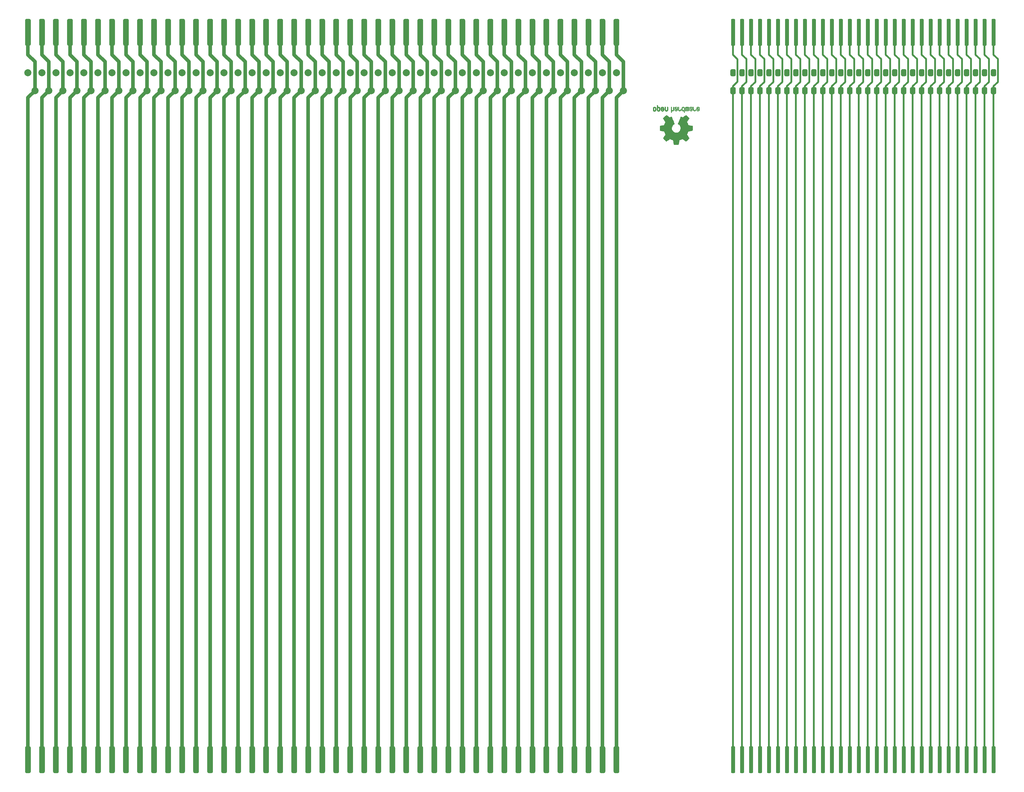
<source format=gbr>
%TF.GenerationSoftware,KiCad,Pcbnew,5.1.9+dfsg1-1~bpo10+1*%
%TF.CreationDate,2021-08-30T17:30:26+01:00*%
%TF.ProjectId,MBext,4d426578-742e-46b6-9963-61645f706362,0*%
%TF.SameCoordinates,Original*%
%TF.FileFunction,Copper,L2,Bot*%
%TF.FilePolarity,Positive*%
%FSLAX46Y46*%
G04 Gerber Fmt 4.6, Leading zero omitted, Abs format (unit mm)*
G04 Created by KiCad (PCBNEW 5.1.9+dfsg1-1~bpo10+1) date 2021-08-30 17:30:26*
%MOMM*%
%LPD*%
G01*
G04 APERTURE LIST*
%TA.AperFunction,EtchedComponent*%
%ADD10C,0.010000*%
%TD*%
%TA.AperFunction,ComponentPad*%
%ADD11C,2.000000*%
%TD*%
%TA.AperFunction,Conductor*%
%ADD12C,1.000000*%
%TD*%
%TA.AperFunction,Conductor*%
%ADD13C,0.500000*%
%TD*%
G04 APERTURE END LIST*
D10*
%TO.C,REF\u002A\u002A*%
G36*
X254663900Y-54074097D02*
G01*
X254775450Y-54018478D01*
X254873908Y-53916069D01*
X254901023Y-53878136D01*
X254930562Y-53828500D01*
X254949728Y-53774588D01*
X254960693Y-53702636D01*
X254965629Y-53598878D01*
X254966713Y-53461899D01*
X254961818Y-53274185D01*
X254944804Y-53133242D01*
X254912177Y-53028092D01*
X254860442Y-52947757D01*
X254786104Y-52881259D01*
X254780642Y-52877322D01*
X254707380Y-52837047D01*
X254619160Y-52817120D01*
X254506962Y-52812207D01*
X254324567Y-52812207D01*
X254324491Y-52635143D01*
X254322793Y-52536530D01*
X254312450Y-52478686D01*
X254285422Y-52443994D01*
X254233668Y-52414836D01*
X254221239Y-52408879D01*
X254163077Y-52380961D01*
X254118044Y-52363328D01*
X254084559Y-52361806D01*
X254061038Y-52382219D01*
X254045900Y-52430393D01*
X254037563Y-52512154D01*
X254034444Y-52633328D01*
X254034960Y-52799740D01*
X254037529Y-53017215D01*
X254038332Y-53082264D01*
X254041222Y-53306498D01*
X254043812Y-53453179D01*
X254324414Y-53453179D01*
X254325991Y-53328674D01*
X254333000Y-53247213D01*
X254348858Y-53193485D01*
X254376981Y-53152177D01*
X254396075Y-53132029D01*
X254474135Y-53073079D01*
X254543247Y-53068280D01*
X254614560Y-53116962D01*
X254616368Y-53118759D01*
X254645383Y-53156382D01*
X254663033Y-53207516D01*
X254671936Y-53286262D01*
X254674709Y-53406724D01*
X254674759Y-53433412D01*
X254668058Y-53599417D01*
X254646248Y-53714495D01*
X254606765Y-53784746D01*
X254547044Y-53816271D01*
X254512528Y-53819448D01*
X254430611Y-53804540D01*
X254374421Y-53755452D01*
X254340598Y-53665638D01*
X254325780Y-53528555D01*
X254324414Y-53453179D01*
X254043812Y-53453179D01*
X254044287Y-53480048D01*
X254048247Y-53610618D01*
X254053826Y-53705913D01*
X254061746Y-53773636D01*
X254072731Y-53821493D01*
X254087501Y-53857187D01*
X254106782Y-53888422D01*
X254115049Y-53900176D01*
X254224712Y-54011203D01*
X254363365Y-54074153D01*
X254523754Y-54091703D01*
X254663900Y-54074097D01*
G37*
X254663900Y-54074097D02*
X254775450Y-54018478D01*
X254873908Y-53916069D01*
X254901023Y-53878136D01*
X254930562Y-53828500D01*
X254949728Y-53774588D01*
X254960693Y-53702636D01*
X254965629Y-53598878D01*
X254966713Y-53461899D01*
X254961818Y-53274185D01*
X254944804Y-53133242D01*
X254912177Y-53028092D01*
X254860442Y-52947757D01*
X254786104Y-52881259D01*
X254780642Y-52877322D01*
X254707380Y-52837047D01*
X254619160Y-52817120D01*
X254506962Y-52812207D01*
X254324567Y-52812207D01*
X254324491Y-52635143D01*
X254322793Y-52536530D01*
X254312450Y-52478686D01*
X254285422Y-52443994D01*
X254233668Y-52414836D01*
X254221239Y-52408879D01*
X254163077Y-52380961D01*
X254118044Y-52363328D01*
X254084559Y-52361806D01*
X254061038Y-52382219D01*
X254045900Y-52430393D01*
X254037563Y-52512154D01*
X254034444Y-52633328D01*
X254034960Y-52799740D01*
X254037529Y-53017215D01*
X254038332Y-53082264D01*
X254041222Y-53306498D01*
X254043812Y-53453179D01*
X254324414Y-53453179D01*
X254325991Y-53328674D01*
X254333000Y-53247213D01*
X254348858Y-53193485D01*
X254376981Y-53152177D01*
X254396075Y-53132029D01*
X254474135Y-53073079D01*
X254543247Y-53068280D01*
X254614560Y-53116962D01*
X254616368Y-53118759D01*
X254645383Y-53156382D01*
X254663033Y-53207516D01*
X254671936Y-53286262D01*
X254674709Y-53406724D01*
X254674759Y-53433412D01*
X254668058Y-53599417D01*
X254646248Y-53714495D01*
X254606765Y-53784746D01*
X254547044Y-53816271D01*
X254512528Y-53819448D01*
X254430611Y-53804540D01*
X254374421Y-53755452D01*
X254340598Y-53665638D01*
X254325780Y-53528555D01*
X254324414Y-53453179D01*
X254043812Y-53453179D01*
X254044287Y-53480048D01*
X254048247Y-53610618D01*
X254053826Y-53705913D01*
X254061746Y-53773636D01*
X254072731Y-53821493D01*
X254087501Y-53857187D01*
X254106782Y-53888422D01*
X254115049Y-53900176D01*
X254224712Y-54011203D01*
X254363365Y-54074153D01*
X254523754Y-54091703D01*
X254663900Y-54074097D01*
G36*
X256909429Y-54058281D02*
G01*
X257003123Y-54004086D01*
X257068264Y-53950293D01*
X257115907Y-53893934D01*
X257148728Y-53825013D01*
X257169406Y-53733532D01*
X257180620Y-53609494D01*
X257185049Y-53442902D01*
X257185563Y-53323149D01*
X257185563Y-52882341D01*
X257061483Y-52826717D01*
X256937402Y-52771093D01*
X256922805Y-53253905D01*
X256916773Y-53434221D01*
X256910445Y-53565099D01*
X256902606Y-53655489D01*
X256892037Y-53714336D01*
X256877523Y-53750587D01*
X256857848Y-53773190D01*
X256851535Y-53778083D01*
X256755888Y-53816294D01*
X256659207Y-53801173D01*
X256601655Y-53761057D01*
X256578245Y-53732630D01*
X256562039Y-53695328D01*
X256551741Y-53638777D01*
X256546049Y-53552606D01*
X256543664Y-53426442D01*
X256543264Y-53294958D01*
X256543186Y-53130001D01*
X256540361Y-53013239D01*
X256530907Y-52934490D01*
X256510940Y-52883569D01*
X256476576Y-52850294D01*
X256423932Y-52824480D01*
X256353617Y-52797656D01*
X256276820Y-52768458D01*
X256285962Y-53286654D01*
X256289643Y-53473461D01*
X256293950Y-53611510D01*
X256300123Y-53710432D01*
X256309402Y-53779855D01*
X256323027Y-53829410D01*
X256342239Y-53868727D01*
X256365402Y-53903416D01*
X256477152Y-54014230D01*
X256613513Y-54078311D01*
X256761825Y-54093661D01*
X256909429Y-54058281D01*
G37*
X256909429Y-54058281D02*
X257003123Y-54004086D01*
X257068264Y-53950293D01*
X257115907Y-53893934D01*
X257148728Y-53825013D01*
X257169406Y-53733532D01*
X257180620Y-53609494D01*
X257185049Y-53442902D01*
X257185563Y-53323149D01*
X257185563Y-52882341D01*
X257061483Y-52826717D01*
X256937402Y-52771093D01*
X256922805Y-53253905D01*
X256916773Y-53434221D01*
X256910445Y-53565099D01*
X256902606Y-53655489D01*
X256892037Y-53714336D01*
X256877523Y-53750587D01*
X256857848Y-53773190D01*
X256851535Y-53778083D01*
X256755888Y-53816294D01*
X256659207Y-53801173D01*
X256601655Y-53761057D01*
X256578245Y-53732630D01*
X256562039Y-53695328D01*
X256551741Y-53638777D01*
X256546049Y-53552606D01*
X256543664Y-53426442D01*
X256543264Y-53294958D01*
X256543186Y-53130001D01*
X256540361Y-53013239D01*
X256530907Y-52934490D01*
X256510940Y-52883569D01*
X256476576Y-52850294D01*
X256423932Y-52824480D01*
X256353617Y-52797656D01*
X256276820Y-52768458D01*
X256285962Y-53286654D01*
X256289643Y-53473461D01*
X256293950Y-53611510D01*
X256300123Y-53710432D01*
X256309402Y-53779855D01*
X256323027Y-53829410D01*
X256342239Y-53868727D01*
X256365402Y-53903416D01*
X256477152Y-54014230D01*
X256613513Y-54078311D01*
X256761825Y-54093661D01*
X256909429Y-54058281D01*
G36*
X253540221Y-54069985D02*
G01*
X253677061Y-53998032D01*
X253778051Y-53882234D01*
X253813925Y-53807787D01*
X253841839Y-53696008D01*
X253856129Y-53554773D01*
X253857484Y-53400629D01*
X253846595Y-53250121D01*
X253824153Y-53119795D01*
X253790850Y-53026197D01*
X253780615Y-53010078D01*
X253659382Y-52889751D01*
X253515387Y-52817683D01*
X253359139Y-52796592D01*
X253201148Y-52829198D01*
X253157180Y-52848747D01*
X253071556Y-52908988D01*
X252996408Y-52988865D01*
X252989306Y-52998996D01*
X252960439Y-53047819D01*
X252941357Y-53100010D01*
X252930084Y-53168715D01*
X252924645Y-53267082D01*
X252923062Y-53408256D01*
X252923035Y-53439908D01*
X252923107Y-53449981D01*
X253214989Y-53449981D01*
X253216687Y-53316744D01*
X253223372Y-53228326D01*
X253237425Y-53171215D01*
X253261229Y-53131898D01*
X253273379Y-53118759D01*
X253343236Y-53068828D01*
X253411059Y-53071105D01*
X253479635Y-53114416D01*
X253520535Y-53160654D01*
X253544758Y-53228143D01*
X253558361Y-53334567D01*
X253559294Y-53346980D01*
X253561616Y-53539853D01*
X253537350Y-53683100D01*
X253486824Y-53775840D01*
X253410368Y-53817193D01*
X253383076Y-53819448D01*
X253311411Y-53808107D01*
X253262390Y-53768816D01*
X253232418Y-53693674D01*
X253217899Y-53574778D01*
X253214989Y-53449981D01*
X252923107Y-53449981D01*
X252924122Y-53590341D01*
X252928688Y-53695451D01*
X252938688Y-53768286D01*
X252956079Y-53821892D01*
X252982816Y-53869319D01*
X252988724Y-53878136D01*
X253088032Y-53996993D01*
X253196242Y-54065992D01*
X253327981Y-54093381D01*
X253372717Y-54094719D01*
X253540221Y-54069985D01*
G37*
X253540221Y-54069985D02*
X253677061Y-53998032D01*
X253778051Y-53882234D01*
X253813925Y-53807787D01*
X253841839Y-53696008D01*
X253856129Y-53554773D01*
X253857484Y-53400629D01*
X253846595Y-53250121D01*
X253824153Y-53119795D01*
X253790850Y-53026197D01*
X253780615Y-53010078D01*
X253659382Y-52889751D01*
X253515387Y-52817683D01*
X253359139Y-52796592D01*
X253201148Y-52829198D01*
X253157180Y-52848747D01*
X253071556Y-52908988D01*
X252996408Y-52988865D01*
X252989306Y-52998996D01*
X252960439Y-53047819D01*
X252941357Y-53100010D01*
X252930084Y-53168715D01*
X252924645Y-53267082D01*
X252923062Y-53408256D01*
X252923035Y-53439908D01*
X252923107Y-53449981D01*
X253214989Y-53449981D01*
X253216687Y-53316744D01*
X253223372Y-53228326D01*
X253237425Y-53171215D01*
X253261229Y-53131898D01*
X253273379Y-53118759D01*
X253343236Y-53068828D01*
X253411059Y-53071105D01*
X253479635Y-53114416D01*
X253520535Y-53160654D01*
X253544758Y-53228143D01*
X253558361Y-53334567D01*
X253559294Y-53346980D01*
X253561616Y-53539853D01*
X253537350Y-53683100D01*
X253486824Y-53775840D01*
X253410368Y-53817193D01*
X253383076Y-53819448D01*
X253311411Y-53808107D01*
X253262390Y-53768816D01*
X253232418Y-53693674D01*
X253217899Y-53574778D01*
X253214989Y-53449981D01*
X252923107Y-53449981D01*
X252924122Y-53590341D01*
X252928688Y-53695451D01*
X252938688Y-53768286D01*
X252956079Y-53821892D01*
X252982816Y-53869319D01*
X252988724Y-53878136D01*
X253088032Y-53996993D01*
X253196242Y-54065992D01*
X253327981Y-54093381D01*
X253372717Y-54094719D01*
X253540221Y-54069985D01*
G36*
X255807552Y-54051324D02*
G01*
X255922658Y-53973889D01*
X256011611Y-53862051D01*
X256064749Y-53719735D01*
X256075497Y-53614985D01*
X256074276Y-53571274D01*
X256064056Y-53537806D01*
X256035961Y-53507821D01*
X255981116Y-53474560D01*
X255890645Y-53431262D01*
X255755672Y-53371167D01*
X255754989Y-53370866D01*
X255630751Y-53313963D01*
X255528873Y-53263435D01*
X255459767Y-53224720D01*
X255433846Y-53203260D01*
X255433839Y-53203087D01*
X255456685Y-53156356D01*
X255510109Y-53104846D01*
X255571442Y-53067739D01*
X255602515Y-53060368D01*
X255687289Y-53085862D01*
X255760293Y-53149709D01*
X255795913Y-53219906D01*
X255830180Y-53271657D01*
X255897303Y-53330591D01*
X255976208Y-53381504D01*
X256045821Y-53409191D01*
X256060377Y-53410713D01*
X256076763Y-53385679D01*
X256077750Y-53321689D01*
X256065708Y-53235407D01*
X256043007Y-53143499D01*
X256012014Y-53062631D01*
X256010448Y-53059491D01*
X255917181Y-52929266D01*
X255796304Y-52840689D01*
X255659027Y-52797214D01*
X255516560Y-52802294D01*
X255380112Y-52859384D01*
X255374045Y-52863398D01*
X255266710Y-52960674D01*
X255196132Y-53087591D01*
X255157074Y-53254474D01*
X255151832Y-53301361D01*
X255142548Y-53522671D01*
X255153678Y-53625876D01*
X255433839Y-53625876D01*
X255437479Y-53561497D01*
X255457389Y-53542709D01*
X255507026Y-53556765D01*
X255585267Y-53589991D01*
X255672726Y-53631641D01*
X255674899Y-53632744D01*
X255749030Y-53671735D01*
X255778781Y-53697756D01*
X255771445Y-53725035D01*
X255740553Y-53760879D01*
X255661960Y-53812749D01*
X255577323Y-53816561D01*
X255501403Y-53778811D01*
X255448965Y-53705999D01*
X255433839Y-53625876D01*
X255153678Y-53625876D01*
X255161644Y-53699739D01*
X255210634Y-53840171D01*
X255278836Y-53938553D01*
X255401935Y-54037970D01*
X255537528Y-54087289D01*
X255675955Y-54090432D01*
X255807552Y-54051324D01*
G37*
X255807552Y-54051324D02*
X255922658Y-53973889D01*
X256011611Y-53862051D01*
X256064749Y-53719735D01*
X256075497Y-53614985D01*
X256074276Y-53571274D01*
X256064056Y-53537806D01*
X256035961Y-53507821D01*
X255981116Y-53474560D01*
X255890645Y-53431262D01*
X255755672Y-53371167D01*
X255754989Y-53370866D01*
X255630751Y-53313963D01*
X255528873Y-53263435D01*
X255459767Y-53224720D01*
X255433846Y-53203260D01*
X255433839Y-53203087D01*
X255456685Y-53156356D01*
X255510109Y-53104846D01*
X255571442Y-53067739D01*
X255602515Y-53060368D01*
X255687289Y-53085862D01*
X255760293Y-53149709D01*
X255795913Y-53219906D01*
X255830180Y-53271657D01*
X255897303Y-53330591D01*
X255976208Y-53381504D01*
X256045821Y-53409191D01*
X256060377Y-53410713D01*
X256076763Y-53385679D01*
X256077750Y-53321689D01*
X256065708Y-53235407D01*
X256043007Y-53143499D01*
X256012014Y-53062631D01*
X256010448Y-53059491D01*
X255917181Y-52929266D01*
X255796304Y-52840689D01*
X255659027Y-52797214D01*
X255516560Y-52802294D01*
X255380112Y-52859384D01*
X255374045Y-52863398D01*
X255266710Y-52960674D01*
X255196132Y-53087591D01*
X255157074Y-53254474D01*
X255151832Y-53301361D01*
X255142548Y-53522671D01*
X255153678Y-53625876D01*
X255433839Y-53625876D01*
X255437479Y-53561497D01*
X255457389Y-53542709D01*
X255507026Y-53556765D01*
X255585267Y-53589991D01*
X255672726Y-53631641D01*
X255674899Y-53632744D01*
X255749030Y-53671735D01*
X255778781Y-53697756D01*
X255771445Y-53725035D01*
X255740553Y-53760879D01*
X255661960Y-53812749D01*
X255577323Y-53816561D01*
X255501403Y-53778811D01*
X255448965Y-53705999D01*
X255433839Y-53625876D01*
X255153678Y-53625876D01*
X255161644Y-53699739D01*
X255210634Y-53840171D01*
X255278836Y-53938553D01*
X255401935Y-54037970D01*
X255537528Y-54087289D01*
X255675955Y-54090432D01*
X255807552Y-54051324D01*
G36*
X258236598Y-54212143D02*
G01*
X258245154Y-54092812D01*
X258254981Y-54022494D01*
X258268599Y-53991821D01*
X258288527Y-53991429D01*
X258294989Y-53995090D01*
X258380940Y-54021602D01*
X258492745Y-54020054D01*
X258606414Y-53992801D01*
X258677510Y-53957545D01*
X258750405Y-53901222D01*
X258803693Y-53837481D01*
X258840275Y-53756490D01*
X258863050Y-53648414D01*
X258874919Y-53503420D01*
X258878782Y-53311674D01*
X258878851Y-53274891D01*
X258878897Y-52861712D01*
X258786954Y-52829661D01*
X258721652Y-52807856D01*
X258685824Y-52797703D01*
X258684770Y-52797609D01*
X258681242Y-52825140D01*
X258678239Y-52901077D01*
X258675990Y-53015435D01*
X258674724Y-53158231D01*
X258674529Y-53245049D01*
X258674123Y-53416227D01*
X258672032Y-53538912D01*
X258666947Y-53623000D01*
X258657560Y-53678386D01*
X258642561Y-53714968D01*
X258620642Y-53742641D01*
X258606957Y-53755968D01*
X258512949Y-53809672D01*
X258410364Y-53813693D01*
X258317290Y-53768275D01*
X258300078Y-53751877D01*
X258274832Y-53721043D01*
X258257320Y-53684469D01*
X258246142Y-53631585D01*
X258239896Y-53551823D01*
X258237182Y-53434615D01*
X258236598Y-53273009D01*
X258236598Y-52861712D01*
X258144655Y-52829661D01*
X258079353Y-52807856D01*
X258043525Y-52797703D01*
X258042471Y-52797609D01*
X258039775Y-52825552D01*
X258037345Y-52904370D01*
X258035278Y-53026547D01*
X258033671Y-53184568D01*
X258032623Y-53370917D01*
X258032231Y-53578080D01*
X258032230Y-53587294D01*
X258032230Y-54376980D01*
X258127115Y-54417003D01*
X258222000Y-54457027D01*
X258236598Y-54212143D01*
G37*
X258236598Y-54212143D02*
X258245154Y-54092812D01*
X258254981Y-54022494D01*
X258268599Y-53991821D01*
X258288527Y-53991429D01*
X258294989Y-53995090D01*
X258380940Y-54021602D01*
X258492745Y-54020054D01*
X258606414Y-53992801D01*
X258677510Y-53957545D01*
X258750405Y-53901222D01*
X258803693Y-53837481D01*
X258840275Y-53756490D01*
X258863050Y-53648414D01*
X258874919Y-53503420D01*
X258878782Y-53311674D01*
X258878851Y-53274891D01*
X258878897Y-52861712D01*
X258786954Y-52829661D01*
X258721652Y-52807856D01*
X258685824Y-52797703D01*
X258684770Y-52797609D01*
X258681242Y-52825140D01*
X258678239Y-52901077D01*
X258675990Y-53015435D01*
X258674724Y-53158231D01*
X258674529Y-53245049D01*
X258674123Y-53416227D01*
X258672032Y-53538912D01*
X258666947Y-53623000D01*
X258657560Y-53678386D01*
X258642561Y-53714968D01*
X258620642Y-53742641D01*
X258606957Y-53755968D01*
X258512949Y-53809672D01*
X258410364Y-53813693D01*
X258317290Y-53768275D01*
X258300078Y-53751877D01*
X258274832Y-53721043D01*
X258257320Y-53684469D01*
X258246142Y-53631585D01*
X258239896Y-53551823D01*
X258237182Y-53434615D01*
X258236598Y-53273009D01*
X258236598Y-52861712D01*
X258144655Y-52829661D01*
X258079353Y-52807856D01*
X258043525Y-52797703D01*
X258042471Y-52797609D01*
X258039775Y-52825552D01*
X258037345Y-52904370D01*
X258035278Y-53026547D01*
X258033671Y-53184568D01*
X258032623Y-53370917D01*
X258032231Y-53578080D01*
X258032230Y-53587294D01*
X258032230Y-54376980D01*
X258127115Y-54417003D01*
X258222000Y-54457027D01*
X258236598Y-54212143D01*
G36*
X259571944Y-54011640D02*
G01*
X259686343Y-53969158D01*
X259687652Y-53968342D01*
X259758403Y-53916270D01*
X259810636Y-53855416D01*
X259847371Y-53776113D01*
X259871634Y-53668691D01*
X259886445Y-53523483D01*
X259894829Y-53330821D01*
X259895564Y-53303372D01*
X259906120Y-52889479D01*
X259817291Y-52843544D01*
X259753018Y-52812502D01*
X259714210Y-52797794D01*
X259712415Y-52797609D01*
X259705700Y-52824750D01*
X259700365Y-52897959D01*
X259697083Y-53004919D01*
X259696368Y-53091531D01*
X259696351Y-53231838D01*
X259689937Y-53319949D01*
X259667580Y-53361975D01*
X259619732Y-53364025D01*
X259536849Y-53332210D01*
X259411713Y-53273728D01*
X259319697Y-53225155D01*
X259272371Y-53183014D01*
X259258458Y-53137084D01*
X259258437Y-53134811D01*
X259281395Y-53055689D01*
X259349370Y-53012945D01*
X259453398Y-53006754D01*
X259528330Y-53007828D01*
X259567839Y-52986247D01*
X259592478Y-52934409D01*
X259606659Y-52868368D01*
X259586223Y-52830896D01*
X259578528Y-52825533D01*
X259506083Y-52803994D01*
X259404633Y-52800945D01*
X259300157Y-52815222D01*
X259226125Y-52841312D01*
X259123772Y-52928215D01*
X259065591Y-53049184D01*
X259054069Y-53143692D01*
X259062862Y-53228938D01*
X259094680Y-53298524D01*
X259157684Y-53360328D01*
X259260031Y-53422228D01*
X259409882Y-53492103D01*
X259419012Y-53496052D01*
X259553997Y-53558412D01*
X259637294Y-53609554D01*
X259672997Y-53655512D01*
X259665203Y-53702317D01*
X259618007Y-53756002D01*
X259603894Y-53768356D01*
X259509359Y-53816259D01*
X259411406Y-53814242D01*
X259326097Y-53767276D01*
X259269496Y-53680331D01*
X259264237Y-53663266D01*
X259213023Y-53580496D01*
X259148037Y-53540628D01*
X259054069Y-53501118D01*
X259054069Y-53603342D01*
X259082653Y-53751928D01*
X259167495Y-53888216D01*
X259211645Y-53933809D01*
X259312005Y-53992326D01*
X259439635Y-54018816D01*
X259571944Y-54011640D01*
G37*
X259571944Y-54011640D02*
X259686343Y-53969158D01*
X259687652Y-53968342D01*
X259758403Y-53916270D01*
X259810636Y-53855416D01*
X259847371Y-53776113D01*
X259871634Y-53668691D01*
X259886445Y-53523483D01*
X259894829Y-53330821D01*
X259895564Y-53303372D01*
X259906120Y-52889479D01*
X259817291Y-52843544D01*
X259753018Y-52812502D01*
X259714210Y-52797794D01*
X259712415Y-52797609D01*
X259705700Y-52824750D01*
X259700365Y-52897959D01*
X259697083Y-53004919D01*
X259696368Y-53091531D01*
X259696351Y-53231838D01*
X259689937Y-53319949D01*
X259667580Y-53361975D01*
X259619732Y-53364025D01*
X259536849Y-53332210D01*
X259411713Y-53273728D01*
X259319697Y-53225155D01*
X259272371Y-53183014D01*
X259258458Y-53137084D01*
X259258437Y-53134811D01*
X259281395Y-53055689D01*
X259349370Y-53012945D01*
X259453398Y-53006754D01*
X259528330Y-53007828D01*
X259567839Y-52986247D01*
X259592478Y-52934409D01*
X259606659Y-52868368D01*
X259586223Y-52830896D01*
X259578528Y-52825533D01*
X259506083Y-52803994D01*
X259404633Y-52800945D01*
X259300157Y-52815222D01*
X259226125Y-52841312D01*
X259123772Y-52928215D01*
X259065591Y-53049184D01*
X259054069Y-53143692D01*
X259062862Y-53228938D01*
X259094680Y-53298524D01*
X259157684Y-53360328D01*
X259260031Y-53422228D01*
X259409882Y-53492103D01*
X259419012Y-53496052D01*
X259553997Y-53558412D01*
X259637294Y-53609554D01*
X259672997Y-53655512D01*
X259665203Y-53702317D01*
X259618007Y-53756002D01*
X259603894Y-53768356D01*
X259509359Y-53816259D01*
X259411406Y-53814242D01*
X259326097Y-53767276D01*
X259269496Y-53680331D01*
X259264237Y-53663266D01*
X259213023Y-53580496D01*
X259148037Y-53540628D01*
X259054069Y-53501118D01*
X259054069Y-53603342D01*
X259082653Y-53751928D01*
X259167495Y-53888216D01*
X259211645Y-53933809D01*
X259312005Y-53992326D01*
X259439635Y-54018816D01*
X259571944Y-54011640D01*
G36*
X260557943Y-54014080D02*
G01*
X260690565Y-53965141D01*
X260798010Y-53878581D01*
X260840032Y-53817648D01*
X260885843Y-53705839D01*
X260884891Y-53624994D01*
X260836808Y-53570622D01*
X260819017Y-53561376D01*
X260742204Y-53532550D01*
X260702976Y-53539935D01*
X260689689Y-53588342D01*
X260689012Y-53615080D01*
X260664686Y-53713452D01*
X260601281Y-53782266D01*
X260513154Y-53815502D01*
X260414663Y-53807139D01*
X260334602Y-53763704D01*
X260307561Y-53738928D01*
X260288394Y-53708871D01*
X260275446Y-53663435D01*
X260267064Y-53592524D01*
X260261593Y-53486040D01*
X260257378Y-53333888D01*
X260256287Y-53285713D01*
X260252307Y-53120905D01*
X260247781Y-53004912D01*
X260240995Y-52928167D01*
X260230231Y-52881107D01*
X260213773Y-52854165D01*
X260189906Y-52837777D01*
X260174626Y-52830537D01*
X260109733Y-52805780D01*
X260071534Y-52797609D01*
X260058912Y-52824897D01*
X260051208Y-52907397D01*
X260048380Y-53046059D01*
X260050386Y-53241838D01*
X260051011Y-53272035D01*
X260055421Y-53450651D01*
X260060635Y-53581077D01*
X260068055Y-53673508D01*
X260079082Y-53738142D01*
X260095117Y-53785175D01*
X260117561Y-53824804D01*
X260129302Y-53841785D01*
X260196619Y-53916920D01*
X260271910Y-53975362D01*
X260281128Y-53980464D01*
X260416133Y-54020740D01*
X260557943Y-54014080D01*
G37*
X260557943Y-54014080D02*
X260690565Y-53965141D01*
X260798010Y-53878581D01*
X260840032Y-53817648D01*
X260885843Y-53705839D01*
X260884891Y-53624994D01*
X260836808Y-53570622D01*
X260819017Y-53561376D01*
X260742204Y-53532550D01*
X260702976Y-53539935D01*
X260689689Y-53588342D01*
X260689012Y-53615080D01*
X260664686Y-53713452D01*
X260601281Y-53782266D01*
X260513154Y-53815502D01*
X260414663Y-53807139D01*
X260334602Y-53763704D01*
X260307561Y-53738928D01*
X260288394Y-53708871D01*
X260275446Y-53663435D01*
X260267064Y-53592524D01*
X260261593Y-53486040D01*
X260257378Y-53333888D01*
X260256287Y-53285713D01*
X260252307Y-53120905D01*
X260247781Y-53004912D01*
X260240995Y-52928167D01*
X260230231Y-52881107D01*
X260213773Y-52854165D01*
X260189906Y-52837777D01*
X260174626Y-52830537D01*
X260109733Y-52805780D01*
X260071534Y-52797609D01*
X260058912Y-52824897D01*
X260051208Y-52907397D01*
X260048380Y-53046059D01*
X260050386Y-53241838D01*
X260051011Y-53272035D01*
X260055421Y-53450651D01*
X260060635Y-53581077D01*
X260068055Y-53673508D01*
X260079082Y-53738142D01*
X260095117Y-53785175D01*
X260117561Y-53824804D01*
X260129302Y-53841785D01*
X260196619Y-53916920D01*
X260271910Y-53975362D01*
X260281128Y-53980464D01*
X260416133Y-54020740D01*
X260557943Y-54014080D01*
G36*
X261885914Y-53781545D02*
G01*
X261885543Y-53563339D01*
X261884108Y-53395481D01*
X261881002Y-53269930D01*
X261875622Y-53178645D01*
X261867362Y-53113585D01*
X261855616Y-53066709D01*
X261839781Y-53029976D01*
X261827790Y-53009009D01*
X261728490Y-52895306D01*
X261602588Y-52824035D01*
X261463291Y-52798462D01*
X261323805Y-52821850D01*
X261240743Y-52863881D01*
X261153545Y-52936589D01*
X261094117Y-53025388D01*
X261058261Y-53141680D01*
X261041781Y-53296865D01*
X261039447Y-53410713D01*
X261039761Y-53418894D01*
X261243724Y-53418894D01*
X261244970Y-53288343D01*
X261250678Y-53201920D01*
X261263804Y-53145382D01*
X261287306Y-53104486D01*
X261315386Y-53073638D01*
X261409688Y-53014095D01*
X261510940Y-53009008D01*
X261606636Y-53058721D01*
X261614084Y-53065457D01*
X261645874Y-53100498D01*
X261665808Y-53142189D01*
X261676600Y-53204238D01*
X261680965Y-53300356D01*
X261681655Y-53406621D01*
X261680159Y-53540120D01*
X261673964Y-53629178D01*
X261660514Y-53687707D01*
X261637251Y-53729618D01*
X261618175Y-53751877D01*
X261529563Y-53808015D01*
X261427508Y-53814765D01*
X261330095Y-53771886D01*
X261311296Y-53755968D01*
X261279293Y-53720618D01*
X261259318Y-53678498D01*
X261248593Y-53615749D01*
X261244339Y-53518513D01*
X261243724Y-53418894D01*
X261039761Y-53418894D01*
X261046504Y-53594053D01*
X261070472Y-53731805D01*
X261115548Y-53835368D01*
X261185928Y-53916144D01*
X261240743Y-53957545D01*
X261340376Y-54002272D01*
X261455855Y-54023033D01*
X261563199Y-54017475D01*
X261623264Y-53995057D01*
X261646835Y-53988677D01*
X261662477Y-54012465D01*
X261673395Y-54076212D01*
X261681655Y-54173313D01*
X261690699Y-54281459D01*
X261703261Y-54346525D01*
X261726119Y-54383732D01*
X261766051Y-54408301D01*
X261791138Y-54419181D01*
X261886023Y-54458928D01*
X261885914Y-53781545D01*
G37*
X261885914Y-53781545D02*
X261885543Y-53563339D01*
X261884108Y-53395481D01*
X261881002Y-53269930D01*
X261875622Y-53178645D01*
X261867362Y-53113585D01*
X261855616Y-53066709D01*
X261839781Y-53029976D01*
X261827790Y-53009009D01*
X261728490Y-52895306D01*
X261602588Y-52824035D01*
X261463291Y-52798462D01*
X261323805Y-52821850D01*
X261240743Y-52863881D01*
X261153545Y-52936589D01*
X261094117Y-53025388D01*
X261058261Y-53141680D01*
X261041781Y-53296865D01*
X261039447Y-53410713D01*
X261039761Y-53418894D01*
X261243724Y-53418894D01*
X261244970Y-53288343D01*
X261250678Y-53201920D01*
X261263804Y-53145382D01*
X261287306Y-53104486D01*
X261315386Y-53073638D01*
X261409688Y-53014095D01*
X261510940Y-53009008D01*
X261606636Y-53058721D01*
X261614084Y-53065457D01*
X261645874Y-53100498D01*
X261665808Y-53142189D01*
X261676600Y-53204238D01*
X261680965Y-53300356D01*
X261681655Y-53406621D01*
X261680159Y-53540120D01*
X261673964Y-53629178D01*
X261660514Y-53687707D01*
X261637251Y-53729618D01*
X261618175Y-53751877D01*
X261529563Y-53808015D01*
X261427508Y-53814765D01*
X261330095Y-53771886D01*
X261311296Y-53755968D01*
X261279293Y-53720618D01*
X261259318Y-53678498D01*
X261248593Y-53615749D01*
X261244339Y-53518513D01*
X261243724Y-53418894D01*
X261039761Y-53418894D01*
X261046504Y-53594053D01*
X261070472Y-53731805D01*
X261115548Y-53835368D01*
X261185928Y-53916144D01*
X261240743Y-53957545D01*
X261340376Y-54002272D01*
X261455855Y-54023033D01*
X261563199Y-54017475D01*
X261623264Y-53995057D01*
X261646835Y-53988677D01*
X261662477Y-54012465D01*
X261673395Y-54076212D01*
X261681655Y-54173313D01*
X261690699Y-54281459D01*
X261703261Y-54346525D01*
X261726119Y-54383732D01*
X261766051Y-54408301D01*
X261791138Y-54419181D01*
X261886023Y-54458928D01*
X261885914Y-53781545D01*
G36*
X263072124Y-53996160D02*
G01*
X263076579Y-53919347D01*
X263080071Y-53802609D01*
X263082315Y-53655179D01*
X263083035Y-53500545D01*
X263083035Y-52977273D01*
X262990645Y-52884883D01*
X262926978Y-52827953D01*
X262871089Y-52804893D01*
X262794702Y-52806353D01*
X262764380Y-52810066D01*
X262669610Y-52820874D01*
X262591222Y-52827067D01*
X262572115Y-52827639D01*
X262507699Y-52823898D01*
X262415571Y-52814506D01*
X262379850Y-52810066D01*
X262292114Y-52803199D01*
X262233153Y-52818115D01*
X262174690Y-52864165D01*
X262153585Y-52884883D01*
X262061195Y-52977273D01*
X262061195Y-53956053D01*
X262135558Y-53989934D01*
X262199590Y-54015030D01*
X262237052Y-54023816D01*
X262246657Y-53996050D01*
X262255635Y-53918470D01*
X262263386Y-53799652D01*
X262269314Y-53648172D01*
X262272173Y-53520195D01*
X262280161Y-53016575D01*
X262349848Y-53006722D01*
X262413229Y-53013611D01*
X262444286Y-53035917D01*
X262452967Y-53077621D01*
X262460378Y-53166456D01*
X262465931Y-53291166D01*
X262469036Y-53440493D01*
X262469484Y-53517339D01*
X262469931Y-53959713D01*
X262561874Y-53991765D01*
X262626949Y-54013557D01*
X262662347Y-54023719D01*
X262663368Y-54023816D01*
X262666920Y-53996191D01*
X262670823Y-53919589D01*
X262674751Y-53803421D01*
X262678376Y-53657096D01*
X262680908Y-53520195D01*
X262688897Y-53016575D01*
X262864069Y-53016575D01*
X262872107Y-53476035D01*
X262880146Y-53935495D01*
X262965543Y-53979656D01*
X263028593Y-54009981D01*
X263065910Y-54023742D01*
X263066987Y-54023816D01*
X263072124Y-53996160D01*
G37*
X263072124Y-53996160D02*
X263076579Y-53919347D01*
X263080071Y-53802609D01*
X263082315Y-53655179D01*
X263083035Y-53500545D01*
X263083035Y-52977273D01*
X262990645Y-52884883D01*
X262926978Y-52827953D01*
X262871089Y-52804893D01*
X262794702Y-52806353D01*
X262764380Y-52810066D01*
X262669610Y-52820874D01*
X262591222Y-52827067D01*
X262572115Y-52827639D01*
X262507699Y-52823898D01*
X262415571Y-52814506D01*
X262379850Y-52810066D01*
X262292114Y-52803199D01*
X262233153Y-52818115D01*
X262174690Y-52864165D01*
X262153585Y-52884883D01*
X262061195Y-52977273D01*
X262061195Y-53956053D01*
X262135558Y-53989934D01*
X262199590Y-54015030D01*
X262237052Y-54023816D01*
X262246657Y-53996050D01*
X262255635Y-53918470D01*
X262263386Y-53799652D01*
X262269314Y-53648172D01*
X262272173Y-53520195D01*
X262280161Y-53016575D01*
X262349848Y-53006722D01*
X262413229Y-53013611D01*
X262444286Y-53035917D01*
X262452967Y-53077621D01*
X262460378Y-53166456D01*
X262465931Y-53291166D01*
X262469036Y-53440493D01*
X262469484Y-53517339D01*
X262469931Y-53959713D01*
X262561874Y-53991765D01*
X262626949Y-54013557D01*
X262662347Y-54023719D01*
X262663368Y-54023816D01*
X262666920Y-53996191D01*
X262670823Y-53919589D01*
X262674751Y-53803421D01*
X262678376Y-53657096D01*
X262680908Y-53520195D01*
X262688897Y-53016575D01*
X262864069Y-53016575D01*
X262872107Y-53476035D01*
X262880146Y-53935495D01*
X262965543Y-53979656D01*
X263028593Y-54009981D01*
X263065910Y-54023742D01*
X263066987Y-54023816D01*
X263072124Y-53996160D01*
G36*
X263806406Y-54000844D02*
G01*
X263890469Y-53962607D01*
X263956450Y-53916274D01*
X264004794Y-53864468D01*
X264038172Y-53797637D01*
X264059253Y-53706231D01*
X264070707Y-53580699D01*
X264075203Y-53411492D01*
X264075678Y-53300067D01*
X264075678Y-52865373D01*
X264001316Y-52831491D01*
X263942746Y-52806728D01*
X263913730Y-52797609D01*
X263908179Y-52824743D01*
X263903775Y-52897906D01*
X263901078Y-53004737D01*
X263900506Y-53089563D01*
X263898046Y-53212113D01*
X263891412Y-53309332D01*
X263881726Y-53368866D01*
X263874032Y-53381517D01*
X263822311Y-53368598D01*
X263741117Y-53335461D01*
X263647102Y-53290539D01*
X263556917Y-53242265D01*
X263487215Y-53199072D01*
X263454648Y-53169392D01*
X263454519Y-53169071D01*
X263457320Y-53114143D01*
X263482439Y-53061708D01*
X263526541Y-53019119D01*
X263590909Y-53004874D01*
X263645921Y-53006534D01*
X263723835Y-53007755D01*
X263764732Y-52989502D01*
X263789295Y-52941274D01*
X263792392Y-52932180D01*
X263803040Y-52863402D01*
X263774565Y-52821640D01*
X263700344Y-52801737D01*
X263620168Y-52798056D01*
X263475890Y-52825342D01*
X263401203Y-52864310D01*
X263308963Y-52955852D01*
X263260043Y-53068218D01*
X263255654Y-53186949D01*
X263297001Y-53297589D01*
X263359197Y-53366920D01*
X263421294Y-53405735D01*
X263518895Y-53454875D01*
X263632632Y-53504708D01*
X263651590Y-53512323D01*
X263776521Y-53567455D01*
X263848539Y-53616046D01*
X263871700Y-53664353D01*
X263850064Y-53718630D01*
X263812920Y-53761057D01*
X263725127Y-53813298D01*
X263628530Y-53817216D01*
X263539944Y-53776959D01*
X263476186Y-53696674D01*
X263467817Y-53675960D01*
X263419096Y-53599775D01*
X263347965Y-53543215D01*
X263258207Y-53496799D01*
X263258207Y-53628416D01*
X263263490Y-53708832D01*
X263286142Y-53772214D01*
X263336367Y-53839837D01*
X263384582Y-53891924D01*
X263459554Y-53965678D01*
X263517806Y-54005298D01*
X263580372Y-54021190D01*
X263651193Y-54023816D01*
X263806406Y-54000844D01*
G37*
X263806406Y-54000844D02*
X263890469Y-53962607D01*
X263956450Y-53916274D01*
X264004794Y-53864468D01*
X264038172Y-53797637D01*
X264059253Y-53706231D01*
X264070707Y-53580699D01*
X264075203Y-53411492D01*
X264075678Y-53300067D01*
X264075678Y-52865373D01*
X264001316Y-52831491D01*
X263942746Y-52806728D01*
X263913730Y-52797609D01*
X263908179Y-52824743D01*
X263903775Y-52897906D01*
X263901078Y-53004737D01*
X263900506Y-53089563D01*
X263898046Y-53212113D01*
X263891412Y-53309332D01*
X263881726Y-53368866D01*
X263874032Y-53381517D01*
X263822311Y-53368598D01*
X263741117Y-53335461D01*
X263647102Y-53290539D01*
X263556917Y-53242265D01*
X263487215Y-53199072D01*
X263454648Y-53169392D01*
X263454519Y-53169071D01*
X263457320Y-53114143D01*
X263482439Y-53061708D01*
X263526541Y-53019119D01*
X263590909Y-53004874D01*
X263645921Y-53006534D01*
X263723835Y-53007755D01*
X263764732Y-52989502D01*
X263789295Y-52941274D01*
X263792392Y-52932180D01*
X263803040Y-52863402D01*
X263774565Y-52821640D01*
X263700344Y-52801737D01*
X263620168Y-52798056D01*
X263475890Y-52825342D01*
X263401203Y-52864310D01*
X263308963Y-52955852D01*
X263260043Y-53068218D01*
X263255654Y-53186949D01*
X263297001Y-53297589D01*
X263359197Y-53366920D01*
X263421294Y-53405735D01*
X263518895Y-53454875D01*
X263632632Y-53504708D01*
X263651590Y-53512323D01*
X263776521Y-53567455D01*
X263848539Y-53616046D01*
X263871700Y-53664353D01*
X263850064Y-53718630D01*
X263812920Y-53761057D01*
X263725127Y-53813298D01*
X263628530Y-53817216D01*
X263539944Y-53776959D01*
X263476186Y-53696674D01*
X263467817Y-53675960D01*
X263419096Y-53599775D01*
X263347965Y-53543215D01*
X263258207Y-53496799D01*
X263258207Y-53628416D01*
X263263490Y-53708832D01*
X263286142Y-53772214D01*
X263336367Y-53839837D01*
X263384582Y-53891924D01*
X263459554Y-53965678D01*
X263517806Y-54005298D01*
X263580372Y-54021190D01*
X263651193Y-54023816D01*
X263806406Y-54000844D01*
G36*
X264827690Y-53995982D02*
G01*
X264862585Y-53980731D01*
X264945877Y-53914765D01*
X265017103Y-53819382D01*
X265061153Y-53717594D01*
X265068322Y-53667413D01*
X265044285Y-53597353D01*
X264991561Y-53560283D01*
X264935031Y-53537836D01*
X264909146Y-53533700D01*
X264896542Y-53563717D01*
X264871654Y-53629039D01*
X264860735Y-53658555D01*
X264799508Y-53760652D01*
X264710861Y-53811577D01*
X264597193Y-53810011D01*
X264588774Y-53808006D01*
X264528088Y-53779233D01*
X264483474Y-53723141D01*
X264453002Y-53632837D01*
X264434744Y-53501429D01*
X264426771Y-53322026D01*
X264426023Y-53226567D01*
X264425652Y-53076087D01*
X264423223Y-52973505D01*
X264416760Y-52908328D01*
X264404288Y-52870062D01*
X264383833Y-52848215D01*
X264353419Y-52832293D01*
X264351661Y-52831491D01*
X264293091Y-52806728D01*
X264264075Y-52797609D01*
X264259616Y-52825178D01*
X264255799Y-52901380D01*
X264252899Y-53016459D01*
X264251191Y-53160659D01*
X264250851Y-53266186D01*
X264252588Y-53470387D01*
X264259382Y-53625303D01*
X264273607Y-53739976D01*
X264297638Y-53823449D01*
X264333848Y-53884764D01*
X264384612Y-53932966D01*
X264434739Y-53966607D01*
X264555275Y-54011381D01*
X264695557Y-54021479D01*
X264827690Y-53995982D01*
G37*
X264827690Y-53995982D02*
X264862585Y-53980731D01*
X264945877Y-53914765D01*
X265017103Y-53819382D01*
X265061153Y-53717594D01*
X265068322Y-53667413D01*
X265044285Y-53597353D01*
X264991561Y-53560283D01*
X264935031Y-53537836D01*
X264909146Y-53533700D01*
X264896542Y-53563717D01*
X264871654Y-53629039D01*
X264860735Y-53658555D01*
X264799508Y-53760652D01*
X264710861Y-53811577D01*
X264597193Y-53810011D01*
X264588774Y-53808006D01*
X264528088Y-53779233D01*
X264483474Y-53723141D01*
X264453002Y-53632837D01*
X264434744Y-53501429D01*
X264426771Y-53322026D01*
X264426023Y-53226567D01*
X264425652Y-53076087D01*
X264423223Y-52973505D01*
X264416760Y-52908328D01*
X264404288Y-52870062D01*
X264383833Y-52848215D01*
X264353419Y-52832293D01*
X264351661Y-52831491D01*
X264293091Y-52806728D01*
X264264075Y-52797609D01*
X264259616Y-52825178D01*
X264255799Y-52901380D01*
X264252899Y-53016459D01*
X264251191Y-53160659D01*
X264250851Y-53266186D01*
X264252588Y-53470387D01*
X264259382Y-53625303D01*
X264273607Y-53739976D01*
X264297638Y-53823449D01*
X264333848Y-53884764D01*
X264384612Y-53932966D01*
X264434739Y-53966607D01*
X264555275Y-54011381D01*
X264695557Y-54021479D01*
X264827690Y-53995982D01*
G36*
X265835439Y-53979460D02*
G01*
X265950950Y-53903966D01*
X266006664Y-53836383D01*
X266050804Y-53713745D01*
X266054309Y-53616702D01*
X266046368Y-53486944D01*
X265747115Y-53355961D01*
X265601611Y-53289042D01*
X265506537Y-53235210D01*
X265457101Y-53188584D01*
X265448511Y-53143280D01*
X265475972Y-53093418D01*
X265506253Y-53060368D01*
X265594363Y-53007367D01*
X265690196Y-53003653D01*
X265778212Y-53044959D01*
X265842869Y-53127017D01*
X265854433Y-53155992D01*
X265909825Y-53246491D01*
X265973553Y-53285060D01*
X266060966Y-53318054D01*
X266060966Y-53192966D01*
X266053238Y-53107844D01*
X266022966Y-53036062D01*
X265959518Y-52953644D01*
X265950088Y-52942934D01*
X265879513Y-52869609D01*
X265818847Y-52830258D01*
X265742950Y-52812155D01*
X265680030Y-52806226D01*
X265567487Y-52804749D01*
X265487370Y-52823465D01*
X265437390Y-52851253D01*
X265358838Y-52912359D01*
X265304463Y-52978446D01*
X265270052Y-53061559D01*
X265251388Y-53173746D01*
X265244256Y-53327054D01*
X265243687Y-53404864D01*
X265245622Y-53498147D01*
X265421899Y-53498147D01*
X265423944Y-53448104D01*
X265429039Y-53439908D01*
X265462666Y-53451042D01*
X265535030Y-53480507D01*
X265631747Y-53522399D01*
X265651973Y-53531403D01*
X265774203Y-53593558D01*
X265841547Y-53648185D01*
X265856348Y-53699351D01*
X265820947Y-53751124D01*
X265791711Y-53774000D01*
X265686216Y-53819750D01*
X265587476Y-53812192D01*
X265504812Y-53756349D01*
X265447548Y-53657247D01*
X265429188Y-53578586D01*
X265421899Y-53498147D01*
X265245622Y-53498147D01*
X265247459Y-53586649D01*
X265261359Y-53721147D01*
X265288894Y-53819084D01*
X265333572Y-53891189D01*
X265398901Y-53948187D01*
X265427383Y-53966607D01*
X265556763Y-54014578D01*
X265698412Y-54017597D01*
X265835439Y-53979460D01*
G37*
X265835439Y-53979460D02*
X265950950Y-53903966D01*
X266006664Y-53836383D01*
X266050804Y-53713745D01*
X266054309Y-53616702D01*
X266046368Y-53486944D01*
X265747115Y-53355961D01*
X265601611Y-53289042D01*
X265506537Y-53235210D01*
X265457101Y-53188584D01*
X265448511Y-53143280D01*
X265475972Y-53093418D01*
X265506253Y-53060368D01*
X265594363Y-53007367D01*
X265690196Y-53003653D01*
X265778212Y-53044959D01*
X265842869Y-53127017D01*
X265854433Y-53155992D01*
X265909825Y-53246491D01*
X265973553Y-53285060D01*
X266060966Y-53318054D01*
X266060966Y-53192966D01*
X266053238Y-53107844D01*
X266022966Y-53036062D01*
X265959518Y-52953644D01*
X265950088Y-52942934D01*
X265879513Y-52869609D01*
X265818847Y-52830258D01*
X265742950Y-52812155D01*
X265680030Y-52806226D01*
X265567487Y-52804749D01*
X265487370Y-52823465D01*
X265437390Y-52851253D01*
X265358838Y-52912359D01*
X265304463Y-52978446D01*
X265270052Y-53061559D01*
X265251388Y-53173746D01*
X265244256Y-53327054D01*
X265243687Y-53404864D01*
X265245622Y-53498147D01*
X265421899Y-53498147D01*
X265423944Y-53448104D01*
X265429039Y-53439908D01*
X265462666Y-53451042D01*
X265535030Y-53480507D01*
X265631747Y-53522399D01*
X265651973Y-53531403D01*
X265774203Y-53593558D01*
X265841547Y-53648185D01*
X265856348Y-53699351D01*
X265820947Y-53751124D01*
X265791711Y-53774000D01*
X265686216Y-53819750D01*
X265587476Y-53812192D01*
X265504812Y-53756349D01*
X265447548Y-53657247D01*
X265429188Y-53578586D01*
X265421899Y-53498147D01*
X265245622Y-53498147D01*
X265247459Y-53586649D01*
X265261359Y-53721147D01*
X265288894Y-53819084D01*
X265333572Y-53891189D01*
X265398901Y-53948187D01*
X265427383Y-53966607D01*
X265556763Y-54014578D01*
X265698412Y-54017597D01*
X265835439Y-53979460D01*
G36*
X259701014Y-63483002D02*
G01*
X259859006Y-63482137D01*
X259973347Y-63479795D01*
X260051407Y-63475238D01*
X260100554Y-63467730D01*
X260128159Y-63456534D01*
X260141592Y-63440912D01*
X260148221Y-63420127D01*
X260148865Y-63417437D01*
X260158935Y-63368887D01*
X260177575Y-63273095D01*
X260202845Y-63140257D01*
X260232807Y-62980569D01*
X260265522Y-62804226D01*
X260266664Y-62798033D01*
X260299433Y-62625218D01*
X260330093Y-62472531D01*
X260356664Y-62349129D01*
X260377167Y-62264169D01*
X260389626Y-62226810D01*
X260390220Y-62226148D01*
X260426919Y-62207905D01*
X260502586Y-62177503D01*
X260600878Y-62141507D01*
X260601425Y-62141315D01*
X260725233Y-62094778D01*
X260871196Y-62035496D01*
X261008781Y-61975891D01*
X261015293Y-61972944D01*
X261239390Y-61871235D01*
X261735619Y-62210103D01*
X261887846Y-62313408D01*
X262025741Y-62405763D01*
X262141315Y-62481916D01*
X262226579Y-62536615D01*
X262273544Y-62564607D01*
X262278004Y-62566683D01*
X262312134Y-62557440D01*
X262375881Y-62512844D01*
X262471731Y-62430791D01*
X262602169Y-62309179D01*
X262735328Y-62179795D01*
X262863694Y-62052298D01*
X262978581Y-61935954D01*
X263073073Y-61837948D01*
X263140253Y-61765464D01*
X263173206Y-61725687D01*
X263174432Y-61723639D01*
X263178074Y-61696344D01*
X263164350Y-61651766D01*
X263129869Y-61583888D01*
X263071239Y-61486689D01*
X262985070Y-61354149D01*
X262870200Y-61183524D01*
X262768254Y-61033345D01*
X262677123Y-60898650D01*
X262602073Y-60787260D01*
X262548369Y-60706995D01*
X262521280Y-60665675D01*
X262519574Y-60662870D01*
X262522882Y-60623279D01*
X262547953Y-60546331D01*
X262589798Y-60446568D01*
X262604712Y-60414709D01*
X262669786Y-60272774D01*
X262739212Y-60111727D01*
X262795609Y-59972379D01*
X262836247Y-59868956D01*
X262868526Y-59790358D01*
X262887178Y-59749280D01*
X262889497Y-59746115D01*
X262923803Y-59740872D01*
X263004669Y-59726506D01*
X263121343Y-59705063D01*
X263263075Y-59678587D01*
X263419110Y-59649123D01*
X263578698Y-59618717D01*
X263731085Y-59589412D01*
X263865521Y-59563255D01*
X263971252Y-59542290D01*
X264037526Y-59528561D01*
X264053782Y-59524680D01*
X264070573Y-59515100D01*
X264083249Y-59493464D01*
X264092378Y-59452469D01*
X264098531Y-59384811D01*
X264102280Y-59283188D01*
X264104192Y-59140297D01*
X264104840Y-58948835D01*
X264104874Y-58870355D01*
X264104874Y-58232094D01*
X263951598Y-58201840D01*
X263866322Y-58185436D01*
X263739070Y-58161491D01*
X263585315Y-58132893D01*
X263420534Y-58102533D01*
X263374989Y-58094194D01*
X263222932Y-58064630D01*
X263090468Y-58035558D01*
X262988714Y-58009671D01*
X262928788Y-57989663D01*
X262918805Y-57983699D01*
X262894293Y-57941466D01*
X262859148Y-57859630D01*
X262820173Y-57754317D01*
X262812442Y-57731632D01*
X262761360Y-57590982D01*
X262697954Y-57432286D01*
X262635904Y-57289775D01*
X262635598Y-57289114D01*
X262532267Y-57065560D01*
X263211961Y-56065768D01*
X262775621Y-55628700D01*
X262643649Y-55498619D01*
X262523279Y-55383952D01*
X262421273Y-55290819D01*
X262344391Y-55225342D01*
X262299393Y-55193643D01*
X262292938Y-55191632D01*
X262255040Y-55207471D01*
X262177708Y-55251504D01*
X262069389Y-55318510D01*
X261938532Y-55403266D01*
X261797052Y-55498184D01*
X261653461Y-55595002D01*
X261525435Y-55679249D01*
X261421105Y-55745742D01*
X261348600Y-55789298D01*
X261316158Y-55804736D01*
X261276576Y-55791672D01*
X261201519Y-55757250D01*
X261106468Y-55708620D01*
X261096392Y-55703215D01*
X260968391Y-55639020D01*
X260880618Y-55607537D01*
X260826028Y-55607202D01*
X260797575Y-55636452D01*
X260797410Y-55636862D01*
X260783188Y-55671502D01*
X260749269Y-55753731D01*
X260698284Y-55877186D01*
X260632862Y-56035502D01*
X260555634Y-56222314D01*
X260469229Y-56431258D01*
X260385551Y-56633554D01*
X260293588Y-56856800D01*
X260209150Y-57063608D01*
X260134769Y-57247638D01*
X260072974Y-57402549D01*
X260026297Y-57522004D01*
X259997268Y-57599661D01*
X259988322Y-57628644D01*
X260010756Y-57661890D01*
X260069439Y-57714877D01*
X260147689Y-57773296D01*
X260370534Y-57958048D01*
X260544718Y-58169818D01*
X260668154Y-58404144D01*
X260738754Y-58656566D01*
X260754431Y-58922623D01*
X260743036Y-59045425D01*
X260680950Y-59300207D01*
X260574023Y-59525199D01*
X260428889Y-59718183D01*
X260252178Y-59876939D01*
X260050522Y-59999250D01*
X259830554Y-60082895D01*
X259598906Y-60125656D01*
X259362209Y-60125313D01*
X259127095Y-60079648D01*
X258900196Y-59986441D01*
X258688144Y-59843473D01*
X258599636Y-59762617D01*
X258429889Y-59554993D01*
X258311699Y-59328105D01*
X258244278Y-59088567D01*
X258226840Y-58842993D01*
X258258598Y-58597997D01*
X258338765Y-58360192D01*
X258466555Y-58136193D01*
X258641180Y-57932613D01*
X258836312Y-57773296D01*
X258917591Y-57712398D01*
X258975009Y-57659985D01*
X258995678Y-57628594D01*
X258984856Y-57594361D01*
X258954077Y-57512581D01*
X258905874Y-57389593D01*
X258842778Y-57231737D01*
X258767322Y-57045351D01*
X258682038Y-56836774D01*
X258598219Y-56633504D01*
X258505745Y-56410067D01*
X258420089Y-56203016D01*
X258343882Y-56018714D01*
X258279753Y-55863525D01*
X258230332Y-55743812D01*
X258198248Y-55665939D01*
X258186359Y-55636862D01*
X258158274Y-55607323D01*
X258103949Y-55607409D01*
X258016395Y-55638674D01*
X257888619Y-55702671D01*
X257887608Y-55703215D01*
X257791402Y-55752879D01*
X257713631Y-55789055D01*
X257669777Y-55804592D01*
X257667842Y-55804736D01*
X257634829Y-55788976D01*
X257561946Y-55745150D01*
X257457322Y-55678443D01*
X257329090Y-55594036D01*
X257186948Y-55498184D01*
X257042233Y-55401133D01*
X256911804Y-55316730D01*
X256804110Y-55250199D01*
X256727598Y-55206762D01*
X256691062Y-55191632D01*
X256657418Y-55211518D01*
X256589776Y-55267097D01*
X256494893Y-55352246D01*
X256379530Y-55460847D01*
X256250445Y-55586779D01*
X256208229Y-55628851D01*
X255771739Y-56066069D01*
X256103977Y-56553660D01*
X256204946Y-56703395D01*
X256293562Y-56837780D01*
X256364854Y-56949031D01*
X256413850Y-57029361D01*
X256435578Y-57070986D01*
X256436215Y-57073947D01*
X256424760Y-57113182D01*
X256393949Y-57192105D01*
X256349116Y-57297491D01*
X256317647Y-57368046D01*
X256258808Y-57503124D01*
X256203396Y-57639591D01*
X256160436Y-57754897D01*
X256148766Y-57790023D01*
X256115611Y-57883826D01*
X256083201Y-57956306D01*
X256065399Y-57983699D01*
X256026114Y-58000464D01*
X255940374Y-58024230D01*
X255819303Y-58052303D01*
X255674027Y-58081991D01*
X255609012Y-58094194D01*
X255443913Y-58124532D01*
X255285552Y-58153907D01*
X255149404Y-58179431D01*
X255050943Y-58198215D01*
X255032402Y-58201840D01*
X254879127Y-58232094D01*
X254879127Y-58870355D01*
X254879471Y-59080230D01*
X254880884Y-59239020D01*
X254883936Y-59354027D01*
X254889197Y-59432554D01*
X254897237Y-59481904D01*
X254908627Y-59509381D01*
X254923937Y-59522287D01*
X254930218Y-59524680D01*
X254968104Y-59533167D01*
X255051805Y-59550100D01*
X255170567Y-59573434D01*
X255313639Y-59601125D01*
X255470268Y-59631127D01*
X255629703Y-59661396D01*
X255781191Y-59689885D01*
X255913981Y-59714551D01*
X256017319Y-59733349D01*
X256080455Y-59744233D01*
X256094503Y-59746115D01*
X256107230Y-59771296D01*
X256135400Y-59838378D01*
X256173748Y-59934667D01*
X256188391Y-59972379D01*
X256247452Y-60118079D01*
X256317000Y-60279049D01*
X256379288Y-60414709D01*
X256425121Y-60518439D01*
X256455613Y-60603674D01*
X256465792Y-60655874D01*
X256464169Y-60662870D01*
X256442657Y-60695898D01*
X256393535Y-60769357D01*
X256322077Y-60875423D01*
X256233555Y-61006274D01*
X256133241Y-61154088D01*
X256113406Y-61183266D01*
X255997012Y-61356137D01*
X255911452Y-61487774D01*
X255853316Y-61584239D01*
X255819192Y-61651592D01*
X255805669Y-61695894D01*
X255809336Y-61723206D01*
X255809430Y-61723380D01*
X255838293Y-61759254D01*
X255902133Y-61828609D01*
X255994031Y-61924255D01*
X256107067Y-62039001D01*
X256234321Y-62165659D01*
X256248672Y-62179795D01*
X256409043Y-62335097D01*
X256532805Y-62449130D01*
X256622445Y-62523998D01*
X256680448Y-62561804D01*
X256705996Y-62566683D01*
X256743282Y-62545397D01*
X256820657Y-62496227D01*
X256930133Y-62424425D01*
X257063720Y-62335245D01*
X257213430Y-62233937D01*
X257248382Y-62210103D01*
X257744610Y-61871235D01*
X257968707Y-61972944D01*
X258104989Y-62032217D01*
X258251276Y-62091830D01*
X258377035Y-62139360D01*
X258382575Y-62141315D01*
X258480943Y-62177323D01*
X258556771Y-62207771D01*
X258593718Y-62226095D01*
X258593780Y-62226148D01*
X258605504Y-62259271D01*
X258625432Y-62340733D01*
X258651587Y-62461375D01*
X258681990Y-62612041D01*
X258714663Y-62783572D01*
X258717336Y-62798033D01*
X258750110Y-62974765D01*
X258780198Y-63135190D01*
X258805661Y-63269112D01*
X258824559Y-63366337D01*
X258834953Y-63416668D01*
X258835135Y-63417437D01*
X258841461Y-63438847D01*
X258853761Y-63455012D01*
X258879406Y-63466669D01*
X258925765Y-63474555D01*
X259000208Y-63479407D01*
X259110105Y-63481961D01*
X259262825Y-63482955D01*
X259465738Y-63483126D01*
X259492000Y-63483126D01*
X259701014Y-63483002D01*
G37*
X259701014Y-63483002D02*
X259859006Y-63482137D01*
X259973347Y-63479795D01*
X260051407Y-63475238D01*
X260100554Y-63467730D01*
X260128159Y-63456534D01*
X260141592Y-63440912D01*
X260148221Y-63420127D01*
X260148865Y-63417437D01*
X260158935Y-63368887D01*
X260177575Y-63273095D01*
X260202845Y-63140257D01*
X260232807Y-62980569D01*
X260265522Y-62804226D01*
X260266664Y-62798033D01*
X260299433Y-62625218D01*
X260330093Y-62472531D01*
X260356664Y-62349129D01*
X260377167Y-62264169D01*
X260389626Y-62226810D01*
X260390220Y-62226148D01*
X260426919Y-62207905D01*
X260502586Y-62177503D01*
X260600878Y-62141507D01*
X260601425Y-62141315D01*
X260725233Y-62094778D01*
X260871196Y-62035496D01*
X261008781Y-61975891D01*
X261015293Y-61972944D01*
X261239390Y-61871235D01*
X261735619Y-62210103D01*
X261887846Y-62313408D01*
X262025741Y-62405763D01*
X262141315Y-62481916D01*
X262226579Y-62536615D01*
X262273544Y-62564607D01*
X262278004Y-62566683D01*
X262312134Y-62557440D01*
X262375881Y-62512844D01*
X262471731Y-62430791D01*
X262602169Y-62309179D01*
X262735328Y-62179795D01*
X262863694Y-62052298D01*
X262978581Y-61935954D01*
X263073073Y-61837948D01*
X263140253Y-61765464D01*
X263173206Y-61725687D01*
X263174432Y-61723639D01*
X263178074Y-61696344D01*
X263164350Y-61651766D01*
X263129869Y-61583888D01*
X263071239Y-61486689D01*
X262985070Y-61354149D01*
X262870200Y-61183524D01*
X262768254Y-61033345D01*
X262677123Y-60898650D01*
X262602073Y-60787260D01*
X262548369Y-60706995D01*
X262521280Y-60665675D01*
X262519574Y-60662870D01*
X262522882Y-60623279D01*
X262547953Y-60546331D01*
X262589798Y-60446568D01*
X262604712Y-60414709D01*
X262669786Y-60272774D01*
X262739212Y-60111727D01*
X262795609Y-59972379D01*
X262836247Y-59868956D01*
X262868526Y-59790358D01*
X262887178Y-59749280D01*
X262889497Y-59746115D01*
X262923803Y-59740872D01*
X263004669Y-59726506D01*
X263121343Y-59705063D01*
X263263075Y-59678587D01*
X263419110Y-59649123D01*
X263578698Y-59618717D01*
X263731085Y-59589412D01*
X263865521Y-59563255D01*
X263971252Y-59542290D01*
X264037526Y-59528561D01*
X264053782Y-59524680D01*
X264070573Y-59515100D01*
X264083249Y-59493464D01*
X264092378Y-59452469D01*
X264098531Y-59384811D01*
X264102280Y-59283188D01*
X264104192Y-59140297D01*
X264104840Y-58948835D01*
X264104874Y-58870355D01*
X264104874Y-58232094D01*
X263951598Y-58201840D01*
X263866322Y-58185436D01*
X263739070Y-58161491D01*
X263585315Y-58132893D01*
X263420534Y-58102533D01*
X263374989Y-58094194D01*
X263222932Y-58064630D01*
X263090468Y-58035558D01*
X262988714Y-58009671D01*
X262928788Y-57989663D01*
X262918805Y-57983699D01*
X262894293Y-57941466D01*
X262859148Y-57859630D01*
X262820173Y-57754317D01*
X262812442Y-57731632D01*
X262761360Y-57590982D01*
X262697954Y-57432286D01*
X262635904Y-57289775D01*
X262635598Y-57289114D01*
X262532267Y-57065560D01*
X263211961Y-56065768D01*
X262775621Y-55628700D01*
X262643649Y-55498619D01*
X262523279Y-55383952D01*
X262421273Y-55290819D01*
X262344391Y-55225342D01*
X262299393Y-55193643D01*
X262292938Y-55191632D01*
X262255040Y-55207471D01*
X262177708Y-55251504D01*
X262069389Y-55318510D01*
X261938532Y-55403266D01*
X261797052Y-55498184D01*
X261653461Y-55595002D01*
X261525435Y-55679249D01*
X261421105Y-55745742D01*
X261348600Y-55789298D01*
X261316158Y-55804736D01*
X261276576Y-55791672D01*
X261201519Y-55757250D01*
X261106468Y-55708620D01*
X261096392Y-55703215D01*
X260968391Y-55639020D01*
X260880618Y-55607537D01*
X260826028Y-55607202D01*
X260797575Y-55636452D01*
X260797410Y-55636862D01*
X260783188Y-55671502D01*
X260749269Y-55753731D01*
X260698284Y-55877186D01*
X260632862Y-56035502D01*
X260555634Y-56222314D01*
X260469229Y-56431258D01*
X260385551Y-56633554D01*
X260293588Y-56856800D01*
X260209150Y-57063608D01*
X260134769Y-57247638D01*
X260072974Y-57402549D01*
X260026297Y-57522004D01*
X259997268Y-57599661D01*
X259988322Y-57628644D01*
X260010756Y-57661890D01*
X260069439Y-57714877D01*
X260147689Y-57773296D01*
X260370534Y-57958048D01*
X260544718Y-58169818D01*
X260668154Y-58404144D01*
X260738754Y-58656566D01*
X260754431Y-58922623D01*
X260743036Y-59045425D01*
X260680950Y-59300207D01*
X260574023Y-59525199D01*
X260428889Y-59718183D01*
X260252178Y-59876939D01*
X260050522Y-59999250D01*
X259830554Y-60082895D01*
X259598906Y-60125656D01*
X259362209Y-60125313D01*
X259127095Y-60079648D01*
X258900196Y-59986441D01*
X258688144Y-59843473D01*
X258599636Y-59762617D01*
X258429889Y-59554993D01*
X258311699Y-59328105D01*
X258244278Y-59088567D01*
X258226840Y-58842993D01*
X258258598Y-58597997D01*
X258338765Y-58360192D01*
X258466555Y-58136193D01*
X258641180Y-57932613D01*
X258836312Y-57773296D01*
X258917591Y-57712398D01*
X258975009Y-57659985D01*
X258995678Y-57628594D01*
X258984856Y-57594361D01*
X258954077Y-57512581D01*
X258905874Y-57389593D01*
X258842778Y-57231737D01*
X258767322Y-57045351D01*
X258682038Y-56836774D01*
X258598219Y-56633504D01*
X258505745Y-56410067D01*
X258420089Y-56203016D01*
X258343882Y-56018714D01*
X258279753Y-55863525D01*
X258230332Y-55743812D01*
X258198248Y-55665939D01*
X258186359Y-55636862D01*
X258158274Y-55607323D01*
X258103949Y-55607409D01*
X258016395Y-55638674D01*
X257888619Y-55702671D01*
X257887608Y-55703215D01*
X257791402Y-55752879D01*
X257713631Y-55789055D01*
X257669777Y-55804592D01*
X257667842Y-55804736D01*
X257634829Y-55788976D01*
X257561946Y-55745150D01*
X257457322Y-55678443D01*
X257329090Y-55594036D01*
X257186948Y-55498184D01*
X257042233Y-55401133D01*
X256911804Y-55316730D01*
X256804110Y-55250199D01*
X256727598Y-55206762D01*
X256691062Y-55191632D01*
X256657418Y-55211518D01*
X256589776Y-55267097D01*
X256494893Y-55352246D01*
X256379530Y-55460847D01*
X256250445Y-55586779D01*
X256208229Y-55628851D01*
X255771739Y-56066069D01*
X256103977Y-56553660D01*
X256204946Y-56703395D01*
X256293562Y-56837780D01*
X256364854Y-56949031D01*
X256413850Y-57029361D01*
X256435578Y-57070986D01*
X256436215Y-57073947D01*
X256424760Y-57113182D01*
X256393949Y-57192105D01*
X256349116Y-57297491D01*
X256317647Y-57368046D01*
X256258808Y-57503124D01*
X256203396Y-57639591D01*
X256160436Y-57754897D01*
X256148766Y-57790023D01*
X256115611Y-57883826D01*
X256083201Y-57956306D01*
X256065399Y-57983699D01*
X256026114Y-58000464D01*
X255940374Y-58024230D01*
X255819303Y-58052303D01*
X255674027Y-58081991D01*
X255609012Y-58094194D01*
X255443913Y-58124532D01*
X255285552Y-58153907D01*
X255149404Y-58179431D01*
X255050943Y-58198215D01*
X255032402Y-58201840D01*
X254879127Y-58232094D01*
X254879127Y-58870355D01*
X254879471Y-59080230D01*
X254880884Y-59239020D01*
X254883936Y-59354027D01*
X254889197Y-59432554D01*
X254897237Y-59481904D01*
X254908627Y-59509381D01*
X254923937Y-59522287D01*
X254930218Y-59524680D01*
X254968104Y-59533167D01*
X255051805Y-59550100D01*
X255170567Y-59573434D01*
X255313639Y-59601125D01*
X255470268Y-59631127D01*
X255629703Y-59661396D01*
X255781191Y-59689885D01*
X255913981Y-59714551D01*
X256017319Y-59733349D01*
X256080455Y-59744233D01*
X256094503Y-59746115D01*
X256107230Y-59771296D01*
X256135400Y-59838378D01*
X256173748Y-59934667D01*
X256188391Y-59972379D01*
X256247452Y-60118079D01*
X256317000Y-60279049D01*
X256379288Y-60414709D01*
X256425121Y-60518439D01*
X256455613Y-60603674D01*
X256465792Y-60655874D01*
X256464169Y-60662870D01*
X256442657Y-60695898D01*
X256393535Y-60769357D01*
X256322077Y-60875423D01*
X256233555Y-61006274D01*
X256133241Y-61154088D01*
X256113406Y-61183266D01*
X255997012Y-61356137D01*
X255911452Y-61487774D01*
X255853316Y-61584239D01*
X255819192Y-61651592D01*
X255805669Y-61695894D01*
X255809336Y-61723206D01*
X255809430Y-61723380D01*
X255838293Y-61759254D01*
X255902133Y-61828609D01*
X255994031Y-61924255D01*
X256107067Y-62039001D01*
X256234321Y-62165659D01*
X256248672Y-62179795D01*
X256409043Y-62335097D01*
X256532805Y-62449130D01*
X256622445Y-62523998D01*
X256680448Y-62561804D01*
X256705996Y-62566683D01*
X256743282Y-62545397D01*
X256820657Y-62496227D01*
X256930133Y-62424425D01*
X257063720Y-62335245D01*
X257213430Y-62233937D01*
X257248382Y-62210103D01*
X257744610Y-61871235D01*
X257968707Y-61972944D01*
X258104989Y-62032217D01*
X258251276Y-62091830D01*
X258377035Y-62139360D01*
X258382575Y-62141315D01*
X258480943Y-62177323D01*
X258556771Y-62207771D01*
X258593718Y-62226095D01*
X258593780Y-62226148D01*
X258605504Y-62259271D01*
X258625432Y-62340733D01*
X258651587Y-62461375D01*
X258681990Y-62612041D01*
X258714663Y-62783572D01*
X258717336Y-62798033D01*
X258750110Y-62974765D01*
X258780198Y-63135190D01*
X258805661Y-63269112D01*
X258824559Y-63366337D01*
X258834953Y-63416668D01*
X258835135Y-63417437D01*
X258841461Y-63438847D01*
X258853761Y-63455012D01*
X258879406Y-63466669D01*
X258925765Y-63474555D01*
X259000208Y-63479407D01*
X259110105Y-63481961D01*
X259262825Y-63482955D01*
X259465738Y-63483126D01*
X259492000Y-63483126D01*
X259701014Y-63483002D01*
%TD*%
%TO.P,J130,1*%
%TO.N,Net-(J130-Pad1)*%
%TA.AperFunction,ConnectorPad*%
G36*
G01*
X75399900Y-35159950D02*
X75399900Y-28340050D01*
G75*
G02*
X75799950Y-27940000I400050J0D01*
G01*
X76600050Y-27940000D01*
G75*
G02*
X77000100Y-28340050I0J-400050D01*
G01*
X77000100Y-35159950D01*
G75*
G02*
X76600050Y-35560000I-400050J0D01*
G01*
X75799950Y-35560000D01*
G75*
G02*
X75399900Y-35159950I0J400050D01*
G01*
G37*
%TD.AperFunction*%
%TD*%
%TO.P,J131,1*%
%TO.N,Net-(J131-Pad1)*%
%TA.AperFunction,ConnectorPad*%
G36*
G01*
X79362300Y-35159950D02*
X79362300Y-28340050D01*
G75*
G02*
X79762350Y-27940000I400050J0D01*
G01*
X80562450Y-27940000D01*
G75*
G02*
X80962500Y-28340050I0J-400050D01*
G01*
X80962500Y-35159950D01*
G75*
G02*
X80562450Y-35560000I-400050J0D01*
G01*
X79762350Y-35560000D01*
G75*
G02*
X79362300Y-35159950I0J400050D01*
G01*
G37*
%TD.AperFunction*%
%TD*%
%TO.P,J132,1*%
%TO.N,Net-(J132-Pad1)*%
%TA.AperFunction,ConnectorPad*%
G36*
G01*
X83324700Y-35159950D02*
X83324700Y-28340050D01*
G75*
G02*
X83724750Y-27940000I400050J0D01*
G01*
X84524850Y-27940000D01*
G75*
G02*
X84924900Y-28340050I0J-400050D01*
G01*
X84924900Y-35159950D01*
G75*
G02*
X84524850Y-35560000I-400050J0D01*
G01*
X83724750Y-35560000D01*
G75*
G02*
X83324700Y-35159950I0J400050D01*
G01*
G37*
%TD.AperFunction*%
%TD*%
%TO.P,J133,1*%
%TO.N,Net-(J133-Pad1)*%
%TA.AperFunction,ConnectorPad*%
G36*
G01*
X87287100Y-35159950D02*
X87287100Y-28340050D01*
G75*
G02*
X87687150Y-27940000I400050J0D01*
G01*
X88487250Y-27940000D01*
G75*
G02*
X88887300Y-28340050I0J-400050D01*
G01*
X88887300Y-35159950D01*
G75*
G02*
X88487250Y-35560000I-400050J0D01*
G01*
X87687150Y-35560000D01*
G75*
G02*
X87287100Y-35159950I0J400050D01*
G01*
G37*
%TD.AperFunction*%
%TD*%
%TO.P,J134,1*%
%TO.N,Net-(J134-Pad1)*%
%TA.AperFunction,ConnectorPad*%
G36*
G01*
X91249500Y-35159950D02*
X91249500Y-28340050D01*
G75*
G02*
X91649550Y-27940000I400050J0D01*
G01*
X92449650Y-27940000D01*
G75*
G02*
X92849700Y-28340050I0J-400050D01*
G01*
X92849700Y-35159950D01*
G75*
G02*
X92449650Y-35560000I-400050J0D01*
G01*
X91649550Y-35560000D01*
G75*
G02*
X91249500Y-35159950I0J400050D01*
G01*
G37*
%TD.AperFunction*%
%TD*%
%TO.P,J135,1*%
%TO.N,Net-(J135-Pad1)*%
%TA.AperFunction,ConnectorPad*%
G36*
G01*
X95211900Y-35159950D02*
X95211900Y-28340050D01*
G75*
G02*
X95611950Y-27940000I400050J0D01*
G01*
X96412050Y-27940000D01*
G75*
G02*
X96812100Y-28340050I0J-400050D01*
G01*
X96812100Y-35159950D01*
G75*
G02*
X96412050Y-35560000I-400050J0D01*
G01*
X95611950Y-35560000D01*
G75*
G02*
X95211900Y-35159950I0J400050D01*
G01*
G37*
%TD.AperFunction*%
%TD*%
%TO.P,J136,1*%
%TO.N,Net-(J136-Pad1)*%
%TA.AperFunction,ConnectorPad*%
G36*
G01*
X99174300Y-35159950D02*
X99174300Y-28340050D01*
G75*
G02*
X99574350Y-27940000I400050J0D01*
G01*
X100374450Y-27940000D01*
G75*
G02*
X100774500Y-28340050I0J-400050D01*
G01*
X100774500Y-35159950D01*
G75*
G02*
X100374450Y-35560000I-400050J0D01*
G01*
X99574350Y-35560000D01*
G75*
G02*
X99174300Y-35159950I0J400050D01*
G01*
G37*
%TD.AperFunction*%
%TD*%
%TO.P,J137,1*%
%TO.N,Net-(J137-Pad1)*%
%TA.AperFunction,ConnectorPad*%
G36*
G01*
X103136700Y-35159950D02*
X103136700Y-28340050D01*
G75*
G02*
X103536750Y-27940000I400050J0D01*
G01*
X104336850Y-27940000D01*
G75*
G02*
X104736900Y-28340050I0J-400050D01*
G01*
X104736900Y-35159950D01*
G75*
G02*
X104336850Y-35560000I-400050J0D01*
G01*
X103536750Y-35560000D01*
G75*
G02*
X103136700Y-35159950I0J400050D01*
G01*
G37*
%TD.AperFunction*%
%TD*%
%TO.P,J138,1*%
%TO.N,Net-(J138-Pad1)*%
%TA.AperFunction,ConnectorPad*%
G36*
G01*
X107099100Y-35159950D02*
X107099100Y-28340050D01*
G75*
G02*
X107499150Y-27940000I400050J0D01*
G01*
X108299250Y-27940000D01*
G75*
G02*
X108699300Y-28340050I0J-400050D01*
G01*
X108699300Y-35159950D01*
G75*
G02*
X108299250Y-35560000I-400050J0D01*
G01*
X107499150Y-35560000D01*
G75*
G02*
X107099100Y-35159950I0J400050D01*
G01*
G37*
%TD.AperFunction*%
%TD*%
%TO.P,J139,1*%
%TO.N,Net-(J139-Pad1)*%
%TA.AperFunction,ConnectorPad*%
G36*
G01*
X111061500Y-35159950D02*
X111061500Y-28340050D01*
G75*
G02*
X111461550Y-27940000I400050J0D01*
G01*
X112261650Y-27940000D01*
G75*
G02*
X112661700Y-28340050I0J-400050D01*
G01*
X112661700Y-35159950D01*
G75*
G02*
X112261650Y-35560000I-400050J0D01*
G01*
X111461550Y-35560000D01*
G75*
G02*
X111061500Y-35159950I0J400050D01*
G01*
G37*
%TD.AperFunction*%
%TD*%
%TO.P,J140,1*%
%TO.N,Net-(J140-Pad1)*%
%TA.AperFunction,ConnectorPad*%
G36*
G01*
X115023900Y-35159950D02*
X115023900Y-28340050D01*
G75*
G02*
X115423950Y-27940000I400050J0D01*
G01*
X116224050Y-27940000D01*
G75*
G02*
X116624100Y-28340050I0J-400050D01*
G01*
X116624100Y-35159950D01*
G75*
G02*
X116224050Y-35560000I-400050J0D01*
G01*
X115423950Y-35560000D01*
G75*
G02*
X115023900Y-35159950I0J400050D01*
G01*
G37*
%TD.AperFunction*%
%TD*%
%TO.P,J141,1*%
%TO.N,Net-(J141-Pad1)*%
%TA.AperFunction,ConnectorPad*%
G36*
G01*
X118986300Y-35159950D02*
X118986300Y-28340050D01*
G75*
G02*
X119386350Y-27940000I400050J0D01*
G01*
X120186450Y-27940000D01*
G75*
G02*
X120586500Y-28340050I0J-400050D01*
G01*
X120586500Y-35159950D01*
G75*
G02*
X120186450Y-35560000I-400050J0D01*
G01*
X119386350Y-35560000D01*
G75*
G02*
X118986300Y-35159950I0J400050D01*
G01*
G37*
%TD.AperFunction*%
%TD*%
%TO.P,J142,1*%
%TO.N,Net-(J142-Pad1)*%
%TA.AperFunction,ConnectorPad*%
G36*
G01*
X122948700Y-35159950D02*
X122948700Y-28340050D01*
G75*
G02*
X123348750Y-27940000I400050J0D01*
G01*
X124148850Y-27940000D01*
G75*
G02*
X124548900Y-28340050I0J-400050D01*
G01*
X124548900Y-35159950D01*
G75*
G02*
X124148850Y-35560000I-400050J0D01*
G01*
X123348750Y-35560000D01*
G75*
G02*
X122948700Y-35159950I0J400050D01*
G01*
G37*
%TD.AperFunction*%
%TD*%
%TO.P,J143,1*%
%TO.N,Net-(J143-Pad1)*%
%TA.AperFunction,ConnectorPad*%
G36*
G01*
X126911100Y-35159950D02*
X126911100Y-28340050D01*
G75*
G02*
X127311150Y-27940000I400050J0D01*
G01*
X128111250Y-27940000D01*
G75*
G02*
X128511300Y-28340050I0J-400050D01*
G01*
X128511300Y-35159950D01*
G75*
G02*
X128111250Y-35560000I-400050J0D01*
G01*
X127311150Y-35560000D01*
G75*
G02*
X126911100Y-35159950I0J400050D01*
G01*
G37*
%TD.AperFunction*%
%TD*%
%TO.P,J144,1*%
%TO.N,Net-(J144-Pad1)*%
%TA.AperFunction,ConnectorPad*%
G36*
G01*
X130873500Y-35159950D02*
X130873500Y-28340050D01*
G75*
G02*
X131273550Y-27940000I400050J0D01*
G01*
X132073650Y-27940000D01*
G75*
G02*
X132473700Y-28340050I0J-400050D01*
G01*
X132473700Y-35159950D01*
G75*
G02*
X132073650Y-35560000I-400050J0D01*
G01*
X131273550Y-35560000D01*
G75*
G02*
X130873500Y-35159950I0J400050D01*
G01*
G37*
%TD.AperFunction*%
%TD*%
%TO.P,J145,1*%
%TO.N,Net-(J145-Pad1)*%
%TA.AperFunction,ConnectorPad*%
G36*
G01*
X134835900Y-35159950D02*
X134835900Y-28340050D01*
G75*
G02*
X135235950Y-27940000I400050J0D01*
G01*
X136036050Y-27940000D01*
G75*
G02*
X136436100Y-28340050I0J-400050D01*
G01*
X136436100Y-35159950D01*
G75*
G02*
X136036050Y-35560000I-400050J0D01*
G01*
X135235950Y-35560000D01*
G75*
G02*
X134835900Y-35159950I0J400050D01*
G01*
G37*
%TD.AperFunction*%
%TD*%
%TO.P,J146,1*%
%TO.N,Net-(J146-Pad1)*%
%TA.AperFunction,ConnectorPad*%
G36*
G01*
X138798300Y-35159950D02*
X138798300Y-28340050D01*
G75*
G02*
X139198350Y-27940000I400050J0D01*
G01*
X139998450Y-27940000D01*
G75*
G02*
X140398500Y-28340050I0J-400050D01*
G01*
X140398500Y-35159950D01*
G75*
G02*
X139998450Y-35560000I-400050J0D01*
G01*
X139198350Y-35560000D01*
G75*
G02*
X138798300Y-35159950I0J400050D01*
G01*
G37*
%TD.AperFunction*%
%TD*%
%TO.P,J147,1*%
%TO.N,Net-(J147-Pad1)*%
%TA.AperFunction,ConnectorPad*%
G36*
G01*
X142760700Y-35159950D02*
X142760700Y-28340050D01*
G75*
G02*
X143160750Y-27940000I400050J0D01*
G01*
X143960850Y-27940000D01*
G75*
G02*
X144360900Y-28340050I0J-400050D01*
G01*
X144360900Y-35159950D01*
G75*
G02*
X143960850Y-35560000I-400050J0D01*
G01*
X143160750Y-35560000D01*
G75*
G02*
X142760700Y-35159950I0J400050D01*
G01*
G37*
%TD.AperFunction*%
%TD*%
%TO.P,J148,1*%
%TO.N,Net-(J148-Pad1)*%
%TA.AperFunction,ConnectorPad*%
G36*
G01*
X146723100Y-35159950D02*
X146723100Y-28340050D01*
G75*
G02*
X147123150Y-27940000I400050J0D01*
G01*
X147923250Y-27940000D01*
G75*
G02*
X148323300Y-28340050I0J-400050D01*
G01*
X148323300Y-35159950D01*
G75*
G02*
X147923250Y-35560000I-400050J0D01*
G01*
X147123150Y-35560000D01*
G75*
G02*
X146723100Y-35159950I0J400050D01*
G01*
G37*
%TD.AperFunction*%
%TD*%
%TO.P,J149,1*%
%TO.N,Net-(J149-Pad1)*%
%TA.AperFunction,ConnectorPad*%
G36*
G01*
X150685500Y-35159950D02*
X150685500Y-28340050D01*
G75*
G02*
X151085550Y-27940000I400050J0D01*
G01*
X151885650Y-27940000D01*
G75*
G02*
X152285700Y-28340050I0J-400050D01*
G01*
X152285700Y-35159950D01*
G75*
G02*
X151885650Y-35560000I-400050J0D01*
G01*
X151085550Y-35560000D01*
G75*
G02*
X150685500Y-35159950I0J400050D01*
G01*
G37*
%TD.AperFunction*%
%TD*%
%TO.P,J150,1*%
%TO.N,Net-(J150-Pad1)*%
%TA.AperFunction,ConnectorPad*%
G36*
G01*
X154647900Y-35159950D02*
X154647900Y-28340050D01*
G75*
G02*
X155047950Y-27940000I400050J0D01*
G01*
X155848050Y-27940000D01*
G75*
G02*
X156248100Y-28340050I0J-400050D01*
G01*
X156248100Y-35159950D01*
G75*
G02*
X155848050Y-35560000I-400050J0D01*
G01*
X155047950Y-35560000D01*
G75*
G02*
X154647900Y-35159950I0J400050D01*
G01*
G37*
%TD.AperFunction*%
%TD*%
%TO.P,J151,1*%
%TO.N,Net-(J151-Pad1)*%
%TA.AperFunction,ConnectorPad*%
G36*
G01*
X158610300Y-35159950D02*
X158610300Y-28340050D01*
G75*
G02*
X159010350Y-27940000I400050J0D01*
G01*
X159810450Y-27940000D01*
G75*
G02*
X160210500Y-28340050I0J-400050D01*
G01*
X160210500Y-35159950D01*
G75*
G02*
X159810450Y-35560000I-400050J0D01*
G01*
X159010350Y-35560000D01*
G75*
G02*
X158610300Y-35159950I0J400050D01*
G01*
G37*
%TD.AperFunction*%
%TD*%
%TO.P,J152,1*%
%TO.N,Net-(J152-Pad1)*%
%TA.AperFunction,ConnectorPad*%
G36*
G01*
X162572700Y-35159950D02*
X162572700Y-28340050D01*
G75*
G02*
X162972750Y-27940000I400050J0D01*
G01*
X163772850Y-27940000D01*
G75*
G02*
X164172900Y-28340050I0J-400050D01*
G01*
X164172900Y-35159950D01*
G75*
G02*
X163772850Y-35560000I-400050J0D01*
G01*
X162972750Y-35560000D01*
G75*
G02*
X162572700Y-35159950I0J400050D01*
G01*
G37*
%TD.AperFunction*%
%TD*%
%TO.P,J153,1*%
%TO.N,Net-(J153-Pad1)*%
%TA.AperFunction,ConnectorPad*%
G36*
G01*
X166535100Y-35159950D02*
X166535100Y-28340050D01*
G75*
G02*
X166935150Y-27940000I400050J0D01*
G01*
X167735250Y-27940000D01*
G75*
G02*
X168135300Y-28340050I0J-400050D01*
G01*
X168135300Y-35159950D01*
G75*
G02*
X167735250Y-35560000I-400050J0D01*
G01*
X166935150Y-35560000D01*
G75*
G02*
X166535100Y-35159950I0J400050D01*
G01*
G37*
%TD.AperFunction*%
%TD*%
%TO.P,J154,1*%
%TO.N,Net-(J154-Pad1)*%
%TA.AperFunction,ConnectorPad*%
G36*
G01*
X170497500Y-35159950D02*
X170497500Y-28340050D01*
G75*
G02*
X170897550Y-27940000I400050J0D01*
G01*
X171697650Y-27940000D01*
G75*
G02*
X172097700Y-28340050I0J-400050D01*
G01*
X172097700Y-35159950D01*
G75*
G02*
X171697650Y-35560000I-400050J0D01*
G01*
X170897550Y-35560000D01*
G75*
G02*
X170497500Y-35159950I0J400050D01*
G01*
G37*
%TD.AperFunction*%
%TD*%
%TO.P,J155,1*%
%TO.N,Net-(J155-Pad1)*%
%TA.AperFunction,ConnectorPad*%
G36*
G01*
X174459900Y-35159950D02*
X174459900Y-28340050D01*
G75*
G02*
X174859950Y-27940000I400050J0D01*
G01*
X175660050Y-27940000D01*
G75*
G02*
X176060100Y-28340050I0J-400050D01*
G01*
X176060100Y-35159950D01*
G75*
G02*
X175660050Y-35560000I-400050J0D01*
G01*
X174859950Y-35560000D01*
G75*
G02*
X174459900Y-35159950I0J400050D01*
G01*
G37*
%TD.AperFunction*%
%TD*%
%TO.P,J156,1*%
%TO.N,Net-(J156-Pad1)*%
%TA.AperFunction,ConnectorPad*%
G36*
G01*
X178422300Y-35159950D02*
X178422300Y-28340050D01*
G75*
G02*
X178822350Y-27940000I400050J0D01*
G01*
X179622450Y-27940000D01*
G75*
G02*
X180022500Y-28340050I0J-400050D01*
G01*
X180022500Y-35159950D01*
G75*
G02*
X179622450Y-35560000I-400050J0D01*
G01*
X178822350Y-35560000D01*
G75*
G02*
X178422300Y-35159950I0J400050D01*
G01*
G37*
%TD.AperFunction*%
%TD*%
%TO.P,J157,1*%
%TO.N,Net-(J157-Pad1)*%
%TA.AperFunction,ConnectorPad*%
G36*
G01*
X182384700Y-35159950D02*
X182384700Y-28340050D01*
G75*
G02*
X182784750Y-27940000I400050J0D01*
G01*
X183584850Y-27940000D01*
G75*
G02*
X183984900Y-28340050I0J-400050D01*
G01*
X183984900Y-35159950D01*
G75*
G02*
X183584850Y-35560000I-400050J0D01*
G01*
X182784750Y-35560000D01*
G75*
G02*
X182384700Y-35159950I0J400050D01*
G01*
G37*
%TD.AperFunction*%
%TD*%
%TO.P,J158,1*%
%TO.N,Net-(J158-Pad1)*%
%TA.AperFunction,ConnectorPad*%
G36*
G01*
X186347100Y-35159950D02*
X186347100Y-28340050D01*
G75*
G02*
X186747150Y-27940000I400050J0D01*
G01*
X187547250Y-27940000D01*
G75*
G02*
X187947300Y-28340050I0J-400050D01*
G01*
X187947300Y-35159950D01*
G75*
G02*
X187547250Y-35560000I-400050J0D01*
G01*
X186747150Y-35560000D01*
G75*
G02*
X186347100Y-35159950I0J400050D01*
G01*
G37*
%TD.AperFunction*%
%TD*%
%TO.P,J159,1*%
%TO.N,Net-(J159-Pad1)*%
%TA.AperFunction,ConnectorPad*%
G36*
G01*
X190309500Y-35159950D02*
X190309500Y-28340050D01*
G75*
G02*
X190709550Y-27940000I400050J0D01*
G01*
X191509650Y-27940000D01*
G75*
G02*
X191909700Y-28340050I0J-400050D01*
G01*
X191909700Y-35159950D01*
G75*
G02*
X191509650Y-35560000I-400050J0D01*
G01*
X190709550Y-35560000D01*
G75*
G02*
X190309500Y-35159950I0J400050D01*
G01*
G37*
%TD.AperFunction*%
%TD*%
%TO.P,J160,1*%
%TO.N,Net-(J160-Pad1)*%
%TA.AperFunction,ConnectorPad*%
G36*
G01*
X194271900Y-35159950D02*
X194271900Y-28340050D01*
G75*
G02*
X194671950Y-27940000I400050J0D01*
G01*
X195472050Y-27940000D01*
G75*
G02*
X195872100Y-28340050I0J-400050D01*
G01*
X195872100Y-35159950D01*
G75*
G02*
X195472050Y-35560000I-400050J0D01*
G01*
X194671950Y-35560000D01*
G75*
G02*
X194271900Y-35159950I0J400050D01*
G01*
G37*
%TD.AperFunction*%
%TD*%
%TO.P,J161,1*%
%TO.N,Net-(J161-Pad1)*%
%TA.AperFunction,ConnectorPad*%
G36*
G01*
X198234300Y-35159950D02*
X198234300Y-28340050D01*
G75*
G02*
X198634350Y-27940000I400050J0D01*
G01*
X199434450Y-27940000D01*
G75*
G02*
X199834500Y-28340050I0J-400050D01*
G01*
X199834500Y-35159950D01*
G75*
G02*
X199434450Y-35560000I-400050J0D01*
G01*
X198634350Y-35560000D01*
G75*
G02*
X198234300Y-35159950I0J400050D01*
G01*
G37*
%TD.AperFunction*%
%TD*%
%TO.P,J162,1*%
%TO.N,Net-(J162-Pad1)*%
%TA.AperFunction,ConnectorPad*%
G36*
G01*
X202196700Y-35159950D02*
X202196700Y-28340050D01*
G75*
G02*
X202596750Y-27940000I400050J0D01*
G01*
X203396850Y-27940000D01*
G75*
G02*
X203796900Y-28340050I0J-400050D01*
G01*
X203796900Y-35159950D01*
G75*
G02*
X203396850Y-35560000I-400050J0D01*
G01*
X202596750Y-35560000D01*
G75*
G02*
X202196700Y-35159950I0J400050D01*
G01*
G37*
%TD.AperFunction*%
%TD*%
%TO.P,J163,1*%
%TO.N,Net-(J163-Pad1)*%
%TA.AperFunction,ConnectorPad*%
G36*
G01*
X206159100Y-35159950D02*
X206159100Y-28340050D01*
G75*
G02*
X206559150Y-27940000I400050J0D01*
G01*
X207359250Y-27940000D01*
G75*
G02*
X207759300Y-28340050I0J-400050D01*
G01*
X207759300Y-35159950D01*
G75*
G02*
X207359250Y-35560000I-400050J0D01*
G01*
X206559150Y-35560000D01*
G75*
G02*
X206159100Y-35159950I0J400050D01*
G01*
G37*
%TD.AperFunction*%
%TD*%
%TO.P,J164,1*%
%TO.N,Net-(J164-Pad1)*%
%TA.AperFunction,ConnectorPad*%
G36*
G01*
X210121500Y-35159950D02*
X210121500Y-28340050D01*
G75*
G02*
X210521550Y-27940000I400050J0D01*
G01*
X211321650Y-27940000D01*
G75*
G02*
X211721700Y-28340050I0J-400050D01*
G01*
X211721700Y-35159950D01*
G75*
G02*
X211321650Y-35560000I-400050J0D01*
G01*
X210521550Y-35560000D01*
G75*
G02*
X210121500Y-35159950I0J400050D01*
G01*
G37*
%TD.AperFunction*%
%TD*%
%TO.P,J165,1*%
%TO.N,Net-(J165-Pad1)*%
%TA.AperFunction,ConnectorPad*%
G36*
G01*
X214083900Y-35159950D02*
X214083900Y-28340050D01*
G75*
G02*
X214483950Y-27940000I400050J0D01*
G01*
X215284050Y-27940000D01*
G75*
G02*
X215684100Y-28340050I0J-400050D01*
G01*
X215684100Y-35159950D01*
G75*
G02*
X215284050Y-35560000I-400050J0D01*
G01*
X214483950Y-35560000D01*
G75*
G02*
X214083900Y-35159950I0J400050D01*
G01*
G37*
%TD.AperFunction*%
%TD*%
%TO.P,J166,1*%
%TO.N,Net-(J166-Pad1)*%
%TA.AperFunction,ConnectorPad*%
G36*
G01*
X218046300Y-35159950D02*
X218046300Y-28340050D01*
G75*
G02*
X218446350Y-27940000I400050J0D01*
G01*
X219246450Y-27940000D01*
G75*
G02*
X219646500Y-28340050I0J-400050D01*
G01*
X219646500Y-35159950D01*
G75*
G02*
X219246450Y-35560000I-400050J0D01*
G01*
X218446350Y-35560000D01*
G75*
G02*
X218046300Y-35159950I0J400050D01*
G01*
G37*
%TD.AperFunction*%
%TD*%
%TO.P,J167,1*%
%TO.N,Net-(J167-Pad1)*%
%TA.AperFunction,ConnectorPad*%
G36*
G01*
X222008700Y-35159950D02*
X222008700Y-28340050D01*
G75*
G02*
X222408750Y-27940000I400050J0D01*
G01*
X223208850Y-27940000D01*
G75*
G02*
X223608900Y-28340050I0J-400050D01*
G01*
X223608900Y-35159950D01*
G75*
G02*
X223208850Y-35560000I-400050J0D01*
G01*
X222408750Y-35560000D01*
G75*
G02*
X222008700Y-35159950I0J400050D01*
G01*
G37*
%TD.AperFunction*%
%TD*%
%TO.P,J168,1*%
%TO.N,Net-(J168-Pad1)*%
%TA.AperFunction,ConnectorPad*%
G36*
G01*
X225971100Y-35159950D02*
X225971100Y-28340050D01*
G75*
G02*
X226371150Y-27940000I400050J0D01*
G01*
X227171250Y-27940000D01*
G75*
G02*
X227571300Y-28340050I0J-400050D01*
G01*
X227571300Y-35159950D01*
G75*
G02*
X227171250Y-35560000I-400050J0D01*
G01*
X226371150Y-35560000D01*
G75*
G02*
X225971100Y-35159950I0J400050D01*
G01*
G37*
%TD.AperFunction*%
%TD*%
%TO.P,J169,1*%
%TO.N,Net-(J169-Pad1)*%
%TA.AperFunction,ConnectorPad*%
G36*
G01*
X229933500Y-35159950D02*
X229933500Y-28340050D01*
G75*
G02*
X230333550Y-27940000I400050J0D01*
G01*
X231133650Y-27940000D01*
G75*
G02*
X231533700Y-28340050I0J-400050D01*
G01*
X231533700Y-35159950D01*
G75*
G02*
X231133650Y-35560000I-400050J0D01*
G01*
X230333550Y-35560000D01*
G75*
G02*
X229933500Y-35159950I0J400050D01*
G01*
G37*
%TD.AperFunction*%
%TD*%
%TO.P,J170,1*%
%TO.N,Net-(J170-Pad1)*%
%TA.AperFunction,ConnectorPad*%
G36*
G01*
X233895900Y-35159950D02*
X233895900Y-28340050D01*
G75*
G02*
X234295950Y-27940000I400050J0D01*
G01*
X235096050Y-27940000D01*
G75*
G02*
X235496100Y-28340050I0J-400050D01*
G01*
X235496100Y-35159950D01*
G75*
G02*
X235096050Y-35560000I-400050J0D01*
G01*
X234295950Y-35560000D01*
G75*
G02*
X233895900Y-35159950I0J400050D01*
G01*
G37*
%TD.AperFunction*%
%TD*%
%TO.P,J171,1*%
%TO.N,Net-(J171-Pad1)*%
%TA.AperFunction,ConnectorPad*%
G36*
G01*
X237858300Y-35159950D02*
X237858300Y-28340050D01*
G75*
G02*
X238258350Y-27940000I400050J0D01*
G01*
X239058450Y-27940000D01*
G75*
G02*
X239458500Y-28340050I0J-400050D01*
G01*
X239458500Y-35159950D01*
G75*
G02*
X239058450Y-35560000I-400050J0D01*
G01*
X238258350Y-35560000D01*
G75*
G02*
X237858300Y-35159950I0J400050D01*
G01*
G37*
%TD.AperFunction*%
%TD*%
%TO.P,J172,1*%
%TO.N,Net-(J172-Pad1)*%
%TA.AperFunction,ConnectorPad*%
G36*
G01*
X241820700Y-35159950D02*
X241820700Y-28340050D01*
G75*
G02*
X242220750Y-27940000I400050J0D01*
G01*
X243020850Y-27940000D01*
G75*
G02*
X243420900Y-28340050I0J-400050D01*
G01*
X243420900Y-35159950D01*
G75*
G02*
X243020850Y-35560000I-400050J0D01*
G01*
X242220750Y-35560000D01*
G75*
G02*
X241820700Y-35159950I0J400050D01*
G01*
G37*
%TD.AperFunction*%
%TD*%
%TO.P,J265,1*%
%TO.N,Net-(J203-Pad1)*%
%TA.AperFunction,ConnectorPad*%
G36*
G01*
X275018500Y-35274250D02*
X275018500Y-28225750D01*
G75*
G02*
X275304250Y-27940000I285750J0D01*
G01*
X275875750Y-27940000D01*
G75*
G02*
X276161500Y-28225750I0J-285750D01*
G01*
X276161500Y-35274250D01*
G75*
G02*
X275875750Y-35560000I-285750J0D01*
G01*
X275304250Y-35560000D01*
G75*
G02*
X275018500Y-35274250I0J285750D01*
G01*
G37*
%TD.AperFunction*%
%TD*%
%TO.P,J266,1*%
%TO.N,Net-(J204-Pad1)*%
%TA.AperFunction,ConnectorPad*%
G36*
G01*
X277558500Y-35274250D02*
X277558500Y-28225750D01*
G75*
G02*
X277844250Y-27940000I285750J0D01*
G01*
X278415750Y-27940000D01*
G75*
G02*
X278701500Y-28225750I0J-285750D01*
G01*
X278701500Y-35274250D01*
G75*
G02*
X278415750Y-35560000I-285750J0D01*
G01*
X277844250Y-35560000D01*
G75*
G02*
X277558500Y-35274250I0J285750D01*
G01*
G37*
%TD.AperFunction*%
%TD*%
%TO.P,J267,1*%
%TO.N,Net-(J205-Pad1)*%
%TA.AperFunction,ConnectorPad*%
G36*
G01*
X280098500Y-35274250D02*
X280098500Y-28225750D01*
G75*
G02*
X280384250Y-27940000I285750J0D01*
G01*
X280955750Y-27940000D01*
G75*
G02*
X281241500Y-28225750I0J-285750D01*
G01*
X281241500Y-35274250D01*
G75*
G02*
X280955750Y-35560000I-285750J0D01*
G01*
X280384250Y-35560000D01*
G75*
G02*
X280098500Y-35274250I0J285750D01*
G01*
G37*
%TD.AperFunction*%
%TD*%
%TO.P,J268,1*%
%TO.N,Net-(J206-Pad1)*%
%TA.AperFunction,ConnectorPad*%
G36*
G01*
X282638500Y-35274250D02*
X282638500Y-28225750D01*
G75*
G02*
X282924250Y-27940000I285750J0D01*
G01*
X283495750Y-27940000D01*
G75*
G02*
X283781500Y-28225750I0J-285750D01*
G01*
X283781500Y-35274250D01*
G75*
G02*
X283495750Y-35560000I-285750J0D01*
G01*
X282924250Y-35560000D01*
G75*
G02*
X282638500Y-35274250I0J285750D01*
G01*
G37*
%TD.AperFunction*%
%TD*%
%TO.P,J269,1*%
%TO.N,Net-(J207-Pad1)*%
%TA.AperFunction,ConnectorPad*%
G36*
G01*
X285178500Y-35274250D02*
X285178500Y-28225750D01*
G75*
G02*
X285464250Y-27940000I285750J0D01*
G01*
X286035750Y-27940000D01*
G75*
G02*
X286321500Y-28225750I0J-285750D01*
G01*
X286321500Y-35274250D01*
G75*
G02*
X286035750Y-35560000I-285750J0D01*
G01*
X285464250Y-35560000D01*
G75*
G02*
X285178500Y-35274250I0J285750D01*
G01*
G37*
%TD.AperFunction*%
%TD*%
%TO.P,J270,1*%
%TO.N,Net-(J208-Pad1)*%
%TA.AperFunction,ConnectorPad*%
G36*
G01*
X287718500Y-35274250D02*
X287718500Y-28225750D01*
G75*
G02*
X288004250Y-27940000I285750J0D01*
G01*
X288575750Y-27940000D01*
G75*
G02*
X288861500Y-28225750I0J-285750D01*
G01*
X288861500Y-35274250D01*
G75*
G02*
X288575750Y-35560000I-285750J0D01*
G01*
X288004250Y-35560000D01*
G75*
G02*
X287718500Y-35274250I0J285750D01*
G01*
G37*
%TD.AperFunction*%
%TD*%
%TO.P,J271,1*%
%TO.N,Net-(J209-Pad1)*%
%TA.AperFunction,ConnectorPad*%
G36*
G01*
X290258500Y-35274250D02*
X290258500Y-28225750D01*
G75*
G02*
X290544250Y-27940000I285750J0D01*
G01*
X291115750Y-27940000D01*
G75*
G02*
X291401500Y-28225750I0J-285750D01*
G01*
X291401500Y-35274250D01*
G75*
G02*
X291115750Y-35560000I-285750J0D01*
G01*
X290544250Y-35560000D01*
G75*
G02*
X290258500Y-35274250I0J285750D01*
G01*
G37*
%TD.AperFunction*%
%TD*%
%TO.P,J272,1*%
%TO.N,Net-(J210-Pad1)*%
%TA.AperFunction,ConnectorPad*%
G36*
G01*
X292798500Y-35274250D02*
X292798500Y-28225750D01*
G75*
G02*
X293084250Y-27940000I285750J0D01*
G01*
X293655750Y-27940000D01*
G75*
G02*
X293941500Y-28225750I0J-285750D01*
G01*
X293941500Y-35274250D01*
G75*
G02*
X293655750Y-35560000I-285750J0D01*
G01*
X293084250Y-35560000D01*
G75*
G02*
X292798500Y-35274250I0J285750D01*
G01*
G37*
%TD.AperFunction*%
%TD*%
%TO.P,J273,1*%
%TO.N,Net-(J211-Pad1)*%
%TA.AperFunction,ConnectorPad*%
G36*
G01*
X295338500Y-35274250D02*
X295338500Y-28225750D01*
G75*
G02*
X295624250Y-27940000I285750J0D01*
G01*
X296195750Y-27940000D01*
G75*
G02*
X296481500Y-28225750I0J-285750D01*
G01*
X296481500Y-35274250D01*
G75*
G02*
X296195750Y-35560000I-285750J0D01*
G01*
X295624250Y-35560000D01*
G75*
G02*
X295338500Y-35274250I0J285750D01*
G01*
G37*
%TD.AperFunction*%
%TD*%
%TO.P,J274,1*%
%TO.N,Net-(J212-Pad1)*%
%TA.AperFunction,ConnectorPad*%
G36*
G01*
X297878500Y-35274250D02*
X297878500Y-28225750D01*
G75*
G02*
X298164250Y-27940000I285750J0D01*
G01*
X298735750Y-27940000D01*
G75*
G02*
X299021500Y-28225750I0J-285750D01*
G01*
X299021500Y-35274250D01*
G75*
G02*
X298735750Y-35560000I-285750J0D01*
G01*
X298164250Y-35560000D01*
G75*
G02*
X297878500Y-35274250I0J285750D01*
G01*
G37*
%TD.AperFunction*%
%TD*%
%TO.P,J275,1*%
%TO.N,Net-(J213-Pad1)*%
%TA.AperFunction,ConnectorPad*%
G36*
G01*
X300418500Y-35274250D02*
X300418500Y-28225750D01*
G75*
G02*
X300704250Y-27940000I285750J0D01*
G01*
X301275750Y-27940000D01*
G75*
G02*
X301561500Y-28225750I0J-285750D01*
G01*
X301561500Y-35274250D01*
G75*
G02*
X301275750Y-35560000I-285750J0D01*
G01*
X300704250Y-35560000D01*
G75*
G02*
X300418500Y-35274250I0J285750D01*
G01*
G37*
%TD.AperFunction*%
%TD*%
%TO.P,J276,1*%
%TO.N,Net-(J214-Pad1)*%
%TA.AperFunction,ConnectorPad*%
G36*
G01*
X302958500Y-35274250D02*
X302958500Y-28225750D01*
G75*
G02*
X303244250Y-27940000I285750J0D01*
G01*
X303815750Y-27940000D01*
G75*
G02*
X304101500Y-28225750I0J-285750D01*
G01*
X304101500Y-35274250D01*
G75*
G02*
X303815750Y-35560000I-285750J0D01*
G01*
X303244250Y-35560000D01*
G75*
G02*
X302958500Y-35274250I0J285750D01*
G01*
G37*
%TD.AperFunction*%
%TD*%
%TO.P,J277,1*%
%TO.N,Net-(J215-Pad1)*%
%TA.AperFunction,ConnectorPad*%
G36*
G01*
X305498500Y-35274250D02*
X305498500Y-28225750D01*
G75*
G02*
X305784250Y-27940000I285750J0D01*
G01*
X306355750Y-27940000D01*
G75*
G02*
X306641500Y-28225750I0J-285750D01*
G01*
X306641500Y-35274250D01*
G75*
G02*
X306355750Y-35560000I-285750J0D01*
G01*
X305784250Y-35560000D01*
G75*
G02*
X305498500Y-35274250I0J285750D01*
G01*
G37*
%TD.AperFunction*%
%TD*%
%TO.P,J278,1*%
%TO.N,Net-(J216-Pad1)*%
%TA.AperFunction,ConnectorPad*%
G36*
G01*
X308038500Y-35274250D02*
X308038500Y-28225750D01*
G75*
G02*
X308324250Y-27940000I285750J0D01*
G01*
X308895750Y-27940000D01*
G75*
G02*
X309181500Y-28225750I0J-285750D01*
G01*
X309181500Y-35274250D01*
G75*
G02*
X308895750Y-35560000I-285750J0D01*
G01*
X308324250Y-35560000D01*
G75*
G02*
X308038500Y-35274250I0J285750D01*
G01*
G37*
%TD.AperFunction*%
%TD*%
%TO.P,J279,1*%
%TO.N,Net-(J217-Pad1)*%
%TA.AperFunction,ConnectorPad*%
G36*
G01*
X310578500Y-35274250D02*
X310578500Y-28225750D01*
G75*
G02*
X310864250Y-27940000I285750J0D01*
G01*
X311435750Y-27940000D01*
G75*
G02*
X311721500Y-28225750I0J-285750D01*
G01*
X311721500Y-35274250D01*
G75*
G02*
X311435750Y-35560000I-285750J0D01*
G01*
X310864250Y-35560000D01*
G75*
G02*
X310578500Y-35274250I0J285750D01*
G01*
G37*
%TD.AperFunction*%
%TD*%
%TO.P,J280,1*%
%TO.N,Net-(J218-Pad1)*%
%TA.AperFunction,ConnectorPad*%
G36*
G01*
X313118500Y-35274250D02*
X313118500Y-28225750D01*
G75*
G02*
X313404250Y-27940000I285750J0D01*
G01*
X313975750Y-27940000D01*
G75*
G02*
X314261500Y-28225750I0J-285750D01*
G01*
X314261500Y-35274250D01*
G75*
G02*
X313975750Y-35560000I-285750J0D01*
G01*
X313404250Y-35560000D01*
G75*
G02*
X313118500Y-35274250I0J285750D01*
G01*
G37*
%TD.AperFunction*%
%TD*%
%TO.P,J281,1*%
%TO.N,Net-(J219-Pad1)*%
%TA.AperFunction,ConnectorPad*%
G36*
G01*
X315658500Y-35274250D02*
X315658500Y-28225750D01*
G75*
G02*
X315944250Y-27940000I285750J0D01*
G01*
X316515750Y-27940000D01*
G75*
G02*
X316801500Y-28225750I0J-285750D01*
G01*
X316801500Y-35274250D01*
G75*
G02*
X316515750Y-35560000I-285750J0D01*
G01*
X315944250Y-35560000D01*
G75*
G02*
X315658500Y-35274250I0J285750D01*
G01*
G37*
%TD.AperFunction*%
%TD*%
%TO.P,J282,1*%
%TO.N,Net-(J220-Pad1)*%
%TA.AperFunction,ConnectorPad*%
G36*
G01*
X318198500Y-35274250D02*
X318198500Y-28225750D01*
G75*
G02*
X318484250Y-27940000I285750J0D01*
G01*
X319055750Y-27940000D01*
G75*
G02*
X319341500Y-28225750I0J-285750D01*
G01*
X319341500Y-35274250D01*
G75*
G02*
X319055750Y-35560000I-285750J0D01*
G01*
X318484250Y-35560000D01*
G75*
G02*
X318198500Y-35274250I0J285750D01*
G01*
G37*
%TD.AperFunction*%
%TD*%
%TO.P,J283,1*%
%TO.N,Net-(J221-Pad1)*%
%TA.AperFunction,ConnectorPad*%
G36*
G01*
X320738500Y-35274250D02*
X320738500Y-28225750D01*
G75*
G02*
X321024250Y-27940000I285750J0D01*
G01*
X321595750Y-27940000D01*
G75*
G02*
X321881500Y-28225750I0J-285750D01*
G01*
X321881500Y-35274250D01*
G75*
G02*
X321595750Y-35560000I-285750J0D01*
G01*
X321024250Y-35560000D01*
G75*
G02*
X320738500Y-35274250I0J285750D01*
G01*
G37*
%TD.AperFunction*%
%TD*%
%TO.P,J284,1*%
%TO.N,Net-(J222-Pad1)*%
%TA.AperFunction,ConnectorPad*%
G36*
G01*
X323278500Y-35274250D02*
X323278500Y-28225750D01*
G75*
G02*
X323564250Y-27940000I285750J0D01*
G01*
X324135750Y-27940000D01*
G75*
G02*
X324421500Y-28225750I0J-285750D01*
G01*
X324421500Y-35274250D01*
G75*
G02*
X324135750Y-35560000I-285750J0D01*
G01*
X323564250Y-35560000D01*
G75*
G02*
X323278500Y-35274250I0J285750D01*
G01*
G37*
%TD.AperFunction*%
%TD*%
%TO.P,J285,1*%
%TO.N,Net-(J223-Pad1)*%
%TA.AperFunction,ConnectorPad*%
G36*
G01*
X325818500Y-35274250D02*
X325818500Y-28225750D01*
G75*
G02*
X326104250Y-27940000I285750J0D01*
G01*
X326675750Y-27940000D01*
G75*
G02*
X326961500Y-28225750I0J-285750D01*
G01*
X326961500Y-35274250D01*
G75*
G02*
X326675750Y-35560000I-285750J0D01*
G01*
X326104250Y-35560000D01*
G75*
G02*
X325818500Y-35274250I0J285750D01*
G01*
G37*
%TD.AperFunction*%
%TD*%
%TO.P,J286,1*%
%TO.N,Net-(J224-Pad1)*%
%TA.AperFunction,ConnectorPad*%
G36*
G01*
X328358500Y-35274250D02*
X328358500Y-28225750D01*
G75*
G02*
X328644250Y-27940000I285750J0D01*
G01*
X329215750Y-27940000D01*
G75*
G02*
X329501500Y-28225750I0J-285750D01*
G01*
X329501500Y-35274250D01*
G75*
G02*
X329215750Y-35560000I-285750J0D01*
G01*
X328644250Y-35560000D01*
G75*
G02*
X328358500Y-35274250I0J285750D01*
G01*
G37*
%TD.AperFunction*%
%TD*%
%TO.P,J287,1*%
%TO.N,Net-(J225-Pad1)*%
%TA.AperFunction,ConnectorPad*%
G36*
G01*
X330898500Y-35274250D02*
X330898500Y-28225750D01*
G75*
G02*
X331184250Y-27940000I285750J0D01*
G01*
X331755750Y-27940000D01*
G75*
G02*
X332041500Y-28225750I0J-285750D01*
G01*
X332041500Y-35274250D01*
G75*
G02*
X331755750Y-35560000I-285750J0D01*
G01*
X331184250Y-35560000D01*
G75*
G02*
X330898500Y-35274250I0J285750D01*
G01*
G37*
%TD.AperFunction*%
%TD*%
%TO.P,J288,1*%
%TO.N,Net-(J226-Pad1)*%
%TA.AperFunction,ConnectorPad*%
G36*
G01*
X333438500Y-35274250D02*
X333438500Y-28225750D01*
G75*
G02*
X333724250Y-27940000I285750J0D01*
G01*
X334295750Y-27940000D01*
G75*
G02*
X334581500Y-28225750I0J-285750D01*
G01*
X334581500Y-35274250D01*
G75*
G02*
X334295750Y-35560000I-285750J0D01*
G01*
X333724250Y-35560000D01*
G75*
G02*
X333438500Y-35274250I0J285750D01*
G01*
G37*
%TD.AperFunction*%
%TD*%
%TO.P,J289,1*%
%TO.N,Net-(J227-Pad1)*%
%TA.AperFunction,ConnectorPad*%
G36*
G01*
X335978500Y-35274250D02*
X335978500Y-28225750D01*
G75*
G02*
X336264250Y-27940000I285750J0D01*
G01*
X336835750Y-27940000D01*
G75*
G02*
X337121500Y-28225750I0J-285750D01*
G01*
X337121500Y-35274250D01*
G75*
G02*
X336835750Y-35560000I-285750J0D01*
G01*
X336264250Y-35560000D01*
G75*
G02*
X335978500Y-35274250I0J285750D01*
G01*
G37*
%TD.AperFunction*%
%TD*%
%TO.P,J290,1*%
%TO.N,Net-(J228-Pad1)*%
%TA.AperFunction,ConnectorPad*%
G36*
G01*
X338518500Y-35274250D02*
X338518500Y-28225750D01*
G75*
G02*
X338804250Y-27940000I285750J0D01*
G01*
X339375750Y-27940000D01*
G75*
G02*
X339661500Y-28225750I0J-285750D01*
G01*
X339661500Y-35274250D01*
G75*
G02*
X339375750Y-35560000I-285750J0D01*
G01*
X338804250Y-35560000D01*
G75*
G02*
X338518500Y-35274250I0J285750D01*
G01*
G37*
%TD.AperFunction*%
%TD*%
%TO.P,J291,1*%
%TO.N,Net-(J229-Pad1)*%
%TA.AperFunction,ConnectorPad*%
G36*
G01*
X341058500Y-35274250D02*
X341058500Y-28225750D01*
G75*
G02*
X341344250Y-27940000I285750J0D01*
G01*
X341915750Y-27940000D01*
G75*
G02*
X342201500Y-28225750I0J-285750D01*
G01*
X342201500Y-35274250D01*
G75*
G02*
X341915750Y-35560000I-285750J0D01*
G01*
X341344250Y-35560000D01*
G75*
G02*
X341058500Y-35274250I0J285750D01*
G01*
G37*
%TD.AperFunction*%
%TD*%
%TO.P,J292,1*%
%TO.N,Net-(J230-Pad1)*%
%TA.AperFunction,ConnectorPad*%
G36*
G01*
X343598500Y-35274250D02*
X343598500Y-28225750D01*
G75*
G02*
X343884250Y-27940000I285750J0D01*
G01*
X344455750Y-27940000D01*
G75*
G02*
X344741500Y-28225750I0J-285750D01*
G01*
X344741500Y-35274250D01*
G75*
G02*
X344455750Y-35560000I-285750J0D01*
G01*
X343884250Y-35560000D01*
G75*
G02*
X343598500Y-35274250I0J285750D01*
G01*
G37*
%TD.AperFunction*%
%TD*%
%TO.P,J293,1*%
%TO.N,Net-(J231-Pad1)*%
%TA.AperFunction,ConnectorPad*%
G36*
G01*
X346138500Y-35274250D02*
X346138500Y-28225750D01*
G75*
G02*
X346424250Y-27940000I285750J0D01*
G01*
X346995750Y-27940000D01*
G75*
G02*
X347281500Y-28225750I0J-285750D01*
G01*
X347281500Y-35274250D01*
G75*
G02*
X346995750Y-35560000I-285750J0D01*
G01*
X346424250Y-35560000D01*
G75*
G02*
X346138500Y-35274250I0J285750D01*
G01*
G37*
%TD.AperFunction*%
%TD*%
%TO.P,J294,1*%
%TO.N,Net-(J232-Pad1)*%
%TA.AperFunction,ConnectorPad*%
G36*
G01*
X348678500Y-35274250D02*
X348678500Y-28225750D01*
G75*
G02*
X348964250Y-27940000I285750J0D01*
G01*
X349535750Y-27940000D01*
G75*
G02*
X349821500Y-28225750I0J-285750D01*
G01*
X349821500Y-35274250D01*
G75*
G02*
X349535750Y-35560000I-285750J0D01*
G01*
X348964250Y-35560000D01*
G75*
G02*
X348678500Y-35274250I0J285750D01*
G01*
G37*
%TD.AperFunction*%
%TD*%
%TO.P,P1_2,1*%
%TO.N,Net-(J130-Pad1)*%
%TA.AperFunction,ConnectorPad*%
G36*
G01*
X75399900Y-240899950D02*
X75399900Y-234080050D01*
G75*
G02*
X75799950Y-233680000I400050J0D01*
G01*
X76600050Y-233680000D01*
G75*
G02*
X77000100Y-234080050I0J-400050D01*
G01*
X77000100Y-240899950D01*
G75*
G02*
X76600050Y-241300000I-400050J0D01*
G01*
X75799950Y-241300000D01*
G75*
G02*
X75399900Y-240899950I0J400050D01*
G01*
G37*
%TD.AperFunction*%
%TD*%
%TO.P,P1_4,1*%
%TO.N,Net-(J131-Pad1)*%
%TA.AperFunction,ConnectorPad*%
G36*
G01*
X79362300Y-240899950D02*
X79362300Y-234080050D01*
G75*
G02*
X79762350Y-233680000I400050J0D01*
G01*
X80562450Y-233680000D01*
G75*
G02*
X80962500Y-234080050I0J-400050D01*
G01*
X80962500Y-240899950D01*
G75*
G02*
X80562450Y-241300000I-400050J0D01*
G01*
X79762350Y-241300000D01*
G75*
G02*
X79362300Y-240899950I0J400050D01*
G01*
G37*
%TD.AperFunction*%
%TD*%
%TO.P,P1_6,1*%
%TO.N,Net-(J132-Pad1)*%
%TA.AperFunction,ConnectorPad*%
G36*
G01*
X83324700Y-240899950D02*
X83324700Y-234080050D01*
G75*
G02*
X83724750Y-233680000I400050J0D01*
G01*
X84524850Y-233680000D01*
G75*
G02*
X84924900Y-234080050I0J-400050D01*
G01*
X84924900Y-240899950D01*
G75*
G02*
X84524850Y-241300000I-400050J0D01*
G01*
X83724750Y-241300000D01*
G75*
G02*
X83324700Y-240899950I0J400050D01*
G01*
G37*
%TD.AperFunction*%
%TD*%
%TO.P,P1_8,1*%
%TO.N,Net-(J133-Pad1)*%
%TA.AperFunction,ConnectorPad*%
G36*
G01*
X87287100Y-240899950D02*
X87287100Y-234080050D01*
G75*
G02*
X87687150Y-233680000I400050J0D01*
G01*
X88487250Y-233680000D01*
G75*
G02*
X88887300Y-234080050I0J-400050D01*
G01*
X88887300Y-240899950D01*
G75*
G02*
X88487250Y-241300000I-400050J0D01*
G01*
X87687150Y-241300000D01*
G75*
G02*
X87287100Y-240899950I0J400050D01*
G01*
G37*
%TD.AperFunction*%
%TD*%
%TO.P,P1_10,1*%
%TO.N,Net-(J134-Pad1)*%
%TA.AperFunction,ConnectorPad*%
G36*
G01*
X91249500Y-240899950D02*
X91249500Y-234080050D01*
G75*
G02*
X91649550Y-233680000I400050J0D01*
G01*
X92449650Y-233680000D01*
G75*
G02*
X92849700Y-234080050I0J-400050D01*
G01*
X92849700Y-240899950D01*
G75*
G02*
X92449650Y-241300000I-400050J0D01*
G01*
X91649550Y-241300000D01*
G75*
G02*
X91249500Y-240899950I0J400050D01*
G01*
G37*
%TD.AperFunction*%
%TD*%
%TO.P,P1_12,1*%
%TO.N,Net-(J135-Pad1)*%
%TA.AperFunction,ConnectorPad*%
G36*
G01*
X95211900Y-240899950D02*
X95211900Y-234080050D01*
G75*
G02*
X95611950Y-233680000I400050J0D01*
G01*
X96412050Y-233680000D01*
G75*
G02*
X96812100Y-234080050I0J-400050D01*
G01*
X96812100Y-240899950D01*
G75*
G02*
X96412050Y-241300000I-400050J0D01*
G01*
X95611950Y-241300000D01*
G75*
G02*
X95211900Y-240899950I0J400050D01*
G01*
G37*
%TD.AperFunction*%
%TD*%
%TO.P,P1_14,1*%
%TO.N,Net-(J136-Pad1)*%
%TA.AperFunction,ConnectorPad*%
G36*
G01*
X99174300Y-240899950D02*
X99174300Y-234080050D01*
G75*
G02*
X99574350Y-233680000I400050J0D01*
G01*
X100374450Y-233680000D01*
G75*
G02*
X100774500Y-234080050I0J-400050D01*
G01*
X100774500Y-240899950D01*
G75*
G02*
X100374450Y-241300000I-400050J0D01*
G01*
X99574350Y-241300000D01*
G75*
G02*
X99174300Y-240899950I0J400050D01*
G01*
G37*
%TD.AperFunction*%
%TD*%
%TO.P,P1_16,1*%
%TO.N,Net-(J137-Pad1)*%
%TA.AperFunction,ConnectorPad*%
G36*
G01*
X103136700Y-240899950D02*
X103136700Y-234080050D01*
G75*
G02*
X103536750Y-233680000I400050J0D01*
G01*
X104336850Y-233680000D01*
G75*
G02*
X104736900Y-234080050I0J-400050D01*
G01*
X104736900Y-240899950D01*
G75*
G02*
X104336850Y-241300000I-400050J0D01*
G01*
X103536750Y-241300000D01*
G75*
G02*
X103136700Y-240899950I0J400050D01*
G01*
G37*
%TD.AperFunction*%
%TD*%
%TO.P,P1_18,1*%
%TO.N,Net-(J138-Pad1)*%
%TA.AperFunction,ConnectorPad*%
G36*
G01*
X107099100Y-240899950D02*
X107099100Y-234080050D01*
G75*
G02*
X107499150Y-233680000I400050J0D01*
G01*
X108299250Y-233680000D01*
G75*
G02*
X108699300Y-234080050I0J-400050D01*
G01*
X108699300Y-240899950D01*
G75*
G02*
X108299250Y-241300000I-400050J0D01*
G01*
X107499150Y-241300000D01*
G75*
G02*
X107099100Y-240899950I0J400050D01*
G01*
G37*
%TD.AperFunction*%
%TD*%
%TO.P,P1_20,1*%
%TO.N,Net-(J139-Pad1)*%
%TA.AperFunction,ConnectorPad*%
G36*
G01*
X111061500Y-240899950D02*
X111061500Y-234080050D01*
G75*
G02*
X111461550Y-233680000I400050J0D01*
G01*
X112261650Y-233680000D01*
G75*
G02*
X112661700Y-234080050I0J-400050D01*
G01*
X112661700Y-240899950D01*
G75*
G02*
X112261650Y-241300000I-400050J0D01*
G01*
X111461550Y-241300000D01*
G75*
G02*
X111061500Y-240899950I0J400050D01*
G01*
G37*
%TD.AperFunction*%
%TD*%
%TO.P,P1_22,1*%
%TO.N,Net-(J140-Pad1)*%
%TA.AperFunction,ConnectorPad*%
G36*
G01*
X115023900Y-240899950D02*
X115023900Y-234080050D01*
G75*
G02*
X115423950Y-233680000I400050J0D01*
G01*
X116224050Y-233680000D01*
G75*
G02*
X116624100Y-234080050I0J-400050D01*
G01*
X116624100Y-240899950D01*
G75*
G02*
X116224050Y-241300000I-400050J0D01*
G01*
X115423950Y-241300000D01*
G75*
G02*
X115023900Y-240899950I0J400050D01*
G01*
G37*
%TD.AperFunction*%
%TD*%
%TO.P,P1_24,1*%
%TO.N,Net-(J141-Pad1)*%
%TA.AperFunction,ConnectorPad*%
G36*
G01*
X118986300Y-240899950D02*
X118986300Y-234080050D01*
G75*
G02*
X119386350Y-233680000I400050J0D01*
G01*
X120186450Y-233680000D01*
G75*
G02*
X120586500Y-234080050I0J-400050D01*
G01*
X120586500Y-240899950D01*
G75*
G02*
X120186450Y-241300000I-400050J0D01*
G01*
X119386350Y-241300000D01*
G75*
G02*
X118986300Y-240899950I0J400050D01*
G01*
G37*
%TD.AperFunction*%
%TD*%
%TO.P,P1_26,1*%
%TO.N,Net-(J142-Pad1)*%
%TA.AperFunction,ConnectorPad*%
G36*
G01*
X122948700Y-240899950D02*
X122948700Y-234080050D01*
G75*
G02*
X123348750Y-233680000I400050J0D01*
G01*
X124148850Y-233680000D01*
G75*
G02*
X124548900Y-234080050I0J-400050D01*
G01*
X124548900Y-240899950D01*
G75*
G02*
X124148850Y-241300000I-400050J0D01*
G01*
X123348750Y-241300000D01*
G75*
G02*
X122948700Y-240899950I0J400050D01*
G01*
G37*
%TD.AperFunction*%
%TD*%
%TO.P,P1_28,1*%
%TO.N,Net-(J143-Pad1)*%
%TA.AperFunction,ConnectorPad*%
G36*
G01*
X126911100Y-240899950D02*
X126911100Y-234080050D01*
G75*
G02*
X127311150Y-233680000I400050J0D01*
G01*
X128111250Y-233680000D01*
G75*
G02*
X128511300Y-234080050I0J-400050D01*
G01*
X128511300Y-240899950D01*
G75*
G02*
X128111250Y-241300000I-400050J0D01*
G01*
X127311150Y-241300000D01*
G75*
G02*
X126911100Y-240899950I0J400050D01*
G01*
G37*
%TD.AperFunction*%
%TD*%
%TO.P,P1_30,1*%
%TO.N,Net-(J144-Pad1)*%
%TA.AperFunction,ConnectorPad*%
G36*
G01*
X130873500Y-240899950D02*
X130873500Y-234080050D01*
G75*
G02*
X131273550Y-233680000I400050J0D01*
G01*
X132073650Y-233680000D01*
G75*
G02*
X132473700Y-234080050I0J-400050D01*
G01*
X132473700Y-240899950D01*
G75*
G02*
X132073650Y-241300000I-400050J0D01*
G01*
X131273550Y-241300000D01*
G75*
G02*
X130873500Y-240899950I0J400050D01*
G01*
G37*
%TD.AperFunction*%
%TD*%
%TO.P,P1_32,1*%
%TO.N,Net-(J145-Pad1)*%
%TA.AperFunction,ConnectorPad*%
G36*
G01*
X134835900Y-240899950D02*
X134835900Y-234080050D01*
G75*
G02*
X135235950Y-233680000I400050J0D01*
G01*
X136036050Y-233680000D01*
G75*
G02*
X136436100Y-234080050I0J-400050D01*
G01*
X136436100Y-240899950D01*
G75*
G02*
X136036050Y-241300000I-400050J0D01*
G01*
X135235950Y-241300000D01*
G75*
G02*
X134835900Y-240899950I0J400050D01*
G01*
G37*
%TD.AperFunction*%
%TD*%
%TO.P,P1_34,1*%
%TO.N,Net-(J146-Pad1)*%
%TA.AperFunction,ConnectorPad*%
G36*
G01*
X138798300Y-240899950D02*
X138798300Y-234080050D01*
G75*
G02*
X139198350Y-233680000I400050J0D01*
G01*
X139998450Y-233680000D01*
G75*
G02*
X140398500Y-234080050I0J-400050D01*
G01*
X140398500Y-240899950D01*
G75*
G02*
X139998450Y-241300000I-400050J0D01*
G01*
X139198350Y-241300000D01*
G75*
G02*
X138798300Y-240899950I0J400050D01*
G01*
G37*
%TD.AperFunction*%
%TD*%
%TO.P,P1_36,1*%
%TO.N,Net-(J147-Pad1)*%
%TA.AperFunction,ConnectorPad*%
G36*
G01*
X142760700Y-240899950D02*
X142760700Y-234080050D01*
G75*
G02*
X143160750Y-233680000I400050J0D01*
G01*
X143960850Y-233680000D01*
G75*
G02*
X144360900Y-234080050I0J-400050D01*
G01*
X144360900Y-240899950D01*
G75*
G02*
X143960850Y-241300000I-400050J0D01*
G01*
X143160750Y-241300000D01*
G75*
G02*
X142760700Y-240899950I0J400050D01*
G01*
G37*
%TD.AperFunction*%
%TD*%
%TO.P,P1_38,1*%
%TO.N,Net-(J148-Pad1)*%
%TA.AperFunction,ConnectorPad*%
G36*
G01*
X146723100Y-240899950D02*
X146723100Y-234080050D01*
G75*
G02*
X147123150Y-233680000I400050J0D01*
G01*
X147923250Y-233680000D01*
G75*
G02*
X148323300Y-234080050I0J-400050D01*
G01*
X148323300Y-240899950D01*
G75*
G02*
X147923250Y-241300000I-400050J0D01*
G01*
X147123150Y-241300000D01*
G75*
G02*
X146723100Y-240899950I0J400050D01*
G01*
G37*
%TD.AperFunction*%
%TD*%
%TO.P,P1_40,1*%
%TO.N,Net-(J149-Pad1)*%
%TA.AperFunction,ConnectorPad*%
G36*
G01*
X150685500Y-240899950D02*
X150685500Y-234080050D01*
G75*
G02*
X151085550Y-233680000I400050J0D01*
G01*
X151885650Y-233680000D01*
G75*
G02*
X152285700Y-234080050I0J-400050D01*
G01*
X152285700Y-240899950D01*
G75*
G02*
X151885650Y-241300000I-400050J0D01*
G01*
X151085550Y-241300000D01*
G75*
G02*
X150685500Y-240899950I0J400050D01*
G01*
G37*
%TD.AperFunction*%
%TD*%
%TO.P,P1_42,1*%
%TO.N,Net-(J150-Pad1)*%
%TA.AperFunction,ConnectorPad*%
G36*
G01*
X154647900Y-240899950D02*
X154647900Y-234080050D01*
G75*
G02*
X155047950Y-233680000I400050J0D01*
G01*
X155848050Y-233680000D01*
G75*
G02*
X156248100Y-234080050I0J-400050D01*
G01*
X156248100Y-240899950D01*
G75*
G02*
X155848050Y-241300000I-400050J0D01*
G01*
X155047950Y-241300000D01*
G75*
G02*
X154647900Y-240899950I0J400050D01*
G01*
G37*
%TD.AperFunction*%
%TD*%
%TO.P,P1_44,1*%
%TO.N,Net-(J151-Pad1)*%
%TA.AperFunction,ConnectorPad*%
G36*
G01*
X158610300Y-240899950D02*
X158610300Y-234080050D01*
G75*
G02*
X159010350Y-233680000I400050J0D01*
G01*
X159810450Y-233680000D01*
G75*
G02*
X160210500Y-234080050I0J-400050D01*
G01*
X160210500Y-240899950D01*
G75*
G02*
X159810450Y-241300000I-400050J0D01*
G01*
X159010350Y-241300000D01*
G75*
G02*
X158610300Y-240899950I0J400050D01*
G01*
G37*
%TD.AperFunction*%
%TD*%
%TO.P,P1_46,1*%
%TO.N,Net-(J152-Pad1)*%
%TA.AperFunction,ConnectorPad*%
G36*
G01*
X162572700Y-240899950D02*
X162572700Y-234080050D01*
G75*
G02*
X162972750Y-233680000I400050J0D01*
G01*
X163772850Y-233680000D01*
G75*
G02*
X164172900Y-234080050I0J-400050D01*
G01*
X164172900Y-240899950D01*
G75*
G02*
X163772850Y-241300000I-400050J0D01*
G01*
X162972750Y-241300000D01*
G75*
G02*
X162572700Y-240899950I0J400050D01*
G01*
G37*
%TD.AperFunction*%
%TD*%
%TO.P,P1_48,1*%
%TO.N,Net-(J153-Pad1)*%
%TA.AperFunction,ConnectorPad*%
G36*
G01*
X166535100Y-240899950D02*
X166535100Y-234080050D01*
G75*
G02*
X166935150Y-233680000I400050J0D01*
G01*
X167735250Y-233680000D01*
G75*
G02*
X168135300Y-234080050I0J-400050D01*
G01*
X168135300Y-240899950D01*
G75*
G02*
X167735250Y-241300000I-400050J0D01*
G01*
X166935150Y-241300000D01*
G75*
G02*
X166535100Y-240899950I0J400050D01*
G01*
G37*
%TD.AperFunction*%
%TD*%
%TO.P,P1_50,1*%
%TO.N,Net-(J154-Pad1)*%
%TA.AperFunction,ConnectorPad*%
G36*
G01*
X170497500Y-240899950D02*
X170497500Y-234080050D01*
G75*
G02*
X170897550Y-233680000I400050J0D01*
G01*
X171697650Y-233680000D01*
G75*
G02*
X172097700Y-234080050I0J-400050D01*
G01*
X172097700Y-240899950D01*
G75*
G02*
X171697650Y-241300000I-400050J0D01*
G01*
X170897550Y-241300000D01*
G75*
G02*
X170497500Y-240899950I0J400050D01*
G01*
G37*
%TD.AperFunction*%
%TD*%
%TO.P,P1_52,1*%
%TO.N,Net-(J155-Pad1)*%
%TA.AperFunction,ConnectorPad*%
G36*
G01*
X174459900Y-240899950D02*
X174459900Y-234080050D01*
G75*
G02*
X174859950Y-233680000I400050J0D01*
G01*
X175660050Y-233680000D01*
G75*
G02*
X176060100Y-234080050I0J-400050D01*
G01*
X176060100Y-240899950D01*
G75*
G02*
X175660050Y-241300000I-400050J0D01*
G01*
X174859950Y-241300000D01*
G75*
G02*
X174459900Y-240899950I0J400050D01*
G01*
G37*
%TD.AperFunction*%
%TD*%
%TO.P,P1_54,1*%
%TO.N,Net-(J156-Pad1)*%
%TA.AperFunction,ConnectorPad*%
G36*
G01*
X178422300Y-240899950D02*
X178422300Y-234080050D01*
G75*
G02*
X178822350Y-233680000I400050J0D01*
G01*
X179622450Y-233680000D01*
G75*
G02*
X180022500Y-234080050I0J-400050D01*
G01*
X180022500Y-240899950D01*
G75*
G02*
X179622450Y-241300000I-400050J0D01*
G01*
X178822350Y-241300000D01*
G75*
G02*
X178422300Y-240899950I0J400050D01*
G01*
G37*
%TD.AperFunction*%
%TD*%
%TO.P,P1_56,1*%
%TO.N,Net-(J157-Pad1)*%
%TA.AperFunction,ConnectorPad*%
G36*
G01*
X182384700Y-240899950D02*
X182384700Y-234080050D01*
G75*
G02*
X182784750Y-233680000I400050J0D01*
G01*
X183584850Y-233680000D01*
G75*
G02*
X183984900Y-234080050I0J-400050D01*
G01*
X183984900Y-240899950D01*
G75*
G02*
X183584850Y-241300000I-400050J0D01*
G01*
X182784750Y-241300000D01*
G75*
G02*
X182384700Y-240899950I0J400050D01*
G01*
G37*
%TD.AperFunction*%
%TD*%
%TO.P,P1_58,1*%
%TO.N,Net-(J158-Pad1)*%
%TA.AperFunction,ConnectorPad*%
G36*
G01*
X186347100Y-240899950D02*
X186347100Y-234080050D01*
G75*
G02*
X186747150Y-233680000I400050J0D01*
G01*
X187547250Y-233680000D01*
G75*
G02*
X187947300Y-234080050I0J-400050D01*
G01*
X187947300Y-240899950D01*
G75*
G02*
X187547250Y-241300000I-400050J0D01*
G01*
X186747150Y-241300000D01*
G75*
G02*
X186347100Y-240899950I0J400050D01*
G01*
G37*
%TD.AperFunction*%
%TD*%
%TO.P,P1_60,1*%
%TO.N,Net-(J159-Pad1)*%
%TA.AperFunction,ConnectorPad*%
G36*
G01*
X190309500Y-240899950D02*
X190309500Y-234080050D01*
G75*
G02*
X190709550Y-233680000I400050J0D01*
G01*
X191509650Y-233680000D01*
G75*
G02*
X191909700Y-234080050I0J-400050D01*
G01*
X191909700Y-240899950D01*
G75*
G02*
X191509650Y-241300000I-400050J0D01*
G01*
X190709550Y-241300000D01*
G75*
G02*
X190309500Y-240899950I0J400050D01*
G01*
G37*
%TD.AperFunction*%
%TD*%
%TO.P,P1_62,1*%
%TO.N,Net-(J160-Pad1)*%
%TA.AperFunction,ConnectorPad*%
G36*
G01*
X194271900Y-240899950D02*
X194271900Y-234080050D01*
G75*
G02*
X194671950Y-233680000I400050J0D01*
G01*
X195472050Y-233680000D01*
G75*
G02*
X195872100Y-234080050I0J-400050D01*
G01*
X195872100Y-240899950D01*
G75*
G02*
X195472050Y-241300000I-400050J0D01*
G01*
X194671950Y-241300000D01*
G75*
G02*
X194271900Y-240899950I0J400050D01*
G01*
G37*
%TD.AperFunction*%
%TD*%
%TO.P,P1_64,1*%
%TO.N,Net-(J161-Pad1)*%
%TA.AperFunction,ConnectorPad*%
G36*
G01*
X198234300Y-240899950D02*
X198234300Y-234080050D01*
G75*
G02*
X198634350Y-233680000I400050J0D01*
G01*
X199434450Y-233680000D01*
G75*
G02*
X199834500Y-234080050I0J-400050D01*
G01*
X199834500Y-240899950D01*
G75*
G02*
X199434450Y-241300000I-400050J0D01*
G01*
X198634350Y-241300000D01*
G75*
G02*
X198234300Y-240899950I0J400050D01*
G01*
G37*
%TD.AperFunction*%
%TD*%
%TO.P,P1_66,1*%
%TO.N,Net-(J162-Pad1)*%
%TA.AperFunction,ConnectorPad*%
G36*
G01*
X202196700Y-240899950D02*
X202196700Y-234080050D01*
G75*
G02*
X202596750Y-233680000I400050J0D01*
G01*
X203396850Y-233680000D01*
G75*
G02*
X203796900Y-234080050I0J-400050D01*
G01*
X203796900Y-240899950D01*
G75*
G02*
X203396850Y-241300000I-400050J0D01*
G01*
X202596750Y-241300000D01*
G75*
G02*
X202196700Y-240899950I0J400050D01*
G01*
G37*
%TD.AperFunction*%
%TD*%
%TO.P,P1_68,1*%
%TO.N,Net-(J163-Pad1)*%
%TA.AperFunction,ConnectorPad*%
G36*
G01*
X206159100Y-240899950D02*
X206159100Y-234080050D01*
G75*
G02*
X206559150Y-233680000I400050J0D01*
G01*
X207359250Y-233680000D01*
G75*
G02*
X207759300Y-234080050I0J-400050D01*
G01*
X207759300Y-240899950D01*
G75*
G02*
X207359250Y-241300000I-400050J0D01*
G01*
X206559150Y-241300000D01*
G75*
G02*
X206159100Y-240899950I0J400050D01*
G01*
G37*
%TD.AperFunction*%
%TD*%
%TO.P,P1_70,1*%
%TO.N,Net-(J164-Pad1)*%
%TA.AperFunction,ConnectorPad*%
G36*
G01*
X210121500Y-240899950D02*
X210121500Y-234080050D01*
G75*
G02*
X210521550Y-233680000I400050J0D01*
G01*
X211321650Y-233680000D01*
G75*
G02*
X211721700Y-234080050I0J-400050D01*
G01*
X211721700Y-240899950D01*
G75*
G02*
X211321650Y-241300000I-400050J0D01*
G01*
X210521550Y-241300000D01*
G75*
G02*
X210121500Y-240899950I0J400050D01*
G01*
G37*
%TD.AperFunction*%
%TD*%
%TO.P,P1_72,1*%
%TO.N,Net-(J165-Pad1)*%
%TA.AperFunction,ConnectorPad*%
G36*
G01*
X214083900Y-240899950D02*
X214083900Y-234080050D01*
G75*
G02*
X214483950Y-233680000I400050J0D01*
G01*
X215284050Y-233680000D01*
G75*
G02*
X215684100Y-234080050I0J-400050D01*
G01*
X215684100Y-240899950D01*
G75*
G02*
X215284050Y-241300000I-400050J0D01*
G01*
X214483950Y-241300000D01*
G75*
G02*
X214083900Y-240899950I0J400050D01*
G01*
G37*
%TD.AperFunction*%
%TD*%
%TO.P,P1_74,1*%
%TO.N,Net-(J166-Pad1)*%
%TA.AperFunction,ConnectorPad*%
G36*
G01*
X218046300Y-240899950D02*
X218046300Y-234080050D01*
G75*
G02*
X218446350Y-233680000I400050J0D01*
G01*
X219246450Y-233680000D01*
G75*
G02*
X219646500Y-234080050I0J-400050D01*
G01*
X219646500Y-240899950D01*
G75*
G02*
X219246450Y-241300000I-400050J0D01*
G01*
X218446350Y-241300000D01*
G75*
G02*
X218046300Y-240899950I0J400050D01*
G01*
G37*
%TD.AperFunction*%
%TD*%
%TO.P,P1_76,1*%
%TO.N,Net-(J167-Pad1)*%
%TA.AperFunction,ConnectorPad*%
G36*
G01*
X222008700Y-240899950D02*
X222008700Y-234080050D01*
G75*
G02*
X222408750Y-233680000I400050J0D01*
G01*
X223208850Y-233680000D01*
G75*
G02*
X223608900Y-234080050I0J-400050D01*
G01*
X223608900Y-240899950D01*
G75*
G02*
X223208850Y-241300000I-400050J0D01*
G01*
X222408750Y-241300000D01*
G75*
G02*
X222008700Y-240899950I0J400050D01*
G01*
G37*
%TD.AperFunction*%
%TD*%
%TO.P,P1_78,1*%
%TO.N,Net-(J168-Pad1)*%
%TA.AperFunction,ConnectorPad*%
G36*
G01*
X225971100Y-240899950D02*
X225971100Y-234080050D01*
G75*
G02*
X226371150Y-233680000I400050J0D01*
G01*
X227171250Y-233680000D01*
G75*
G02*
X227571300Y-234080050I0J-400050D01*
G01*
X227571300Y-240899950D01*
G75*
G02*
X227171250Y-241300000I-400050J0D01*
G01*
X226371150Y-241300000D01*
G75*
G02*
X225971100Y-240899950I0J400050D01*
G01*
G37*
%TD.AperFunction*%
%TD*%
%TO.P,P1_80,1*%
%TO.N,Net-(J169-Pad1)*%
%TA.AperFunction,ConnectorPad*%
G36*
G01*
X229933500Y-240899950D02*
X229933500Y-234080050D01*
G75*
G02*
X230333550Y-233680000I400050J0D01*
G01*
X231133650Y-233680000D01*
G75*
G02*
X231533700Y-234080050I0J-400050D01*
G01*
X231533700Y-240899950D01*
G75*
G02*
X231133650Y-241300000I-400050J0D01*
G01*
X230333550Y-241300000D01*
G75*
G02*
X229933500Y-240899950I0J400050D01*
G01*
G37*
%TD.AperFunction*%
%TD*%
%TO.P,P1_82,1*%
%TO.N,Net-(J170-Pad1)*%
%TA.AperFunction,ConnectorPad*%
G36*
G01*
X233895900Y-240899950D02*
X233895900Y-234080050D01*
G75*
G02*
X234295950Y-233680000I400050J0D01*
G01*
X235096050Y-233680000D01*
G75*
G02*
X235496100Y-234080050I0J-400050D01*
G01*
X235496100Y-240899950D01*
G75*
G02*
X235096050Y-241300000I-400050J0D01*
G01*
X234295950Y-241300000D01*
G75*
G02*
X233895900Y-240899950I0J400050D01*
G01*
G37*
%TD.AperFunction*%
%TD*%
%TO.P,P1_84,1*%
%TO.N,Net-(J171-Pad1)*%
%TA.AperFunction,ConnectorPad*%
G36*
G01*
X237858300Y-240899950D02*
X237858300Y-234080050D01*
G75*
G02*
X238258350Y-233680000I400050J0D01*
G01*
X239058450Y-233680000D01*
G75*
G02*
X239458500Y-234080050I0J-400050D01*
G01*
X239458500Y-240899950D01*
G75*
G02*
X239058450Y-241300000I-400050J0D01*
G01*
X238258350Y-241300000D01*
G75*
G02*
X237858300Y-240899950I0J400050D01*
G01*
G37*
%TD.AperFunction*%
%TD*%
%TO.P,P1_86,1*%
%TO.N,Net-(J172-Pad1)*%
%TA.AperFunction,ConnectorPad*%
G36*
G01*
X241820700Y-240899950D02*
X241820700Y-234080050D01*
G75*
G02*
X242220750Y-233680000I400050J0D01*
G01*
X243020850Y-233680000D01*
G75*
G02*
X243420900Y-234080050I0J-400050D01*
G01*
X243420900Y-240899950D01*
G75*
G02*
X243020850Y-241300000I-400050J0D01*
G01*
X242220750Y-241300000D01*
G75*
G02*
X241820700Y-240899950I0J400050D01*
G01*
G37*
%TD.AperFunction*%
%TD*%
%TO.P,P2_2,1*%
%TO.N,Net-(J203-Pad1)*%
%TA.AperFunction,ConnectorPad*%
G36*
G01*
X275018500Y-241014250D02*
X275018500Y-233965750D01*
G75*
G02*
X275304250Y-233680000I285750J0D01*
G01*
X275875750Y-233680000D01*
G75*
G02*
X276161500Y-233965750I0J-285750D01*
G01*
X276161500Y-241014250D01*
G75*
G02*
X275875750Y-241300000I-285750J0D01*
G01*
X275304250Y-241300000D01*
G75*
G02*
X275018500Y-241014250I0J285750D01*
G01*
G37*
%TD.AperFunction*%
%TD*%
%TO.P,P2_4,1*%
%TO.N,Net-(J204-Pad1)*%
%TA.AperFunction,ConnectorPad*%
G36*
G01*
X277558500Y-241014250D02*
X277558500Y-233965750D01*
G75*
G02*
X277844250Y-233680000I285750J0D01*
G01*
X278415750Y-233680000D01*
G75*
G02*
X278701500Y-233965750I0J-285750D01*
G01*
X278701500Y-241014250D01*
G75*
G02*
X278415750Y-241300000I-285750J0D01*
G01*
X277844250Y-241300000D01*
G75*
G02*
X277558500Y-241014250I0J285750D01*
G01*
G37*
%TD.AperFunction*%
%TD*%
%TO.P,P2_6,1*%
%TO.N,Net-(J205-Pad1)*%
%TA.AperFunction,ConnectorPad*%
G36*
G01*
X280098500Y-241014250D02*
X280098500Y-233965750D01*
G75*
G02*
X280384250Y-233680000I285750J0D01*
G01*
X280955750Y-233680000D01*
G75*
G02*
X281241500Y-233965750I0J-285750D01*
G01*
X281241500Y-241014250D01*
G75*
G02*
X280955750Y-241300000I-285750J0D01*
G01*
X280384250Y-241300000D01*
G75*
G02*
X280098500Y-241014250I0J285750D01*
G01*
G37*
%TD.AperFunction*%
%TD*%
%TO.P,P2_8,1*%
%TO.N,Net-(J206-Pad1)*%
%TA.AperFunction,ConnectorPad*%
G36*
G01*
X282638500Y-241014250D02*
X282638500Y-233965750D01*
G75*
G02*
X282924250Y-233680000I285750J0D01*
G01*
X283495750Y-233680000D01*
G75*
G02*
X283781500Y-233965750I0J-285750D01*
G01*
X283781500Y-241014250D01*
G75*
G02*
X283495750Y-241300000I-285750J0D01*
G01*
X282924250Y-241300000D01*
G75*
G02*
X282638500Y-241014250I0J285750D01*
G01*
G37*
%TD.AperFunction*%
%TD*%
%TO.P,P2_10,1*%
%TO.N,Net-(J207-Pad1)*%
%TA.AperFunction,ConnectorPad*%
G36*
G01*
X285178500Y-241014250D02*
X285178500Y-233965750D01*
G75*
G02*
X285464250Y-233680000I285750J0D01*
G01*
X286035750Y-233680000D01*
G75*
G02*
X286321500Y-233965750I0J-285750D01*
G01*
X286321500Y-241014250D01*
G75*
G02*
X286035750Y-241300000I-285750J0D01*
G01*
X285464250Y-241300000D01*
G75*
G02*
X285178500Y-241014250I0J285750D01*
G01*
G37*
%TD.AperFunction*%
%TD*%
%TO.P,P2_12,1*%
%TO.N,Net-(J208-Pad1)*%
%TA.AperFunction,ConnectorPad*%
G36*
G01*
X287718500Y-241014250D02*
X287718500Y-233965750D01*
G75*
G02*
X288004250Y-233680000I285750J0D01*
G01*
X288575750Y-233680000D01*
G75*
G02*
X288861500Y-233965750I0J-285750D01*
G01*
X288861500Y-241014250D01*
G75*
G02*
X288575750Y-241300000I-285750J0D01*
G01*
X288004250Y-241300000D01*
G75*
G02*
X287718500Y-241014250I0J285750D01*
G01*
G37*
%TD.AperFunction*%
%TD*%
%TO.P,P2_14,1*%
%TO.N,Net-(J209-Pad1)*%
%TA.AperFunction,ConnectorPad*%
G36*
G01*
X290258500Y-241014250D02*
X290258500Y-233965750D01*
G75*
G02*
X290544250Y-233680000I285750J0D01*
G01*
X291115750Y-233680000D01*
G75*
G02*
X291401500Y-233965750I0J-285750D01*
G01*
X291401500Y-241014250D01*
G75*
G02*
X291115750Y-241300000I-285750J0D01*
G01*
X290544250Y-241300000D01*
G75*
G02*
X290258500Y-241014250I0J285750D01*
G01*
G37*
%TD.AperFunction*%
%TD*%
%TO.P,P2_16,1*%
%TO.N,Net-(J210-Pad1)*%
%TA.AperFunction,ConnectorPad*%
G36*
G01*
X292798500Y-241014250D02*
X292798500Y-233965750D01*
G75*
G02*
X293084250Y-233680000I285750J0D01*
G01*
X293655750Y-233680000D01*
G75*
G02*
X293941500Y-233965750I0J-285750D01*
G01*
X293941500Y-241014250D01*
G75*
G02*
X293655750Y-241300000I-285750J0D01*
G01*
X293084250Y-241300000D01*
G75*
G02*
X292798500Y-241014250I0J285750D01*
G01*
G37*
%TD.AperFunction*%
%TD*%
%TO.P,P2_18,1*%
%TO.N,Net-(J211-Pad1)*%
%TA.AperFunction,ConnectorPad*%
G36*
G01*
X295338500Y-241014250D02*
X295338500Y-233965750D01*
G75*
G02*
X295624250Y-233680000I285750J0D01*
G01*
X296195750Y-233680000D01*
G75*
G02*
X296481500Y-233965750I0J-285750D01*
G01*
X296481500Y-241014250D01*
G75*
G02*
X296195750Y-241300000I-285750J0D01*
G01*
X295624250Y-241300000D01*
G75*
G02*
X295338500Y-241014250I0J285750D01*
G01*
G37*
%TD.AperFunction*%
%TD*%
%TO.P,P2_20,1*%
%TO.N,Net-(J212-Pad1)*%
%TA.AperFunction,ConnectorPad*%
G36*
G01*
X297878500Y-241014250D02*
X297878500Y-233965750D01*
G75*
G02*
X298164250Y-233680000I285750J0D01*
G01*
X298735750Y-233680000D01*
G75*
G02*
X299021500Y-233965750I0J-285750D01*
G01*
X299021500Y-241014250D01*
G75*
G02*
X298735750Y-241300000I-285750J0D01*
G01*
X298164250Y-241300000D01*
G75*
G02*
X297878500Y-241014250I0J285750D01*
G01*
G37*
%TD.AperFunction*%
%TD*%
%TO.P,P2_22,1*%
%TO.N,Net-(J213-Pad1)*%
%TA.AperFunction,ConnectorPad*%
G36*
G01*
X300418500Y-241014250D02*
X300418500Y-233965750D01*
G75*
G02*
X300704250Y-233680000I285750J0D01*
G01*
X301275750Y-233680000D01*
G75*
G02*
X301561500Y-233965750I0J-285750D01*
G01*
X301561500Y-241014250D01*
G75*
G02*
X301275750Y-241300000I-285750J0D01*
G01*
X300704250Y-241300000D01*
G75*
G02*
X300418500Y-241014250I0J285750D01*
G01*
G37*
%TD.AperFunction*%
%TD*%
%TO.P,P2_24,1*%
%TO.N,Net-(J214-Pad1)*%
%TA.AperFunction,ConnectorPad*%
G36*
G01*
X302958500Y-241014250D02*
X302958500Y-233965750D01*
G75*
G02*
X303244250Y-233680000I285750J0D01*
G01*
X303815750Y-233680000D01*
G75*
G02*
X304101500Y-233965750I0J-285750D01*
G01*
X304101500Y-241014250D01*
G75*
G02*
X303815750Y-241300000I-285750J0D01*
G01*
X303244250Y-241300000D01*
G75*
G02*
X302958500Y-241014250I0J285750D01*
G01*
G37*
%TD.AperFunction*%
%TD*%
%TO.P,P2_26,1*%
%TO.N,Net-(J215-Pad1)*%
%TA.AperFunction,ConnectorPad*%
G36*
G01*
X305498500Y-241014250D02*
X305498500Y-233965750D01*
G75*
G02*
X305784250Y-233680000I285750J0D01*
G01*
X306355750Y-233680000D01*
G75*
G02*
X306641500Y-233965750I0J-285750D01*
G01*
X306641500Y-241014250D01*
G75*
G02*
X306355750Y-241300000I-285750J0D01*
G01*
X305784250Y-241300000D01*
G75*
G02*
X305498500Y-241014250I0J285750D01*
G01*
G37*
%TD.AperFunction*%
%TD*%
%TO.P,P2_28,1*%
%TO.N,Net-(J216-Pad1)*%
%TA.AperFunction,ConnectorPad*%
G36*
G01*
X308038500Y-241014250D02*
X308038500Y-233965750D01*
G75*
G02*
X308324250Y-233680000I285750J0D01*
G01*
X308895750Y-233680000D01*
G75*
G02*
X309181500Y-233965750I0J-285750D01*
G01*
X309181500Y-241014250D01*
G75*
G02*
X308895750Y-241300000I-285750J0D01*
G01*
X308324250Y-241300000D01*
G75*
G02*
X308038500Y-241014250I0J285750D01*
G01*
G37*
%TD.AperFunction*%
%TD*%
%TO.P,P2_30,1*%
%TO.N,Net-(J217-Pad1)*%
%TA.AperFunction,ConnectorPad*%
G36*
G01*
X310578500Y-241014250D02*
X310578500Y-233965750D01*
G75*
G02*
X310864250Y-233680000I285750J0D01*
G01*
X311435750Y-233680000D01*
G75*
G02*
X311721500Y-233965750I0J-285750D01*
G01*
X311721500Y-241014250D01*
G75*
G02*
X311435750Y-241300000I-285750J0D01*
G01*
X310864250Y-241300000D01*
G75*
G02*
X310578500Y-241014250I0J285750D01*
G01*
G37*
%TD.AperFunction*%
%TD*%
%TO.P,P2_32,1*%
%TO.N,Net-(J218-Pad1)*%
%TA.AperFunction,ConnectorPad*%
G36*
G01*
X313118500Y-241014250D02*
X313118500Y-233965750D01*
G75*
G02*
X313404250Y-233680000I285750J0D01*
G01*
X313975750Y-233680000D01*
G75*
G02*
X314261500Y-233965750I0J-285750D01*
G01*
X314261500Y-241014250D01*
G75*
G02*
X313975750Y-241300000I-285750J0D01*
G01*
X313404250Y-241300000D01*
G75*
G02*
X313118500Y-241014250I0J285750D01*
G01*
G37*
%TD.AperFunction*%
%TD*%
%TO.P,P2_34,1*%
%TO.N,Net-(J219-Pad1)*%
%TA.AperFunction,ConnectorPad*%
G36*
G01*
X315658500Y-241014250D02*
X315658500Y-233965750D01*
G75*
G02*
X315944250Y-233680000I285750J0D01*
G01*
X316515750Y-233680000D01*
G75*
G02*
X316801500Y-233965750I0J-285750D01*
G01*
X316801500Y-241014250D01*
G75*
G02*
X316515750Y-241300000I-285750J0D01*
G01*
X315944250Y-241300000D01*
G75*
G02*
X315658500Y-241014250I0J285750D01*
G01*
G37*
%TD.AperFunction*%
%TD*%
%TO.P,P2_36,1*%
%TO.N,Net-(J220-Pad1)*%
%TA.AperFunction,ConnectorPad*%
G36*
G01*
X318198500Y-241014250D02*
X318198500Y-233965750D01*
G75*
G02*
X318484250Y-233680000I285750J0D01*
G01*
X319055750Y-233680000D01*
G75*
G02*
X319341500Y-233965750I0J-285750D01*
G01*
X319341500Y-241014250D01*
G75*
G02*
X319055750Y-241300000I-285750J0D01*
G01*
X318484250Y-241300000D01*
G75*
G02*
X318198500Y-241014250I0J285750D01*
G01*
G37*
%TD.AperFunction*%
%TD*%
%TO.P,P2_38,1*%
%TO.N,Net-(J221-Pad1)*%
%TA.AperFunction,ConnectorPad*%
G36*
G01*
X320738500Y-241014250D02*
X320738500Y-233965750D01*
G75*
G02*
X321024250Y-233680000I285750J0D01*
G01*
X321595750Y-233680000D01*
G75*
G02*
X321881500Y-233965750I0J-285750D01*
G01*
X321881500Y-241014250D01*
G75*
G02*
X321595750Y-241300000I-285750J0D01*
G01*
X321024250Y-241300000D01*
G75*
G02*
X320738500Y-241014250I0J285750D01*
G01*
G37*
%TD.AperFunction*%
%TD*%
%TO.P,P2_40,1*%
%TO.N,Net-(J222-Pad1)*%
%TA.AperFunction,ConnectorPad*%
G36*
G01*
X323278500Y-241014250D02*
X323278500Y-233965750D01*
G75*
G02*
X323564250Y-233680000I285750J0D01*
G01*
X324135750Y-233680000D01*
G75*
G02*
X324421500Y-233965750I0J-285750D01*
G01*
X324421500Y-241014250D01*
G75*
G02*
X324135750Y-241300000I-285750J0D01*
G01*
X323564250Y-241300000D01*
G75*
G02*
X323278500Y-241014250I0J285750D01*
G01*
G37*
%TD.AperFunction*%
%TD*%
%TO.P,P2_42,1*%
%TO.N,Net-(J223-Pad1)*%
%TA.AperFunction,ConnectorPad*%
G36*
G01*
X325818500Y-241014250D02*
X325818500Y-233965750D01*
G75*
G02*
X326104250Y-233680000I285750J0D01*
G01*
X326675750Y-233680000D01*
G75*
G02*
X326961500Y-233965750I0J-285750D01*
G01*
X326961500Y-241014250D01*
G75*
G02*
X326675750Y-241300000I-285750J0D01*
G01*
X326104250Y-241300000D01*
G75*
G02*
X325818500Y-241014250I0J285750D01*
G01*
G37*
%TD.AperFunction*%
%TD*%
%TO.P,P2_44,1*%
%TO.N,Net-(J224-Pad1)*%
%TA.AperFunction,ConnectorPad*%
G36*
G01*
X328358500Y-241014250D02*
X328358500Y-233965750D01*
G75*
G02*
X328644250Y-233680000I285750J0D01*
G01*
X329215750Y-233680000D01*
G75*
G02*
X329501500Y-233965750I0J-285750D01*
G01*
X329501500Y-241014250D01*
G75*
G02*
X329215750Y-241300000I-285750J0D01*
G01*
X328644250Y-241300000D01*
G75*
G02*
X328358500Y-241014250I0J285750D01*
G01*
G37*
%TD.AperFunction*%
%TD*%
%TO.P,P2_46,1*%
%TO.N,Net-(J225-Pad1)*%
%TA.AperFunction,ConnectorPad*%
G36*
G01*
X330898500Y-241014250D02*
X330898500Y-233965750D01*
G75*
G02*
X331184250Y-233680000I285750J0D01*
G01*
X331755750Y-233680000D01*
G75*
G02*
X332041500Y-233965750I0J-285750D01*
G01*
X332041500Y-241014250D01*
G75*
G02*
X331755750Y-241300000I-285750J0D01*
G01*
X331184250Y-241300000D01*
G75*
G02*
X330898500Y-241014250I0J285750D01*
G01*
G37*
%TD.AperFunction*%
%TD*%
%TO.P,P2_48,1*%
%TO.N,Net-(J226-Pad1)*%
%TA.AperFunction,ConnectorPad*%
G36*
G01*
X333438500Y-241014250D02*
X333438500Y-233965750D01*
G75*
G02*
X333724250Y-233680000I285750J0D01*
G01*
X334295750Y-233680000D01*
G75*
G02*
X334581500Y-233965750I0J-285750D01*
G01*
X334581500Y-241014250D01*
G75*
G02*
X334295750Y-241300000I-285750J0D01*
G01*
X333724250Y-241300000D01*
G75*
G02*
X333438500Y-241014250I0J285750D01*
G01*
G37*
%TD.AperFunction*%
%TD*%
%TO.P,P2_50,1*%
%TO.N,Net-(J227-Pad1)*%
%TA.AperFunction,ConnectorPad*%
G36*
G01*
X335978500Y-241014250D02*
X335978500Y-233965750D01*
G75*
G02*
X336264250Y-233680000I285750J0D01*
G01*
X336835750Y-233680000D01*
G75*
G02*
X337121500Y-233965750I0J-285750D01*
G01*
X337121500Y-241014250D01*
G75*
G02*
X336835750Y-241300000I-285750J0D01*
G01*
X336264250Y-241300000D01*
G75*
G02*
X335978500Y-241014250I0J285750D01*
G01*
G37*
%TD.AperFunction*%
%TD*%
%TO.P,P2_52,1*%
%TO.N,Net-(J228-Pad1)*%
%TA.AperFunction,ConnectorPad*%
G36*
G01*
X338518500Y-241014250D02*
X338518500Y-233965750D01*
G75*
G02*
X338804250Y-233680000I285750J0D01*
G01*
X339375750Y-233680000D01*
G75*
G02*
X339661500Y-233965750I0J-285750D01*
G01*
X339661500Y-241014250D01*
G75*
G02*
X339375750Y-241300000I-285750J0D01*
G01*
X338804250Y-241300000D01*
G75*
G02*
X338518500Y-241014250I0J285750D01*
G01*
G37*
%TD.AperFunction*%
%TD*%
%TO.P,P2_54,1*%
%TO.N,Net-(J229-Pad1)*%
%TA.AperFunction,ConnectorPad*%
G36*
G01*
X341058500Y-241014250D02*
X341058500Y-233965750D01*
G75*
G02*
X341344250Y-233680000I285750J0D01*
G01*
X341915750Y-233680000D01*
G75*
G02*
X342201500Y-233965750I0J-285750D01*
G01*
X342201500Y-241014250D01*
G75*
G02*
X341915750Y-241300000I-285750J0D01*
G01*
X341344250Y-241300000D01*
G75*
G02*
X341058500Y-241014250I0J285750D01*
G01*
G37*
%TD.AperFunction*%
%TD*%
%TO.P,P2_56,1*%
%TO.N,Net-(J230-Pad1)*%
%TA.AperFunction,ConnectorPad*%
G36*
G01*
X343598500Y-241014250D02*
X343598500Y-233965750D01*
G75*
G02*
X343884250Y-233680000I285750J0D01*
G01*
X344455750Y-233680000D01*
G75*
G02*
X344741500Y-233965750I0J-285750D01*
G01*
X344741500Y-241014250D01*
G75*
G02*
X344455750Y-241300000I-285750J0D01*
G01*
X343884250Y-241300000D01*
G75*
G02*
X343598500Y-241014250I0J285750D01*
G01*
G37*
%TD.AperFunction*%
%TD*%
%TO.P,P2_58,1*%
%TO.N,Net-(J231-Pad1)*%
%TA.AperFunction,ConnectorPad*%
G36*
G01*
X346138500Y-241014250D02*
X346138500Y-233965750D01*
G75*
G02*
X346424250Y-233680000I285750J0D01*
G01*
X346995750Y-233680000D01*
G75*
G02*
X347281500Y-233965750I0J-285750D01*
G01*
X347281500Y-241014250D01*
G75*
G02*
X346995750Y-241300000I-285750J0D01*
G01*
X346424250Y-241300000D01*
G75*
G02*
X346138500Y-241014250I0J285750D01*
G01*
G37*
%TD.AperFunction*%
%TD*%
%TO.P,P2_60,1*%
%TO.N,Net-(J232-Pad1)*%
%TA.AperFunction,ConnectorPad*%
G36*
G01*
X348678500Y-241014250D02*
X348678500Y-233965750D01*
G75*
G02*
X348964250Y-233680000I285750J0D01*
G01*
X349535750Y-233680000D01*
G75*
G02*
X349821500Y-233965750I0J-285750D01*
G01*
X349821500Y-241014250D01*
G75*
G02*
X349535750Y-241300000I-285750J0D01*
G01*
X348964250Y-241300000D01*
G75*
G02*
X348678500Y-241014250I0J285750D01*
G01*
G37*
%TD.AperFunction*%
%TD*%
D11*
%TO.P,1,1*%
%TO.N,Net-(J1-Pad1)*%
X76200000Y-43180000D03*
%TD*%
%TO.P,3,1*%
%TO.N,Net-(J2-Pad1)*%
X80162400Y-43180000D03*
%TD*%
%TO.P,5,1*%
%TO.N,Net-(J3-Pad1)*%
X84124800Y-43180000D03*
%TD*%
%TO.P,7,1*%
%TO.N,Net-(J4-Pad1)*%
X88087200Y-43180000D03*
%TD*%
%TO.P,9,1*%
%TO.N,Net-(J5-Pad1)*%
X92049600Y-43180000D03*
%TD*%
%TO.P,11,1*%
%TO.N,Net-(J6-Pad1)*%
X96012000Y-43180000D03*
%TD*%
%TO.P,13,1*%
%TO.N,Net-(J7-Pad1)*%
X99974400Y-43180000D03*
%TD*%
%TO.P,15,1*%
%TO.N,Net-(J8-Pad1)*%
X103936800Y-43180000D03*
%TD*%
%TO.P,17,1*%
%TO.N,Net-(J9-Pad1)*%
X107899200Y-43180000D03*
%TD*%
%TO.P,19,1*%
%TO.N,Net-(J10-Pad1)*%
X111861600Y-43180000D03*
%TD*%
%TO.P,21,1*%
%TO.N,Net-(J11-Pad1)*%
X115824000Y-43180000D03*
%TD*%
%TO.P,23,1*%
%TO.N,Net-(J12-Pad1)*%
X119786400Y-43180000D03*
%TD*%
%TO.P,25,1*%
%TO.N,Net-(J13-Pad1)*%
X123748800Y-43180000D03*
%TD*%
%TO.P,27,1*%
%TO.N,Net-(J100-Pad1)*%
X127711200Y-43180000D03*
%TD*%
%TO.P,29,1*%
%TO.N,Net-(J101-Pad1)*%
X131673600Y-43180000D03*
%TD*%
%TO.P,31,1*%
%TO.N,Net-(J102-Pad1)*%
X135636000Y-43180000D03*
%TD*%
%TO.P,33,1*%
%TO.N,Net-(J103-Pad1)*%
X139598400Y-43180000D03*
%TD*%
%TO.P,35,1*%
%TO.N,Net-(J104-Pad1)*%
X143560800Y-43180000D03*
%TD*%
%TO.P,37,1*%
%TO.N,Net-(J105-Pad1)*%
X147523200Y-43180000D03*
%TD*%
%TO.P,39,1*%
%TO.N,Net-(J106-Pad1)*%
X151485600Y-43180000D03*
%TD*%
%TO.P,41,1*%
%TO.N,Net-(J107-Pad1)*%
X155448000Y-43180000D03*
%TD*%
%TO.P,43,1*%
%TO.N,Net-(J108-Pad1)*%
X159410400Y-43180000D03*
%TD*%
%TO.P,45,1*%
%TO.N,Net-(J109-Pad1)*%
X163372800Y-43180000D03*
%TD*%
%TO.P,47,1*%
%TO.N,Net-(J110-Pad1)*%
X167335200Y-43180000D03*
%TD*%
%TO.P,49,1*%
%TO.N,Net-(J111-Pad1)*%
X171297600Y-43180000D03*
%TD*%
%TO.P,51,1*%
%TO.N,Net-(J112-Pad1)*%
X175260000Y-43180000D03*
%TD*%
%TO.P,53,1*%
%TO.N,Net-(J113-Pad1)*%
X179222400Y-43180000D03*
%TD*%
%TO.P,55,1*%
%TO.N,Net-(J114-Pad1)*%
X183184800Y-43180000D03*
%TD*%
%TO.P,57,1*%
%TO.N,Net-(J115-Pad1)*%
X187147200Y-43180000D03*
%TD*%
%TO.P,59,1*%
%TO.N,Net-(J116-Pad1)*%
X191109600Y-43180000D03*
%TD*%
%TO.P,61,1*%
%TO.N,Net-(J117-Pad1)*%
X195072000Y-43180000D03*
%TD*%
%TO.P,63,1*%
%TO.N,Net-(J118-Pad1)*%
X199034400Y-43180000D03*
%TD*%
%TO.P,65,1*%
%TO.N,Net-(J119-Pad1)*%
X202996800Y-43180000D03*
%TD*%
%TO.P,67,1*%
%TO.N,Net-(J120-Pad1)*%
X206959200Y-43180000D03*
%TD*%
%TO.P,69,1*%
%TO.N,Net-(J121-Pad1)*%
X210921600Y-43180000D03*
%TD*%
%TO.P,71,1*%
%TO.N,Net-(J122-Pad1)*%
X214884000Y-43180000D03*
%TD*%
%TO.P,73,1*%
%TO.N,Net-(J123-Pad1)*%
X218846400Y-43180000D03*
%TD*%
%TO.P,75,1*%
%TO.N,Net-(J124-Pad1)*%
X222808800Y-43180000D03*
%TD*%
%TO.P,77,1*%
%TO.N,Net-(J125-Pad1)*%
X226771200Y-43180000D03*
%TD*%
%TO.P,79,1*%
%TO.N,Net-(J126-Pad1)*%
X230733600Y-43180000D03*
%TD*%
%TO.P,81,1*%
%TO.N,Net-(J127-Pad1)*%
X234696000Y-43180000D03*
%TD*%
%TO.P,83,1*%
%TO.N,Net-(J128-Pad1)*%
X238658400Y-43180000D03*
%TD*%
%TO.P,85,1*%
%TO.N,Net-(J129-Pad1)*%
X242620800Y-43180000D03*
%TD*%
%TO.P,2,1*%
%TO.N,Net-(J130-Pad1)*%
X78181200Y-48260000D03*
%TD*%
%TO.P,4,1*%
%TO.N,Net-(J131-Pad1)*%
X82143600Y-48260000D03*
%TD*%
%TO.P,6,1*%
%TO.N,Net-(J132-Pad1)*%
X86106000Y-48260000D03*
%TD*%
%TO.P,8,1*%
%TO.N,Net-(J133-Pad1)*%
X90068400Y-48260000D03*
%TD*%
%TO.P,10,1*%
%TO.N,Net-(J134-Pad1)*%
X94030800Y-48260000D03*
%TD*%
%TO.P,12,1*%
%TO.N,Net-(J135-Pad1)*%
X97993200Y-48260000D03*
%TD*%
%TO.P,14,1*%
%TO.N,Net-(J136-Pad1)*%
X101955600Y-48260000D03*
%TD*%
%TO.P,16,1*%
%TO.N,Net-(J137-Pad1)*%
X105918000Y-48260000D03*
%TD*%
%TO.P,18,1*%
%TO.N,Net-(J138-Pad1)*%
X109880400Y-48260000D03*
%TD*%
%TO.P,20,1*%
%TO.N,Net-(J139-Pad1)*%
X113842800Y-48260000D03*
%TD*%
%TO.P,22,1*%
%TO.N,Net-(J140-Pad1)*%
X117805200Y-48260000D03*
%TD*%
%TO.P,24,1*%
%TO.N,Net-(J141-Pad1)*%
X121767600Y-48260000D03*
%TD*%
%TO.P,26,1*%
%TO.N,Net-(J142-Pad1)*%
X125730000Y-48260000D03*
%TD*%
%TO.P,28,1*%
%TO.N,Net-(J143-Pad1)*%
X129692400Y-48260000D03*
%TD*%
%TO.P,30,1*%
%TO.N,Net-(J144-Pad1)*%
X133654800Y-48260000D03*
%TD*%
%TO.P,32,1*%
%TO.N,Net-(J145-Pad1)*%
X137617200Y-48260000D03*
%TD*%
%TO.P,34,1*%
%TO.N,Net-(J146-Pad1)*%
X141579600Y-48260000D03*
%TD*%
%TO.P,36,1*%
%TO.N,Net-(J147-Pad1)*%
X145542000Y-48260000D03*
%TD*%
%TO.P,38,1*%
%TO.N,Net-(J148-Pad1)*%
X149504400Y-48260000D03*
%TD*%
%TO.P,40,1*%
%TO.N,Net-(J149-Pad1)*%
X153466800Y-48260000D03*
%TD*%
%TO.P,42,1*%
%TO.N,Net-(J150-Pad1)*%
X157429200Y-48260000D03*
%TD*%
%TO.P,44,1*%
%TO.N,Net-(J151-Pad1)*%
X161391600Y-48260000D03*
%TD*%
%TO.P,46,1*%
%TO.N,Net-(J152-Pad1)*%
X165354000Y-48260000D03*
%TD*%
%TO.P,48,1*%
%TO.N,Net-(J153-Pad1)*%
X169316400Y-48260000D03*
%TD*%
%TO.P,50,1*%
%TO.N,Net-(J154-Pad1)*%
X173278800Y-48260000D03*
%TD*%
%TO.P,52,1*%
%TO.N,Net-(J155-Pad1)*%
X177241200Y-48260000D03*
%TD*%
%TO.P,54,1*%
%TO.N,Net-(J156-Pad1)*%
X181203600Y-48260000D03*
%TD*%
%TO.P,56,1*%
%TO.N,Net-(J157-Pad1)*%
X185166000Y-48260000D03*
%TD*%
%TO.P,58,1*%
%TO.N,Net-(J158-Pad1)*%
X189128400Y-48260000D03*
%TD*%
%TO.P,60,1*%
%TO.N,Net-(J159-Pad1)*%
X193090800Y-48260000D03*
%TD*%
%TO.P,62,1*%
%TO.N,Net-(J160-Pad1)*%
X197053200Y-48260000D03*
%TD*%
%TO.P,64,1*%
%TO.N,Net-(J161-Pad1)*%
X201015600Y-48260000D03*
%TD*%
%TO.P,66,1*%
%TO.N,Net-(J162-Pad1)*%
X204978000Y-48260000D03*
%TD*%
%TO.P,68,1*%
%TO.N,Net-(J163-Pad1)*%
X208940400Y-48260000D03*
%TD*%
%TO.P,70,1*%
%TO.N,Net-(J164-Pad1)*%
X212902800Y-48260000D03*
%TD*%
%TO.P,72,1*%
%TO.N,Net-(J165-Pad1)*%
X216865200Y-48260000D03*
%TD*%
%TO.P,74,1*%
%TO.N,Net-(J166-Pad1)*%
X220827600Y-48260000D03*
%TD*%
%TO.P,76,1*%
%TO.N,Net-(J167-Pad1)*%
X224790000Y-48260000D03*
%TD*%
%TO.P,78,1*%
%TO.N,Net-(J168-Pad1)*%
X228752400Y-48260000D03*
%TD*%
%TO.P,80,1*%
%TO.N,Net-(J169-Pad1)*%
X232714800Y-48260000D03*
%TD*%
%TO.P,82,1*%
%TO.N,Net-(J170-Pad1)*%
X236677200Y-48260000D03*
%TD*%
%TO.P,84,1*%
%TO.N,Net-(J171-Pad1)*%
X240639600Y-48260000D03*
%TD*%
%TO.P,86,1*%
%TO.N,Net-(J172-Pad1)*%
X244602000Y-48260000D03*
%TD*%
%TO.P,1,1*%
%TO.N,Net-(J173-Pad1)*%
%TA.AperFunction,ComponentPad*%
G36*
G01*
X274828000Y-43799000D02*
X274828000Y-42561000D01*
G75*
G02*
X275209000Y-42180000I381000J0D01*
G01*
X275971000Y-42180000D01*
G75*
G02*
X276352000Y-42561000I0J-381000D01*
G01*
X276352000Y-43799000D01*
G75*
G02*
X275971000Y-44180000I-381000J0D01*
G01*
X275209000Y-44180000D01*
G75*
G02*
X274828000Y-43799000I0J381000D01*
G01*
G37*
%TD.AperFunction*%
%TD*%
%TO.P,3,1*%
%TO.N,Net-(J174-Pad1)*%
%TA.AperFunction,ComponentPad*%
G36*
G01*
X277368000Y-43799000D02*
X277368000Y-42561000D01*
G75*
G02*
X277749000Y-42180000I381000J0D01*
G01*
X278511000Y-42180000D01*
G75*
G02*
X278892000Y-42561000I0J-381000D01*
G01*
X278892000Y-43799000D01*
G75*
G02*
X278511000Y-44180000I-381000J0D01*
G01*
X277749000Y-44180000D01*
G75*
G02*
X277368000Y-43799000I0J381000D01*
G01*
G37*
%TD.AperFunction*%
%TD*%
%TO.P,5,1*%
%TO.N,Net-(J175-Pad1)*%
%TA.AperFunction,ComponentPad*%
G36*
G01*
X279908000Y-43799000D02*
X279908000Y-42561000D01*
G75*
G02*
X280289000Y-42180000I381000J0D01*
G01*
X281051000Y-42180000D01*
G75*
G02*
X281432000Y-42561000I0J-381000D01*
G01*
X281432000Y-43799000D01*
G75*
G02*
X281051000Y-44180000I-381000J0D01*
G01*
X280289000Y-44180000D01*
G75*
G02*
X279908000Y-43799000I0J381000D01*
G01*
G37*
%TD.AperFunction*%
%TD*%
%TO.P,7,1*%
%TO.N,Net-(J176-Pad1)*%
%TA.AperFunction,ComponentPad*%
G36*
G01*
X282448000Y-43799000D02*
X282448000Y-42561000D01*
G75*
G02*
X282829000Y-42180000I381000J0D01*
G01*
X283591000Y-42180000D01*
G75*
G02*
X283972000Y-42561000I0J-381000D01*
G01*
X283972000Y-43799000D01*
G75*
G02*
X283591000Y-44180000I-381000J0D01*
G01*
X282829000Y-44180000D01*
G75*
G02*
X282448000Y-43799000I0J381000D01*
G01*
G37*
%TD.AperFunction*%
%TD*%
%TO.P,9,1*%
%TO.N,Net-(J177-Pad1)*%
%TA.AperFunction,ComponentPad*%
G36*
G01*
X284988000Y-43799000D02*
X284988000Y-42561000D01*
G75*
G02*
X285369000Y-42180000I381000J0D01*
G01*
X286131000Y-42180000D01*
G75*
G02*
X286512000Y-42561000I0J-381000D01*
G01*
X286512000Y-43799000D01*
G75*
G02*
X286131000Y-44180000I-381000J0D01*
G01*
X285369000Y-44180000D01*
G75*
G02*
X284988000Y-43799000I0J381000D01*
G01*
G37*
%TD.AperFunction*%
%TD*%
%TO.P,11,1*%
%TO.N,Net-(J178-Pad1)*%
%TA.AperFunction,ComponentPad*%
G36*
G01*
X287528000Y-43799000D02*
X287528000Y-42561000D01*
G75*
G02*
X287909000Y-42180000I381000J0D01*
G01*
X288671000Y-42180000D01*
G75*
G02*
X289052000Y-42561000I0J-381000D01*
G01*
X289052000Y-43799000D01*
G75*
G02*
X288671000Y-44180000I-381000J0D01*
G01*
X287909000Y-44180000D01*
G75*
G02*
X287528000Y-43799000I0J381000D01*
G01*
G37*
%TD.AperFunction*%
%TD*%
%TO.P,13,1*%
%TO.N,Net-(J179-Pad1)*%
%TA.AperFunction,ComponentPad*%
G36*
G01*
X290068000Y-43799000D02*
X290068000Y-42561000D01*
G75*
G02*
X290449000Y-42180000I381000J0D01*
G01*
X291211000Y-42180000D01*
G75*
G02*
X291592000Y-42561000I0J-381000D01*
G01*
X291592000Y-43799000D01*
G75*
G02*
X291211000Y-44180000I-381000J0D01*
G01*
X290449000Y-44180000D01*
G75*
G02*
X290068000Y-43799000I0J381000D01*
G01*
G37*
%TD.AperFunction*%
%TD*%
%TO.P,15,1*%
%TO.N,Net-(J180-Pad1)*%
%TA.AperFunction,ComponentPad*%
G36*
G01*
X292608000Y-43799000D02*
X292608000Y-42561000D01*
G75*
G02*
X292989000Y-42180000I381000J0D01*
G01*
X293751000Y-42180000D01*
G75*
G02*
X294132000Y-42561000I0J-381000D01*
G01*
X294132000Y-43799000D01*
G75*
G02*
X293751000Y-44180000I-381000J0D01*
G01*
X292989000Y-44180000D01*
G75*
G02*
X292608000Y-43799000I0J381000D01*
G01*
G37*
%TD.AperFunction*%
%TD*%
%TO.P,17,1*%
%TO.N,Net-(J181-Pad1)*%
%TA.AperFunction,ComponentPad*%
G36*
G01*
X295148000Y-43799000D02*
X295148000Y-42561000D01*
G75*
G02*
X295529000Y-42180000I381000J0D01*
G01*
X296291000Y-42180000D01*
G75*
G02*
X296672000Y-42561000I0J-381000D01*
G01*
X296672000Y-43799000D01*
G75*
G02*
X296291000Y-44180000I-381000J0D01*
G01*
X295529000Y-44180000D01*
G75*
G02*
X295148000Y-43799000I0J381000D01*
G01*
G37*
%TD.AperFunction*%
%TD*%
%TO.P,19,1*%
%TO.N,Net-(J182-Pad1)*%
%TA.AperFunction,ComponentPad*%
G36*
G01*
X297688000Y-43799000D02*
X297688000Y-42561000D01*
G75*
G02*
X298069000Y-42180000I381000J0D01*
G01*
X298831000Y-42180000D01*
G75*
G02*
X299212000Y-42561000I0J-381000D01*
G01*
X299212000Y-43799000D01*
G75*
G02*
X298831000Y-44180000I-381000J0D01*
G01*
X298069000Y-44180000D01*
G75*
G02*
X297688000Y-43799000I0J381000D01*
G01*
G37*
%TD.AperFunction*%
%TD*%
%TO.P,21,1*%
%TO.N,Net-(J183-Pad1)*%
%TA.AperFunction,ComponentPad*%
G36*
G01*
X300228000Y-43799000D02*
X300228000Y-42561000D01*
G75*
G02*
X300609000Y-42180000I381000J0D01*
G01*
X301371000Y-42180000D01*
G75*
G02*
X301752000Y-42561000I0J-381000D01*
G01*
X301752000Y-43799000D01*
G75*
G02*
X301371000Y-44180000I-381000J0D01*
G01*
X300609000Y-44180000D01*
G75*
G02*
X300228000Y-43799000I0J381000D01*
G01*
G37*
%TD.AperFunction*%
%TD*%
%TO.P,23,1*%
%TO.N,Net-(J184-Pad1)*%
%TA.AperFunction,ComponentPad*%
G36*
G01*
X302768000Y-43799000D02*
X302768000Y-42561000D01*
G75*
G02*
X303149000Y-42180000I381000J0D01*
G01*
X303911000Y-42180000D01*
G75*
G02*
X304292000Y-42561000I0J-381000D01*
G01*
X304292000Y-43799000D01*
G75*
G02*
X303911000Y-44180000I-381000J0D01*
G01*
X303149000Y-44180000D01*
G75*
G02*
X302768000Y-43799000I0J381000D01*
G01*
G37*
%TD.AperFunction*%
%TD*%
%TO.P,25,1*%
%TO.N,Net-(J185-Pad1)*%
%TA.AperFunction,ComponentPad*%
G36*
G01*
X305308000Y-43799000D02*
X305308000Y-42561000D01*
G75*
G02*
X305689000Y-42180000I381000J0D01*
G01*
X306451000Y-42180000D01*
G75*
G02*
X306832000Y-42561000I0J-381000D01*
G01*
X306832000Y-43799000D01*
G75*
G02*
X306451000Y-44180000I-381000J0D01*
G01*
X305689000Y-44180000D01*
G75*
G02*
X305308000Y-43799000I0J381000D01*
G01*
G37*
%TD.AperFunction*%
%TD*%
%TO.P,27,1*%
%TO.N,Net-(J186-Pad1)*%
%TA.AperFunction,ComponentPad*%
G36*
G01*
X307848000Y-43799000D02*
X307848000Y-42561000D01*
G75*
G02*
X308229000Y-42180000I381000J0D01*
G01*
X308991000Y-42180000D01*
G75*
G02*
X309372000Y-42561000I0J-381000D01*
G01*
X309372000Y-43799000D01*
G75*
G02*
X308991000Y-44180000I-381000J0D01*
G01*
X308229000Y-44180000D01*
G75*
G02*
X307848000Y-43799000I0J381000D01*
G01*
G37*
%TD.AperFunction*%
%TD*%
%TO.P,29,1*%
%TO.N,Net-(J187-Pad1)*%
%TA.AperFunction,ComponentPad*%
G36*
G01*
X310388000Y-43799000D02*
X310388000Y-42561000D01*
G75*
G02*
X310769000Y-42180000I381000J0D01*
G01*
X311531000Y-42180000D01*
G75*
G02*
X311912000Y-42561000I0J-381000D01*
G01*
X311912000Y-43799000D01*
G75*
G02*
X311531000Y-44180000I-381000J0D01*
G01*
X310769000Y-44180000D01*
G75*
G02*
X310388000Y-43799000I0J381000D01*
G01*
G37*
%TD.AperFunction*%
%TD*%
%TO.P,31,1*%
%TO.N,Net-(J188-Pad1)*%
%TA.AperFunction,ComponentPad*%
G36*
G01*
X312928000Y-43799000D02*
X312928000Y-42561000D01*
G75*
G02*
X313309000Y-42180000I381000J0D01*
G01*
X314071000Y-42180000D01*
G75*
G02*
X314452000Y-42561000I0J-381000D01*
G01*
X314452000Y-43799000D01*
G75*
G02*
X314071000Y-44180000I-381000J0D01*
G01*
X313309000Y-44180000D01*
G75*
G02*
X312928000Y-43799000I0J381000D01*
G01*
G37*
%TD.AperFunction*%
%TD*%
%TO.P,33,1*%
%TO.N,Net-(J189-Pad1)*%
%TA.AperFunction,ComponentPad*%
G36*
G01*
X315468000Y-43799000D02*
X315468000Y-42561000D01*
G75*
G02*
X315849000Y-42180000I381000J0D01*
G01*
X316611000Y-42180000D01*
G75*
G02*
X316992000Y-42561000I0J-381000D01*
G01*
X316992000Y-43799000D01*
G75*
G02*
X316611000Y-44180000I-381000J0D01*
G01*
X315849000Y-44180000D01*
G75*
G02*
X315468000Y-43799000I0J381000D01*
G01*
G37*
%TD.AperFunction*%
%TD*%
%TO.P,35,1*%
%TO.N,Net-(J190-Pad1)*%
%TA.AperFunction,ComponentPad*%
G36*
G01*
X318008000Y-43799000D02*
X318008000Y-42561000D01*
G75*
G02*
X318389000Y-42180000I381000J0D01*
G01*
X319151000Y-42180000D01*
G75*
G02*
X319532000Y-42561000I0J-381000D01*
G01*
X319532000Y-43799000D01*
G75*
G02*
X319151000Y-44180000I-381000J0D01*
G01*
X318389000Y-44180000D01*
G75*
G02*
X318008000Y-43799000I0J381000D01*
G01*
G37*
%TD.AperFunction*%
%TD*%
%TO.P,37,1*%
%TO.N,Net-(J191-Pad1)*%
%TA.AperFunction,ComponentPad*%
G36*
G01*
X320548000Y-43799000D02*
X320548000Y-42561000D01*
G75*
G02*
X320929000Y-42180000I381000J0D01*
G01*
X321691000Y-42180000D01*
G75*
G02*
X322072000Y-42561000I0J-381000D01*
G01*
X322072000Y-43799000D01*
G75*
G02*
X321691000Y-44180000I-381000J0D01*
G01*
X320929000Y-44180000D01*
G75*
G02*
X320548000Y-43799000I0J381000D01*
G01*
G37*
%TD.AperFunction*%
%TD*%
%TO.P,39,1*%
%TO.N,Net-(J192-Pad1)*%
%TA.AperFunction,ComponentPad*%
G36*
G01*
X323088000Y-43799000D02*
X323088000Y-42561000D01*
G75*
G02*
X323469000Y-42180000I381000J0D01*
G01*
X324231000Y-42180000D01*
G75*
G02*
X324612000Y-42561000I0J-381000D01*
G01*
X324612000Y-43799000D01*
G75*
G02*
X324231000Y-44180000I-381000J0D01*
G01*
X323469000Y-44180000D01*
G75*
G02*
X323088000Y-43799000I0J381000D01*
G01*
G37*
%TD.AperFunction*%
%TD*%
%TO.P,41,1*%
%TO.N,Net-(J193-Pad1)*%
%TA.AperFunction,ComponentPad*%
G36*
G01*
X325628000Y-43799000D02*
X325628000Y-42561000D01*
G75*
G02*
X326009000Y-42180000I381000J0D01*
G01*
X326771000Y-42180000D01*
G75*
G02*
X327152000Y-42561000I0J-381000D01*
G01*
X327152000Y-43799000D01*
G75*
G02*
X326771000Y-44180000I-381000J0D01*
G01*
X326009000Y-44180000D01*
G75*
G02*
X325628000Y-43799000I0J381000D01*
G01*
G37*
%TD.AperFunction*%
%TD*%
%TO.P,43,1*%
%TO.N,Net-(J194-Pad1)*%
%TA.AperFunction,ComponentPad*%
G36*
G01*
X328168000Y-43799000D02*
X328168000Y-42561000D01*
G75*
G02*
X328549000Y-42180000I381000J0D01*
G01*
X329311000Y-42180000D01*
G75*
G02*
X329692000Y-42561000I0J-381000D01*
G01*
X329692000Y-43799000D01*
G75*
G02*
X329311000Y-44180000I-381000J0D01*
G01*
X328549000Y-44180000D01*
G75*
G02*
X328168000Y-43799000I0J381000D01*
G01*
G37*
%TD.AperFunction*%
%TD*%
%TO.P,45,1*%
%TO.N,Net-(J195-Pad1)*%
%TA.AperFunction,ComponentPad*%
G36*
G01*
X330708000Y-43799000D02*
X330708000Y-42561000D01*
G75*
G02*
X331089000Y-42180000I381000J0D01*
G01*
X331851000Y-42180000D01*
G75*
G02*
X332232000Y-42561000I0J-381000D01*
G01*
X332232000Y-43799000D01*
G75*
G02*
X331851000Y-44180000I-381000J0D01*
G01*
X331089000Y-44180000D01*
G75*
G02*
X330708000Y-43799000I0J381000D01*
G01*
G37*
%TD.AperFunction*%
%TD*%
%TO.P,47,1*%
%TO.N,Net-(J196-Pad1)*%
%TA.AperFunction,ComponentPad*%
G36*
G01*
X333248000Y-43799000D02*
X333248000Y-42561000D01*
G75*
G02*
X333629000Y-42180000I381000J0D01*
G01*
X334391000Y-42180000D01*
G75*
G02*
X334772000Y-42561000I0J-381000D01*
G01*
X334772000Y-43799000D01*
G75*
G02*
X334391000Y-44180000I-381000J0D01*
G01*
X333629000Y-44180000D01*
G75*
G02*
X333248000Y-43799000I0J381000D01*
G01*
G37*
%TD.AperFunction*%
%TD*%
%TO.P,49,1*%
%TO.N,Net-(J197-Pad1)*%
%TA.AperFunction,ComponentPad*%
G36*
G01*
X335788000Y-43799000D02*
X335788000Y-42561000D01*
G75*
G02*
X336169000Y-42180000I381000J0D01*
G01*
X336931000Y-42180000D01*
G75*
G02*
X337312000Y-42561000I0J-381000D01*
G01*
X337312000Y-43799000D01*
G75*
G02*
X336931000Y-44180000I-381000J0D01*
G01*
X336169000Y-44180000D01*
G75*
G02*
X335788000Y-43799000I0J381000D01*
G01*
G37*
%TD.AperFunction*%
%TD*%
%TO.P,51,1*%
%TO.N,Net-(J198-Pad1)*%
%TA.AperFunction,ComponentPad*%
G36*
G01*
X338328000Y-43799000D02*
X338328000Y-42561000D01*
G75*
G02*
X338709000Y-42180000I381000J0D01*
G01*
X339471000Y-42180000D01*
G75*
G02*
X339852000Y-42561000I0J-381000D01*
G01*
X339852000Y-43799000D01*
G75*
G02*
X339471000Y-44180000I-381000J0D01*
G01*
X338709000Y-44180000D01*
G75*
G02*
X338328000Y-43799000I0J381000D01*
G01*
G37*
%TD.AperFunction*%
%TD*%
%TO.P,53,1*%
%TO.N,Net-(J199-Pad1)*%
%TA.AperFunction,ComponentPad*%
G36*
G01*
X340868000Y-43799000D02*
X340868000Y-42561000D01*
G75*
G02*
X341249000Y-42180000I381000J0D01*
G01*
X342011000Y-42180000D01*
G75*
G02*
X342392000Y-42561000I0J-381000D01*
G01*
X342392000Y-43799000D01*
G75*
G02*
X342011000Y-44180000I-381000J0D01*
G01*
X341249000Y-44180000D01*
G75*
G02*
X340868000Y-43799000I0J381000D01*
G01*
G37*
%TD.AperFunction*%
%TD*%
%TO.P,55,1*%
%TO.N,Net-(J200-Pad1)*%
%TA.AperFunction,ComponentPad*%
G36*
G01*
X343408000Y-43799000D02*
X343408000Y-42561000D01*
G75*
G02*
X343789000Y-42180000I381000J0D01*
G01*
X344551000Y-42180000D01*
G75*
G02*
X344932000Y-42561000I0J-381000D01*
G01*
X344932000Y-43799000D01*
G75*
G02*
X344551000Y-44180000I-381000J0D01*
G01*
X343789000Y-44180000D01*
G75*
G02*
X343408000Y-43799000I0J381000D01*
G01*
G37*
%TD.AperFunction*%
%TD*%
%TO.P,57,1*%
%TO.N,Net-(J201-Pad1)*%
%TA.AperFunction,ComponentPad*%
G36*
G01*
X345948000Y-43799000D02*
X345948000Y-42561000D01*
G75*
G02*
X346329000Y-42180000I381000J0D01*
G01*
X347091000Y-42180000D01*
G75*
G02*
X347472000Y-42561000I0J-381000D01*
G01*
X347472000Y-43799000D01*
G75*
G02*
X347091000Y-44180000I-381000J0D01*
G01*
X346329000Y-44180000D01*
G75*
G02*
X345948000Y-43799000I0J381000D01*
G01*
G37*
%TD.AperFunction*%
%TD*%
%TO.P,59,1*%
%TO.N,Net-(J202-Pad1)*%
%TA.AperFunction,ComponentPad*%
G36*
G01*
X348488000Y-43799000D02*
X348488000Y-42561000D01*
G75*
G02*
X348869000Y-42180000I381000J0D01*
G01*
X349631000Y-42180000D01*
G75*
G02*
X350012000Y-42561000I0J-381000D01*
G01*
X350012000Y-43799000D01*
G75*
G02*
X349631000Y-44180000I-381000J0D01*
G01*
X348869000Y-44180000D01*
G75*
G02*
X348488000Y-43799000I0J381000D01*
G01*
G37*
%TD.AperFunction*%
%TD*%
%TO.P,2,1*%
%TO.N,Net-(J203-Pad1)*%
%TA.AperFunction,ComponentPad*%
G36*
G01*
X274828000Y-48879000D02*
X274828000Y-47641000D01*
G75*
G02*
X275209000Y-47260000I381000J0D01*
G01*
X275971000Y-47260000D01*
G75*
G02*
X276352000Y-47641000I0J-381000D01*
G01*
X276352000Y-48879000D01*
G75*
G02*
X275971000Y-49260000I-381000J0D01*
G01*
X275209000Y-49260000D01*
G75*
G02*
X274828000Y-48879000I0J381000D01*
G01*
G37*
%TD.AperFunction*%
%TD*%
%TO.P,4,1*%
%TO.N,Net-(J204-Pad1)*%
%TA.AperFunction,ComponentPad*%
G36*
G01*
X277368000Y-48879000D02*
X277368000Y-47641000D01*
G75*
G02*
X277749000Y-47260000I381000J0D01*
G01*
X278511000Y-47260000D01*
G75*
G02*
X278892000Y-47641000I0J-381000D01*
G01*
X278892000Y-48879000D01*
G75*
G02*
X278511000Y-49260000I-381000J0D01*
G01*
X277749000Y-49260000D01*
G75*
G02*
X277368000Y-48879000I0J381000D01*
G01*
G37*
%TD.AperFunction*%
%TD*%
%TO.P,6,1*%
%TO.N,Net-(J205-Pad1)*%
%TA.AperFunction,ComponentPad*%
G36*
G01*
X279908000Y-48879000D02*
X279908000Y-47641000D01*
G75*
G02*
X280289000Y-47260000I381000J0D01*
G01*
X281051000Y-47260000D01*
G75*
G02*
X281432000Y-47641000I0J-381000D01*
G01*
X281432000Y-48879000D01*
G75*
G02*
X281051000Y-49260000I-381000J0D01*
G01*
X280289000Y-49260000D01*
G75*
G02*
X279908000Y-48879000I0J381000D01*
G01*
G37*
%TD.AperFunction*%
%TD*%
%TO.P,8,1*%
%TO.N,Net-(J206-Pad1)*%
%TA.AperFunction,ComponentPad*%
G36*
G01*
X282448000Y-48879000D02*
X282448000Y-47641000D01*
G75*
G02*
X282829000Y-47260000I381000J0D01*
G01*
X283591000Y-47260000D01*
G75*
G02*
X283972000Y-47641000I0J-381000D01*
G01*
X283972000Y-48879000D01*
G75*
G02*
X283591000Y-49260000I-381000J0D01*
G01*
X282829000Y-49260000D01*
G75*
G02*
X282448000Y-48879000I0J381000D01*
G01*
G37*
%TD.AperFunction*%
%TD*%
%TO.P,10,1*%
%TO.N,Net-(J207-Pad1)*%
%TA.AperFunction,ComponentPad*%
G36*
G01*
X284988000Y-48879000D02*
X284988000Y-47641000D01*
G75*
G02*
X285369000Y-47260000I381000J0D01*
G01*
X286131000Y-47260000D01*
G75*
G02*
X286512000Y-47641000I0J-381000D01*
G01*
X286512000Y-48879000D01*
G75*
G02*
X286131000Y-49260000I-381000J0D01*
G01*
X285369000Y-49260000D01*
G75*
G02*
X284988000Y-48879000I0J381000D01*
G01*
G37*
%TD.AperFunction*%
%TD*%
%TO.P,12,1*%
%TO.N,Net-(J208-Pad1)*%
%TA.AperFunction,ComponentPad*%
G36*
G01*
X287528000Y-48879000D02*
X287528000Y-47641000D01*
G75*
G02*
X287909000Y-47260000I381000J0D01*
G01*
X288671000Y-47260000D01*
G75*
G02*
X289052000Y-47641000I0J-381000D01*
G01*
X289052000Y-48879000D01*
G75*
G02*
X288671000Y-49260000I-381000J0D01*
G01*
X287909000Y-49260000D01*
G75*
G02*
X287528000Y-48879000I0J381000D01*
G01*
G37*
%TD.AperFunction*%
%TD*%
%TO.P,14,1*%
%TO.N,Net-(J209-Pad1)*%
%TA.AperFunction,ComponentPad*%
G36*
G01*
X290068000Y-48879000D02*
X290068000Y-47641000D01*
G75*
G02*
X290449000Y-47260000I381000J0D01*
G01*
X291211000Y-47260000D01*
G75*
G02*
X291592000Y-47641000I0J-381000D01*
G01*
X291592000Y-48879000D01*
G75*
G02*
X291211000Y-49260000I-381000J0D01*
G01*
X290449000Y-49260000D01*
G75*
G02*
X290068000Y-48879000I0J381000D01*
G01*
G37*
%TD.AperFunction*%
%TD*%
%TO.P,16,1*%
%TO.N,Net-(J210-Pad1)*%
%TA.AperFunction,ComponentPad*%
G36*
G01*
X292608000Y-48879000D02*
X292608000Y-47641000D01*
G75*
G02*
X292989000Y-47260000I381000J0D01*
G01*
X293751000Y-47260000D01*
G75*
G02*
X294132000Y-47641000I0J-381000D01*
G01*
X294132000Y-48879000D01*
G75*
G02*
X293751000Y-49260000I-381000J0D01*
G01*
X292989000Y-49260000D01*
G75*
G02*
X292608000Y-48879000I0J381000D01*
G01*
G37*
%TD.AperFunction*%
%TD*%
%TO.P,18,1*%
%TO.N,Net-(J211-Pad1)*%
%TA.AperFunction,ComponentPad*%
G36*
G01*
X295148000Y-48879000D02*
X295148000Y-47641000D01*
G75*
G02*
X295529000Y-47260000I381000J0D01*
G01*
X296291000Y-47260000D01*
G75*
G02*
X296672000Y-47641000I0J-381000D01*
G01*
X296672000Y-48879000D01*
G75*
G02*
X296291000Y-49260000I-381000J0D01*
G01*
X295529000Y-49260000D01*
G75*
G02*
X295148000Y-48879000I0J381000D01*
G01*
G37*
%TD.AperFunction*%
%TD*%
%TO.P,20,1*%
%TO.N,Net-(J212-Pad1)*%
%TA.AperFunction,ComponentPad*%
G36*
G01*
X297688000Y-48879000D02*
X297688000Y-47641000D01*
G75*
G02*
X298069000Y-47260000I381000J0D01*
G01*
X298831000Y-47260000D01*
G75*
G02*
X299212000Y-47641000I0J-381000D01*
G01*
X299212000Y-48879000D01*
G75*
G02*
X298831000Y-49260000I-381000J0D01*
G01*
X298069000Y-49260000D01*
G75*
G02*
X297688000Y-48879000I0J381000D01*
G01*
G37*
%TD.AperFunction*%
%TD*%
%TO.P,22,1*%
%TO.N,Net-(J213-Pad1)*%
%TA.AperFunction,ComponentPad*%
G36*
G01*
X300228000Y-48879000D02*
X300228000Y-47641000D01*
G75*
G02*
X300609000Y-47260000I381000J0D01*
G01*
X301371000Y-47260000D01*
G75*
G02*
X301752000Y-47641000I0J-381000D01*
G01*
X301752000Y-48879000D01*
G75*
G02*
X301371000Y-49260000I-381000J0D01*
G01*
X300609000Y-49260000D01*
G75*
G02*
X300228000Y-48879000I0J381000D01*
G01*
G37*
%TD.AperFunction*%
%TD*%
%TO.P,24,1*%
%TO.N,Net-(J214-Pad1)*%
%TA.AperFunction,ComponentPad*%
G36*
G01*
X302768000Y-48879000D02*
X302768000Y-47641000D01*
G75*
G02*
X303149000Y-47260000I381000J0D01*
G01*
X303911000Y-47260000D01*
G75*
G02*
X304292000Y-47641000I0J-381000D01*
G01*
X304292000Y-48879000D01*
G75*
G02*
X303911000Y-49260000I-381000J0D01*
G01*
X303149000Y-49260000D01*
G75*
G02*
X302768000Y-48879000I0J381000D01*
G01*
G37*
%TD.AperFunction*%
%TD*%
%TO.P,26,1*%
%TO.N,Net-(J215-Pad1)*%
%TA.AperFunction,ComponentPad*%
G36*
G01*
X305308000Y-48879000D02*
X305308000Y-47641000D01*
G75*
G02*
X305689000Y-47260000I381000J0D01*
G01*
X306451000Y-47260000D01*
G75*
G02*
X306832000Y-47641000I0J-381000D01*
G01*
X306832000Y-48879000D01*
G75*
G02*
X306451000Y-49260000I-381000J0D01*
G01*
X305689000Y-49260000D01*
G75*
G02*
X305308000Y-48879000I0J381000D01*
G01*
G37*
%TD.AperFunction*%
%TD*%
%TO.P,28,1*%
%TO.N,Net-(J216-Pad1)*%
%TA.AperFunction,ComponentPad*%
G36*
G01*
X307848000Y-48879000D02*
X307848000Y-47641000D01*
G75*
G02*
X308229000Y-47260000I381000J0D01*
G01*
X308991000Y-47260000D01*
G75*
G02*
X309372000Y-47641000I0J-381000D01*
G01*
X309372000Y-48879000D01*
G75*
G02*
X308991000Y-49260000I-381000J0D01*
G01*
X308229000Y-49260000D01*
G75*
G02*
X307848000Y-48879000I0J381000D01*
G01*
G37*
%TD.AperFunction*%
%TD*%
%TO.P,30,1*%
%TO.N,Net-(J217-Pad1)*%
%TA.AperFunction,ComponentPad*%
G36*
G01*
X310388000Y-48879000D02*
X310388000Y-47641000D01*
G75*
G02*
X310769000Y-47260000I381000J0D01*
G01*
X311531000Y-47260000D01*
G75*
G02*
X311912000Y-47641000I0J-381000D01*
G01*
X311912000Y-48879000D01*
G75*
G02*
X311531000Y-49260000I-381000J0D01*
G01*
X310769000Y-49260000D01*
G75*
G02*
X310388000Y-48879000I0J381000D01*
G01*
G37*
%TD.AperFunction*%
%TD*%
%TO.P,32,1*%
%TO.N,Net-(J218-Pad1)*%
%TA.AperFunction,ComponentPad*%
G36*
G01*
X312928000Y-48879000D02*
X312928000Y-47641000D01*
G75*
G02*
X313309000Y-47260000I381000J0D01*
G01*
X314071000Y-47260000D01*
G75*
G02*
X314452000Y-47641000I0J-381000D01*
G01*
X314452000Y-48879000D01*
G75*
G02*
X314071000Y-49260000I-381000J0D01*
G01*
X313309000Y-49260000D01*
G75*
G02*
X312928000Y-48879000I0J381000D01*
G01*
G37*
%TD.AperFunction*%
%TD*%
%TO.P,34,1*%
%TO.N,Net-(J219-Pad1)*%
%TA.AperFunction,ComponentPad*%
G36*
G01*
X315468000Y-48879000D02*
X315468000Y-47641000D01*
G75*
G02*
X315849000Y-47260000I381000J0D01*
G01*
X316611000Y-47260000D01*
G75*
G02*
X316992000Y-47641000I0J-381000D01*
G01*
X316992000Y-48879000D01*
G75*
G02*
X316611000Y-49260000I-381000J0D01*
G01*
X315849000Y-49260000D01*
G75*
G02*
X315468000Y-48879000I0J381000D01*
G01*
G37*
%TD.AperFunction*%
%TD*%
%TO.P,36,1*%
%TO.N,Net-(J220-Pad1)*%
%TA.AperFunction,ComponentPad*%
G36*
G01*
X318008000Y-48879000D02*
X318008000Y-47641000D01*
G75*
G02*
X318389000Y-47260000I381000J0D01*
G01*
X319151000Y-47260000D01*
G75*
G02*
X319532000Y-47641000I0J-381000D01*
G01*
X319532000Y-48879000D01*
G75*
G02*
X319151000Y-49260000I-381000J0D01*
G01*
X318389000Y-49260000D01*
G75*
G02*
X318008000Y-48879000I0J381000D01*
G01*
G37*
%TD.AperFunction*%
%TD*%
%TO.P,38,1*%
%TO.N,Net-(J221-Pad1)*%
%TA.AperFunction,ComponentPad*%
G36*
G01*
X320548000Y-48879000D02*
X320548000Y-47641000D01*
G75*
G02*
X320929000Y-47260000I381000J0D01*
G01*
X321691000Y-47260000D01*
G75*
G02*
X322072000Y-47641000I0J-381000D01*
G01*
X322072000Y-48879000D01*
G75*
G02*
X321691000Y-49260000I-381000J0D01*
G01*
X320929000Y-49260000D01*
G75*
G02*
X320548000Y-48879000I0J381000D01*
G01*
G37*
%TD.AperFunction*%
%TD*%
%TO.P,40,1*%
%TO.N,Net-(J222-Pad1)*%
%TA.AperFunction,ComponentPad*%
G36*
G01*
X323088000Y-48879000D02*
X323088000Y-47641000D01*
G75*
G02*
X323469000Y-47260000I381000J0D01*
G01*
X324231000Y-47260000D01*
G75*
G02*
X324612000Y-47641000I0J-381000D01*
G01*
X324612000Y-48879000D01*
G75*
G02*
X324231000Y-49260000I-381000J0D01*
G01*
X323469000Y-49260000D01*
G75*
G02*
X323088000Y-48879000I0J381000D01*
G01*
G37*
%TD.AperFunction*%
%TD*%
%TO.P,42,1*%
%TO.N,Net-(J223-Pad1)*%
%TA.AperFunction,ComponentPad*%
G36*
G01*
X325628000Y-48879000D02*
X325628000Y-47641000D01*
G75*
G02*
X326009000Y-47260000I381000J0D01*
G01*
X326771000Y-47260000D01*
G75*
G02*
X327152000Y-47641000I0J-381000D01*
G01*
X327152000Y-48879000D01*
G75*
G02*
X326771000Y-49260000I-381000J0D01*
G01*
X326009000Y-49260000D01*
G75*
G02*
X325628000Y-48879000I0J381000D01*
G01*
G37*
%TD.AperFunction*%
%TD*%
%TO.P,44,1*%
%TO.N,Net-(J224-Pad1)*%
%TA.AperFunction,ComponentPad*%
G36*
G01*
X328168000Y-48879000D02*
X328168000Y-47641000D01*
G75*
G02*
X328549000Y-47260000I381000J0D01*
G01*
X329311000Y-47260000D01*
G75*
G02*
X329692000Y-47641000I0J-381000D01*
G01*
X329692000Y-48879000D01*
G75*
G02*
X329311000Y-49260000I-381000J0D01*
G01*
X328549000Y-49260000D01*
G75*
G02*
X328168000Y-48879000I0J381000D01*
G01*
G37*
%TD.AperFunction*%
%TD*%
%TO.P,46,1*%
%TO.N,Net-(J225-Pad1)*%
%TA.AperFunction,ComponentPad*%
G36*
G01*
X330708000Y-48879000D02*
X330708000Y-47641000D01*
G75*
G02*
X331089000Y-47260000I381000J0D01*
G01*
X331851000Y-47260000D01*
G75*
G02*
X332232000Y-47641000I0J-381000D01*
G01*
X332232000Y-48879000D01*
G75*
G02*
X331851000Y-49260000I-381000J0D01*
G01*
X331089000Y-49260000D01*
G75*
G02*
X330708000Y-48879000I0J381000D01*
G01*
G37*
%TD.AperFunction*%
%TD*%
%TO.P,48,1*%
%TO.N,Net-(J226-Pad1)*%
%TA.AperFunction,ComponentPad*%
G36*
G01*
X333248000Y-48879000D02*
X333248000Y-47641000D01*
G75*
G02*
X333629000Y-47260000I381000J0D01*
G01*
X334391000Y-47260000D01*
G75*
G02*
X334772000Y-47641000I0J-381000D01*
G01*
X334772000Y-48879000D01*
G75*
G02*
X334391000Y-49260000I-381000J0D01*
G01*
X333629000Y-49260000D01*
G75*
G02*
X333248000Y-48879000I0J381000D01*
G01*
G37*
%TD.AperFunction*%
%TD*%
%TO.P,50,1*%
%TO.N,Net-(J227-Pad1)*%
%TA.AperFunction,ComponentPad*%
G36*
G01*
X335788000Y-48879000D02*
X335788000Y-47641000D01*
G75*
G02*
X336169000Y-47260000I381000J0D01*
G01*
X336931000Y-47260000D01*
G75*
G02*
X337312000Y-47641000I0J-381000D01*
G01*
X337312000Y-48879000D01*
G75*
G02*
X336931000Y-49260000I-381000J0D01*
G01*
X336169000Y-49260000D01*
G75*
G02*
X335788000Y-48879000I0J381000D01*
G01*
G37*
%TD.AperFunction*%
%TD*%
%TO.P,52,1*%
%TO.N,Net-(J228-Pad1)*%
%TA.AperFunction,ComponentPad*%
G36*
G01*
X338328000Y-48879000D02*
X338328000Y-47641000D01*
G75*
G02*
X338709000Y-47260000I381000J0D01*
G01*
X339471000Y-47260000D01*
G75*
G02*
X339852000Y-47641000I0J-381000D01*
G01*
X339852000Y-48879000D01*
G75*
G02*
X339471000Y-49260000I-381000J0D01*
G01*
X338709000Y-49260000D01*
G75*
G02*
X338328000Y-48879000I0J381000D01*
G01*
G37*
%TD.AperFunction*%
%TD*%
%TO.P,54,1*%
%TO.N,Net-(J229-Pad1)*%
%TA.AperFunction,ComponentPad*%
G36*
G01*
X340868000Y-48879000D02*
X340868000Y-47641000D01*
G75*
G02*
X341249000Y-47260000I381000J0D01*
G01*
X342011000Y-47260000D01*
G75*
G02*
X342392000Y-47641000I0J-381000D01*
G01*
X342392000Y-48879000D01*
G75*
G02*
X342011000Y-49260000I-381000J0D01*
G01*
X341249000Y-49260000D01*
G75*
G02*
X340868000Y-48879000I0J381000D01*
G01*
G37*
%TD.AperFunction*%
%TD*%
%TO.P,56,1*%
%TO.N,Net-(J230-Pad1)*%
%TA.AperFunction,ComponentPad*%
G36*
G01*
X343408000Y-48879000D02*
X343408000Y-47641000D01*
G75*
G02*
X343789000Y-47260000I381000J0D01*
G01*
X344551000Y-47260000D01*
G75*
G02*
X344932000Y-47641000I0J-381000D01*
G01*
X344932000Y-48879000D01*
G75*
G02*
X344551000Y-49260000I-381000J0D01*
G01*
X343789000Y-49260000D01*
G75*
G02*
X343408000Y-48879000I0J381000D01*
G01*
G37*
%TD.AperFunction*%
%TD*%
%TO.P,58,1*%
%TO.N,Net-(J231-Pad1)*%
%TA.AperFunction,ComponentPad*%
G36*
G01*
X345948000Y-48879000D02*
X345948000Y-47641000D01*
G75*
G02*
X346329000Y-47260000I381000J0D01*
G01*
X347091000Y-47260000D01*
G75*
G02*
X347472000Y-47641000I0J-381000D01*
G01*
X347472000Y-48879000D01*
G75*
G02*
X347091000Y-49260000I-381000J0D01*
G01*
X346329000Y-49260000D01*
G75*
G02*
X345948000Y-48879000I0J381000D01*
G01*
G37*
%TD.AperFunction*%
%TD*%
%TO.P,60,1*%
%TO.N,Net-(J232-Pad1)*%
%TA.AperFunction,ComponentPad*%
G36*
G01*
X348488000Y-48879000D02*
X348488000Y-47641000D01*
G75*
G02*
X348869000Y-47260000I381000J0D01*
G01*
X349631000Y-47260000D01*
G75*
G02*
X350012000Y-47641000I0J-381000D01*
G01*
X350012000Y-48879000D01*
G75*
G02*
X349631000Y-49260000I-381000J0D01*
G01*
X348869000Y-49260000D01*
G75*
G02*
X348488000Y-48879000I0J381000D01*
G01*
G37*
%TD.AperFunction*%
%TD*%
D12*
%TO.N,Net-(J130-Pad1)*%
X76200000Y-50241200D02*
X78181200Y-48260000D01*
X76200000Y-237490000D02*
X76200000Y-50241200D01*
X78181200Y-48260000D02*
X78181200Y-40081200D01*
X76200000Y-38100000D02*
X76200000Y-31750000D01*
X78181200Y-40081200D02*
X76200000Y-38100000D01*
%TO.N,Net-(J131-Pad1)*%
X80162400Y-50241200D02*
X82143600Y-48260000D01*
X80162400Y-237490000D02*
X80162400Y-50241200D01*
X82143600Y-48260000D02*
X82143600Y-40081200D01*
X80162400Y-38100000D02*
X80162400Y-31750000D01*
X82143600Y-40081200D02*
X80162400Y-38100000D01*
%TO.N,Net-(J132-Pad1)*%
X84124800Y-50241200D02*
X86106000Y-48260000D01*
X84124800Y-237490000D02*
X84124800Y-50241200D01*
X86106000Y-48260000D02*
X86106000Y-40081200D01*
X84124800Y-38100000D02*
X84124800Y-31750000D01*
X86106000Y-40081200D02*
X84124800Y-38100000D01*
%TO.N,Net-(J133-Pad1)*%
X88087200Y-50241200D02*
X90068400Y-48260000D01*
X88087200Y-237490000D02*
X88087200Y-50241200D01*
X90068400Y-48260000D02*
X90068400Y-40081200D01*
X88087200Y-38100000D02*
X88087200Y-31750000D01*
X90068400Y-40081200D02*
X88087200Y-38100000D01*
%TO.N,Net-(J134-Pad1)*%
X92049600Y-50241200D02*
X94030800Y-48260000D01*
X92049600Y-237490000D02*
X92049600Y-50241200D01*
X94030800Y-48260000D02*
X94030800Y-40081200D01*
X92049600Y-38100000D02*
X92049600Y-31750000D01*
X94030800Y-40081200D02*
X92049600Y-38100000D01*
%TO.N,Net-(J135-Pad1)*%
X96012000Y-50241200D02*
X97993200Y-48260000D01*
X96012000Y-237490000D02*
X96012000Y-50241200D01*
X97993200Y-48260000D02*
X97993200Y-40081200D01*
X96012000Y-38100000D02*
X96012000Y-31750000D01*
X97993200Y-40081200D02*
X96012000Y-38100000D01*
%TO.N,Net-(J136-Pad1)*%
X101955600Y-48260000D02*
X99974400Y-50241200D01*
X99974400Y-50241200D02*
X99974400Y-237490000D01*
X101955600Y-48260000D02*
X101955600Y-40081200D01*
X99974400Y-38100000D02*
X99974400Y-31750000D01*
X101955600Y-40081200D02*
X99974400Y-38100000D01*
%TO.N,Net-(J137-Pad1)*%
X103936800Y-50241200D02*
X105918000Y-48260000D01*
X103936800Y-237490000D02*
X103936800Y-50241200D01*
X105918000Y-48260000D02*
X105918000Y-40081200D01*
X103936800Y-38100000D02*
X103936800Y-31750000D01*
X105918000Y-40081200D02*
X103936800Y-38100000D01*
%TO.N,Net-(J138-Pad1)*%
X109880400Y-48260000D02*
X107899200Y-50241200D01*
X107899200Y-237337600D02*
X107899200Y-237490000D01*
X107899200Y-50241200D02*
X107899200Y-237337600D01*
X109880400Y-48260000D02*
X109880400Y-40081200D01*
X107899200Y-38100000D02*
X107899200Y-31750000D01*
X109880400Y-40081200D02*
X107899200Y-38100000D01*
%TO.N,Net-(J139-Pad1)*%
X111861600Y-50241200D02*
X113842800Y-48260000D01*
X111861600Y-237490000D02*
X111861600Y-50241200D01*
X113842800Y-48260000D02*
X113842800Y-40081200D01*
X111861600Y-38100000D02*
X111861600Y-31750000D01*
X113842800Y-40081200D02*
X111861600Y-38100000D01*
%TO.N,Net-(J140-Pad1)*%
X117805200Y-48260000D02*
X115824000Y-50241200D01*
X115824000Y-229717600D02*
X115824000Y-237490000D01*
X115824000Y-50241200D02*
X115824000Y-229717600D01*
X117805200Y-48260000D02*
X117805200Y-40081200D01*
X115824000Y-38100000D02*
X115824000Y-31750000D01*
X117805200Y-40081200D02*
X115824000Y-38100000D01*
%TO.N,Net-(J141-Pad1)*%
X119786400Y-50241200D02*
X121767600Y-48260000D01*
X119786400Y-237490000D02*
X119786400Y-50241200D01*
X121767600Y-48260000D02*
X121767600Y-40081200D01*
X119786400Y-38100000D02*
X119786400Y-31750000D01*
X121767600Y-40081200D02*
X119786400Y-38100000D01*
%TO.N,Net-(J142-Pad1)*%
X125730000Y-48260000D02*
X123748800Y-50241200D01*
X123748800Y-229717600D02*
X123748800Y-237490000D01*
X123748800Y-50241200D02*
X123748800Y-229717600D01*
X125730000Y-48260000D02*
X125730000Y-40081200D01*
X123748800Y-38100000D02*
X123748800Y-31750000D01*
X125730000Y-40081200D02*
X123748800Y-38100000D01*
%TO.N,Net-(J143-Pad1)*%
X127711200Y-50241200D02*
X129692400Y-48260000D01*
X127711200Y-237490000D02*
X127711200Y-50241200D01*
X129692400Y-48260000D02*
X129692400Y-40081200D01*
X127711200Y-38100000D02*
X127711200Y-31750000D01*
X129692400Y-40081200D02*
X127711200Y-38100000D01*
%TO.N,Net-(J144-Pad1)*%
X133654800Y-48260000D02*
X131673600Y-50241200D01*
X131673600Y-50241200D02*
X131673600Y-237490000D01*
X133654800Y-48260000D02*
X133654800Y-40081200D01*
X131673600Y-38100000D02*
X131673600Y-31750000D01*
X133654800Y-40081200D02*
X131673600Y-38100000D01*
%TO.N,Net-(J145-Pad1)*%
X135636000Y-50241200D02*
X137617200Y-48260000D01*
X135636000Y-237490000D02*
X135636000Y-50241200D01*
X137617200Y-48260000D02*
X137617200Y-40081200D01*
X135636000Y-38100000D02*
X135636000Y-31750000D01*
X137617200Y-40081200D02*
X135636000Y-38100000D01*
%TO.N,Net-(J146-Pad1)*%
X141579600Y-48260000D02*
X139598400Y-50241200D01*
X139598400Y-50241200D02*
X139598400Y-237490000D01*
X141579600Y-48260000D02*
X141579600Y-40081200D01*
X139598400Y-38100000D02*
X139598400Y-31750000D01*
X141579600Y-40081200D02*
X139598400Y-38100000D01*
%TO.N,Net-(J147-Pad1)*%
X145542000Y-48260000D02*
X143560800Y-50241200D01*
X143560800Y-92557600D02*
X143560800Y-237490000D01*
X143560800Y-50241200D02*
X143560800Y-92557600D01*
X145542000Y-48260000D02*
X145542000Y-40081200D01*
X143560800Y-38100000D02*
X143560800Y-31750000D01*
X145542000Y-40081200D02*
X143560800Y-38100000D01*
%TO.N,Net-(J148-Pad1)*%
X149504400Y-48260000D02*
X147523200Y-50241200D01*
X147523200Y-229717600D02*
X147523200Y-237490000D01*
X147523200Y-50241200D02*
X147523200Y-229717600D01*
X149504400Y-48260000D02*
X149504400Y-40081200D01*
X147523200Y-38100000D02*
X147523200Y-31750000D01*
X149504400Y-40081200D02*
X147523200Y-38100000D01*
%TO.N,Net-(J149-Pad1)*%
X151485600Y-50241200D02*
X153466800Y-48260000D01*
X151485600Y-237490000D02*
X151485600Y-50241200D01*
X153466800Y-48260000D02*
X153466800Y-40081200D01*
X151485600Y-38100000D02*
X151485600Y-31750000D01*
X153466800Y-40081200D02*
X151485600Y-38100000D01*
%TO.N,Net-(J150-Pad1)*%
X157429200Y-48260000D02*
X155448000Y-50241200D01*
X155448000Y-234797600D02*
X155448000Y-237490000D01*
X155448000Y-50241200D02*
X155448000Y-234797600D01*
X155448000Y-38100000D02*
X155448000Y-31750000D01*
X157429200Y-48260000D02*
X157429200Y-40081200D01*
X157429200Y-40081200D02*
X155448000Y-38100000D01*
%TO.N,Net-(J151-Pad1)*%
X159410400Y-50241200D02*
X161391600Y-48260000D01*
X159410400Y-237490000D02*
X159410400Y-50241200D01*
X161391600Y-48260000D02*
X161391600Y-40081200D01*
X159410400Y-38100000D02*
X159410400Y-31750000D01*
X161391600Y-40081200D02*
X159410400Y-38100000D01*
%TO.N,Net-(J152-Pad1)*%
X165354000Y-48260000D02*
X163372800Y-50241200D01*
X163372800Y-50241200D02*
X163372800Y-237490000D01*
X163372800Y-38100000D02*
X163372800Y-31750000D01*
X165354000Y-48260000D02*
X165354000Y-40081200D01*
X165354000Y-40081200D02*
X163372800Y-38100000D01*
%TO.N,Net-(J153-Pad1)*%
X167335200Y-50241200D02*
X169316400Y-48260000D01*
X167335200Y-237490000D02*
X167335200Y-50241200D01*
X169316400Y-48260000D02*
X169316400Y-40081200D01*
X167335200Y-38100000D02*
X167335200Y-31750000D01*
X169316400Y-40081200D02*
X167335200Y-38100000D01*
%TO.N,Net-(J154-Pad1)*%
X173278800Y-48260000D02*
X171297600Y-50241200D01*
X171297600Y-50241200D02*
X171297600Y-237490000D01*
X173278800Y-48260000D02*
X173278800Y-40081200D01*
X171297600Y-38100000D02*
X171297600Y-31750000D01*
X173278800Y-40081200D02*
X171297600Y-38100000D01*
%TO.N,Net-(J155-Pad1)*%
X175260000Y-50241200D02*
X177241200Y-48260000D01*
X175260000Y-237490000D02*
X175260000Y-50241200D01*
X177241200Y-48260000D02*
X177241200Y-40081200D01*
X175260000Y-38100000D02*
X175260000Y-31750000D01*
X177241200Y-40081200D02*
X175260000Y-38100000D01*
%TO.N,Net-(J156-Pad1)*%
X181203600Y-48260000D02*
X179222400Y-50241200D01*
X179222400Y-50241200D02*
X179222400Y-237490000D01*
X181203600Y-48260000D02*
X181203600Y-40081200D01*
X179222400Y-38100000D02*
X179222400Y-31750000D01*
X181203600Y-40081200D02*
X179222400Y-38100000D01*
%TO.N,Net-(J157-Pad1)*%
X183184800Y-50241200D02*
X185166000Y-48260000D01*
X183184800Y-237490000D02*
X183184800Y-50241200D01*
X185166000Y-48260000D02*
X185166000Y-40081200D01*
X183184800Y-38100000D02*
X183184800Y-31750000D01*
X185166000Y-40081200D02*
X183184800Y-38100000D01*
%TO.N,Net-(J158-Pad1)*%
X189128400Y-48260000D02*
X187147200Y-50241200D01*
X187147200Y-50241200D02*
X187147200Y-237490000D01*
X189128400Y-48260000D02*
X189128400Y-40081200D01*
X187147200Y-38100000D02*
X187147200Y-31750000D01*
X189128400Y-40081200D02*
X187147200Y-38100000D01*
%TO.N,Net-(J159-Pad1)*%
X191109600Y-50241200D02*
X193090800Y-48260000D01*
X191109600Y-237490000D02*
X191109600Y-50241200D01*
X193090800Y-48260000D02*
X193090800Y-40081200D01*
X191109600Y-38100000D02*
X191109600Y-31750000D01*
X193090800Y-40081200D02*
X191109600Y-38100000D01*
%TO.N,Net-(J160-Pad1)*%
X197053200Y-48260000D02*
X195072000Y-50241200D01*
X195072000Y-239318800D02*
X195072000Y-237490000D01*
X195072000Y-50241200D02*
X195072000Y-239318800D01*
X197053200Y-48260000D02*
X197053200Y-40081200D01*
X195072000Y-38100000D02*
X195072000Y-31750000D01*
X197053200Y-40081200D02*
X195072000Y-38100000D01*
%TO.N,Net-(J161-Pad1)*%
X199034400Y-50241200D02*
X201015600Y-48260000D01*
X199034400Y-237490000D02*
X199034400Y-50241200D01*
X201015600Y-48260000D02*
X201015600Y-40081200D01*
X199034400Y-38100000D02*
X199034400Y-31750000D01*
X201015600Y-40081200D02*
X199034400Y-38100000D01*
%TO.N,Net-(J162-Pad1)*%
X204978000Y-48260000D02*
X202996800Y-50241200D01*
X202996800Y-239318800D02*
X202996800Y-237490000D01*
X202996800Y-50241200D02*
X202996800Y-239318800D01*
X204978000Y-48260000D02*
X204978000Y-40081200D01*
X202996800Y-38100000D02*
X202996800Y-31750000D01*
X204978000Y-40081200D02*
X202996800Y-38100000D01*
%TO.N,Net-(J163-Pad1)*%
X208940400Y-48260000D02*
X206959200Y-50241200D01*
X206959200Y-50241200D02*
X206959200Y-237490000D01*
X208940400Y-48260000D02*
X208940400Y-40081200D01*
X206959200Y-38100000D02*
X206959200Y-31750000D01*
X208940400Y-40081200D02*
X206959200Y-38100000D01*
%TO.N,Net-(J164-Pad1)*%
X212902800Y-48260000D02*
X210921600Y-50241200D01*
X210921600Y-67157600D02*
X210921600Y-237490000D01*
X210921600Y-50241200D02*
X210921600Y-67157600D01*
X212902800Y-48260000D02*
X212902800Y-40081200D01*
X210921600Y-38100000D02*
X210921600Y-31750000D01*
X212902800Y-40081200D02*
X210921600Y-38100000D01*
%TO.N,Net-(J165-Pad1)*%
X216865200Y-48260000D02*
X214884000Y-50241200D01*
X214884000Y-239318800D02*
X214884000Y-237490000D01*
X214884000Y-50241200D02*
X214884000Y-239318800D01*
X216865200Y-48260000D02*
X216865200Y-40081200D01*
X214884000Y-38100000D02*
X214884000Y-31750000D01*
X216865200Y-40081200D02*
X214884000Y-38100000D01*
%TO.N,Net-(J166-Pad1)*%
X220827600Y-48260000D02*
X218846400Y-50241200D01*
X218846400Y-50241200D02*
X218846400Y-237490000D01*
X220827600Y-48260000D02*
X220827600Y-40081200D01*
X218846400Y-38100000D02*
X218846400Y-31750000D01*
X220827600Y-40081200D02*
X218846400Y-38100000D01*
%TO.N,Net-(J167-Pad1)*%
X224790000Y-48260000D02*
X222808800Y-50241200D01*
X222808800Y-50241200D02*
X222808800Y-237490000D01*
X224790000Y-48260000D02*
X224790000Y-40081200D01*
X222808800Y-38100000D02*
X222808800Y-31750000D01*
X224790000Y-40081200D02*
X222808800Y-38100000D01*
%TO.N,Net-(J168-Pad1)*%
X228752400Y-48260000D02*
X226771200Y-50241200D01*
X226771200Y-239318800D02*
X226771200Y-237490000D01*
X226771200Y-50241200D02*
X226771200Y-239318800D01*
X226771200Y-38100000D02*
X226771200Y-31750000D01*
X228752400Y-48260000D02*
X228752400Y-40081200D01*
X228752400Y-40081200D02*
X226771200Y-38100000D01*
%TO.N,Net-(J169-Pad1)*%
X232714800Y-48260000D02*
X230733600Y-50241200D01*
X230733600Y-50241200D02*
X230733600Y-237490000D01*
X232714800Y-48260000D02*
X232714800Y-40081200D01*
X230733600Y-38100000D02*
X230733600Y-31750000D01*
X232714800Y-40081200D02*
X230733600Y-38100000D01*
%TO.N,Net-(J170-Pad1)*%
X236677200Y-48260000D02*
X234696000Y-50241200D01*
X234696000Y-239318800D02*
X234696000Y-237490000D01*
X234696000Y-50241200D02*
X234696000Y-239318800D01*
X236677200Y-48260000D02*
X236677200Y-40081200D01*
X234696000Y-38100000D02*
X234696000Y-31750000D01*
X236677200Y-40081200D02*
X234696000Y-38100000D01*
%TO.N,Net-(J171-Pad1)*%
X240639600Y-48260000D02*
X238658400Y-50241200D01*
X238658400Y-50241200D02*
X238658400Y-237490000D01*
X240639600Y-48260000D02*
X240639600Y-40081200D01*
X238658400Y-38100000D02*
X238658400Y-31750000D01*
X240639600Y-40081200D02*
X238658400Y-38100000D01*
%TO.N,Net-(J172-Pad1)*%
X244602000Y-48260000D02*
X242620800Y-50241200D01*
X242620800Y-240803590D02*
X242620800Y-237490000D01*
X242620800Y-50241200D02*
X242620800Y-240803590D01*
X244602000Y-48260000D02*
X244602000Y-40081200D01*
X242620800Y-38100000D02*
X242620800Y-31750000D01*
X244602000Y-40081200D02*
X242620800Y-38100000D01*
D13*
%TO.N,Net-(J203-Pad1)*%
X275590000Y-48260000D02*
X275590000Y-46990000D01*
X275590000Y-46990000D02*
X276860000Y-45720000D01*
X276860000Y-45720000D02*
X276860000Y-39370000D01*
X275590000Y-38100000D02*
X275590000Y-31750000D01*
X276860000Y-39370000D02*
X275590000Y-38100000D01*
X275590000Y-48260000D02*
X275590000Y-237490000D01*
%TO.N,Net-(J204-Pad1)*%
X278130000Y-48260000D02*
X278130000Y-46990000D01*
X279342010Y-45777990D02*
X279342010Y-39312010D01*
X278130000Y-46990000D02*
X279342010Y-45777990D01*
X278130000Y-38100000D02*
X278130000Y-31750000D01*
X279342010Y-39312010D02*
X278130000Y-38100000D01*
X278130000Y-237490000D02*
X278130000Y-48260000D01*
%TO.N,Net-(J205-Pad1)*%
X280670000Y-48260000D02*
X280670000Y-46990000D01*
X281882010Y-45777990D02*
X281882010Y-39312010D01*
X280670000Y-46990000D02*
X281882010Y-45777990D01*
X280670000Y-38100000D02*
X280670000Y-31750000D01*
X281882010Y-39312010D02*
X280670000Y-38100000D01*
X280670000Y-48260000D02*
X280670000Y-237490000D01*
%TO.N,Net-(J206-Pad1)*%
X283210000Y-48260000D02*
X283210000Y-46990000D01*
X284422010Y-45777990D02*
X284422010Y-39312010D01*
X283210000Y-46990000D02*
X284422010Y-45777990D01*
X283210000Y-38100000D02*
X283210000Y-31750000D01*
X284422010Y-39312010D02*
X283210000Y-38100000D01*
X283210000Y-237490000D02*
X283210000Y-48260000D01*
%TO.N,Net-(J207-Pad1)*%
X285750000Y-48260000D02*
X285750000Y-46990000D01*
X286962010Y-45777990D02*
X286962010Y-39312010D01*
X285750000Y-46990000D02*
X286962010Y-45777990D01*
X285750000Y-38100000D02*
X285750000Y-31750000D01*
X286962010Y-39312010D02*
X285750000Y-38100000D01*
X285750000Y-48260000D02*
X285750000Y-237490000D01*
%TO.N,Net-(J208-Pad1)*%
X288290000Y-48260000D02*
X288290000Y-46990000D01*
X289502010Y-45777990D02*
X289502010Y-39312010D01*
X288290000Y-46990000D02*
X289502010Y-45777990D01*
X288290000Y-38100000D02*
X288290000Y-31750000D01*
X289502010Y-39312010D02*
X288290000Y-38100000D01*
X288290000Y-237490000D02*
X288290000Y-48260000D01*
%TO.N,Net-(J209-Pad1)*%
X290830000Y-48260000D02*
X290830000Y-46990000D01*
X292042010Y-45777990D02*
X292042010Y-39312010D01*
X290830000Y-46990000D02*
X292042010Y-45777990D01*
X290830000Y-38100000D02*
X290830000Y-31750000D01*
X292042010Y-39312010D02*
X290830000Y-38100000D01*
X290830000Y-48260000D02*
X290830000Y-237490000D01*
%TO.N,Net-(J210-Pad1)*%
X293370000Y-48260000D02*
X293370000Y-46990000D01*
X294582010Y-45777990D02*
X294582010Y-39312010D01*
X293370000Y-46990000D02*
X294582010Y-45777990D01*
X293370000Y-38100000D02*
X293370000Y-31750000D01*
X294582010Y-39312010D02*
X293370000Y-38100000D01*
X293370000Y-237490000D02*
X293370000Y-48260000D01*
%TO.N,Net-(J211-Pad1)*%
X295910000Y-48260000D02*
X295910000Y-46990000D01*
X297122010Y-45777990D02*
X297122010Y-39312010D01*
X295910000Y-46990000D02*
X297122010Y-45777990D01*
X295910000Y-38100000D02*
X295910000Y-31750000D01*
X297122010Y-39312010D02*
X295910000Y-38100000D01*
X295910000Y-48260000D02*
X295910000Y-237490000D01*
%TO.N,Net-(J212-Pad1)*%
X298450000Y-48260000D02*
X298450000Y-46990000D01*
X299662010Y-45777990D02*
X299662010Y-39312010D01*
X298450000Y-46990000D02*
X299662010Y-45777990D01*
X298450000Y-38100000D02*
X298450000Y-31750000D01*
X299662010Y-39312010D02*
X298450000Y-38100000D01*
X298450000Y-237490000D02*
X298450000Y-48260000D01*
%TO.N,Net-(J213-Pad1)*%
X300990000Y-48260000D02*
X300990000Y-46990000D01*
X302202010Y-45777990D02*
X302202010Y-39312010D01*
X300990000Y-46990000D02*
X302202010Y-45777990D01*
X300990000Y-38100000D02*
X300990000Y-31750000D01*
X302202010Y-39312010D02*
X300990000Y-38100000D01*
X300990000Y-237490000D02*
X300990000Y-233680000D01*
X300990000Y-48260000D02*
X300990000Y-233680000D01*
X300990000Y-233680000D02*
X300990000Y-234950000D01*
%TO.N,Net-(J214-Pad1)*%
X303530000Y-48260000D02*
X303530000Y-46990000D01*
X304742010Y-45777990D02*
X304742010Y-39312010D01*
X303530000Y-46990000D02*
X304742010Y-45777990D01*
X303530000Y-38100000D02*
X303530000Y-31750000D01*
X304742010Y-39312010D02*
X303530000Y-38100000D01*
X303530000Y-48260000D02*
X303530000Y-237490000D01*
%TO.N,Net-(J215-Pad1)*%
X306070000Y-48260000D02*
X306070000Y-46990000D01*
X307282010Y-45777990D02*
X307282010Y-39312010D01*
X306070000Y-46990000D02*
X307282010Y-45777990D01*
X306070000Y-38100000D02*
X306070000Y-31750000D01*
X307282010Y-39312010D02*
X306070000Y-38100000D01*
X306070000Y-48260000D02*
X306070000Y-237490000D01*
%TO.N,Net-(J216-Pad1)*%
X308610000Y-48260000D02*
X308610000Y-46990000D01*
X309822010Y-45777990D02*
X309822010Y-39312010D01*
X308610000Y-46990000D02*
X309822010Y-45777990D01*
X308610000Y-38100000D02*
X308610000Y-31750000D01*
X309822010Y-39312010D02*
X308610000Y-38100000D01*
X308610000Y-48260000D02*
X308610000Y-237490000D01*
%TO.N,Net-(J217-Pad1)*%
X311150000Y-48260000D02*
X311150000Y-46990000D01*
X312362010Y-45777990D02*
X312362010Y-39312010D01*
X311150000Y-46990000D02*
X312362010Y-45777990D01*
X311150000Y-38100000D02*
X311150000Y-31750000D01*
X312362010Y-39312010D02*
X311150000Y-38100000D01*
X311150000Y-48260000D02*
X311150000Y-237490000D01*
%TO.N,Net-(J218-Pad1)*%
X313690000Y-48260000D02*
X313690000Y-46990000D01*
X314902010Y-45777990D02*
X314902010Y-39312010D01*
X313690000Y-46990000D02*
X314902010Y-45777990D01*
X313690000Y-38100000D02*
X313690000Y-31750000D01*
X314902010Y-39312010D02*
X313690000Y-38100000D01*
X313690000Y-48260000D02*
X313690000Y-237490000D01*
%TO.N,Net-(J219-Pad1)*%
X316230000Y-48260000D02*
X316230000Y-46990000D01*
X317442010Y-45777990D02*
X317442010Y-39312010D01*
X316230000Y-46990000D02*
X317442010Y-45777990D01*
X316230000Y-38100000D02*
X316230000Y-31750000D01*
X317442010Y-39312010D02*
X316230000Y-38100000D01*
X316230000Y-48260000D02*
X316230000Y-237490000D01*
%TO.N,Net-(J220-Pad1)*%
X318770000Y-48260000D02*
X318770000Y-46990000D01*
X319982010Y-45777990D02*
X319982010Y-39312010D01*
X318770000Y-46990000D02*
X319982010Y-45777990D01*
X318770000Y-38100000D02*
X318770000Y-31750000D01*
X319982010Y-39312010D02*
X318770000Y-38100000D01*
X318770000Y-48260000D02*
X318770000Y-237490000D01*
%TO.N,Net-(J221-Pad1)*%
X321310000Y-48260000D02*
X321310000Y-46990000D01*
X322522010Y-45777990D02*
X322522010Y-39312010D01*
X321310000Y-46990000D02*
X322522010Y-45777990D01*
X321310000Y-38100000D02*
X321310000Y-31750000D01*
X322522010Y-39312010D02*
X321310000Y-38100000D01*
X321310000Y-48260000D02*
X321310000Y-237490000D01*
%TO.N,Net-(J222-Pad1)*%
X323850000Y-48260000D02*
X323850000Y-46990000D01*
X325062010Y-45777990D02*
X325062010Y-39312010D01*
X323850000Y-46990000D02*
X325062010Y-45777990D01*
X323850000Y-38100000D02*
X323850000Y-31750000D01*
X325062010Y-39312010D02*
X323850000Y-38100000D01*
X323850000Y-48260000D02*
X323850000Y-237490000D01*
%TO.N,Net-(J223-Pad1)*%
X326390000Y-48260000D02*
X326390000Y-46990000D01*
X327602010Y-45777990D02*
X327602010Y-39312010D01*
X326390000Y-46990000D02*
X327602010Y-45777990D01*
X326390000Y-38100000D02*
X326390000Y-31750000D01*
X327602010Y-39312010D02*
X326390000Y-38100000D01*
X326390000Y-48260000D02*
X326390000Y-237490000D01*
%TO.N,Net-(J224-Pad1)*%
X328930000Y-48260000D02*
X328930000Y-46990000D01*
X330142010Y-45777990D02*
X330142010Y-39312010D01*
X328930000Y-46990000D02*
X330142010Y-45777990D01*
X328930000Y-38100000D02*
X328930000Y-31750000D01*
X330142010Y-39312010D02*
X328930000Y-38100000D01*
X328930000Y-48260000D02*
X328930000Y-237490000D01*
%TO.N,Net-(J225-Pad1)*%
X331470000Y-48260000D02*
X331470000Y-46990000D01*
X332682010Y-45777990D02*
X332682010Y-39312010D01*
X331470000Y-46990000D02*
X332682010Y-45777990D01*
X331470000Y-38100000D02*
X331470000Y-31750000D01*
X332682010Y-39312010D02*
X331470000Y-38100000D01*
X331470000Y-48260000D02*
X331470000Y-237490000D01*
%TO.N,Net-(J226-Pad1)*%
X334010000Y-48260000D02*
X334010000Y-46990000D01*
X335222010Y-45777990D02*
X335222010Y-39312010D01*
X334010000Y-46990000D02*
X335222010Y-45777990D01*
X334010000Y-38100000D02*
X334010000Y-31750000D01*
X335222010Y-39312010D02*
X334010000Y-38100000D01*
X334010000Y-48260000D02*
X334010000Y-237490000D01*
%TO.N,Net-(J227-Pad1)*%
X336550000Y-48260000D02*
X336550000Y-46990000D01*
X337762010Y-45777990D02*
X337762010Y-39312010D01*
X336550000Y-46990000D02*
X337762010Y-45777990D01*
X337762010Y-39312010D02*
X336550000Y-38100000D01*
X336550000Y-38100000D02*
X336550000Y-31750000D01*
X336550000Y-48260000D02*
X336550000Y-238760000D01*
X336550000Y-238760000D02*
X336550000Y-237490000D01*
%TO.N,Net-(J228-Pad1)*%
X339090000Y-48260000D02*
X339090000Y-46990000D01*
X340302010Y-45777990D02*
X340302010Y-39312010D01*
X339090000Y-46990000D02*
X340302010Y-45777990D01*
X339090000Y-38100000D02*
X339090000Y-31750000D01*
X340302010Y-39312010D02*
X339090000Y-38100000D01*
X339090000Y-48260000D02*
X339090000Y-237490000D01*
%TO.N,Net-(J229-Pad1)*%
X341630000Y-48260000D02*
X341630000Y-46990000D01*
X342842010Y-45777990D02*
X342842010Y-39312010D01*
X341630000Y-46990000D02*
X342842010Y-45777990D01*
X341630000Y-38100000D02*
X341630000Y-31750000D01*
X342842010Y-39312010D02*
X341630000Y-38100000D01*
X341630000Y-48260000D02*
X341630000Y-237490000D01*
%TO.N,Net-(J230-Pad1)*%
X344170000Y-48260000D02*
X344170000Y-46990000D01*
X345382010Y-45777990D02*
X345382010Y-39312010D01*
X344170000Y-46990000D02*
X345382010Y-45777990D01*
X344170000Y-38100000D02*
X344170000Y-31750000D01*
X345382010Y-39312010D02*
X344170000Y-38100000D01*
X344170000Y-48260000D02*
X344170000Y-237490000D01*
%TO.N,Net-(J231-Pad1)*%
X346710000Y-48260000D02*
X346710000Y-46990000D01*
X347922010Y-45777990D02*
X347922010Y-39312010D01*
X346710000Y-46990000D02*
X347922010Y-45777990D01*
X346710000Y-38100000D02*
X346710000Y-31750000D01*
X347922010Y-39312010D02*
X346710000Y-38100000D01*
X346710000Y-48260000D02*
X346710000Y-237490000D01*
%TO.N,Net-(J232-Pad1)*%
X349250000Y-48260000D02*
X349250000Y-46990000D01*
X350462010Y-45777990D02*
X350462010Y-39312010D01*
X349250000Y-46990000D02*
X350462010Y-45777990D01*
X349250000Y-38100000D02*
X349250000Y-31750000D01*
X350462010Y-39312010D02*
X349250000Y-38100000D01*
X349250000Y-48260000D02*
X349250000Y-237490000D01*
%TD*%
M02*

</source>
